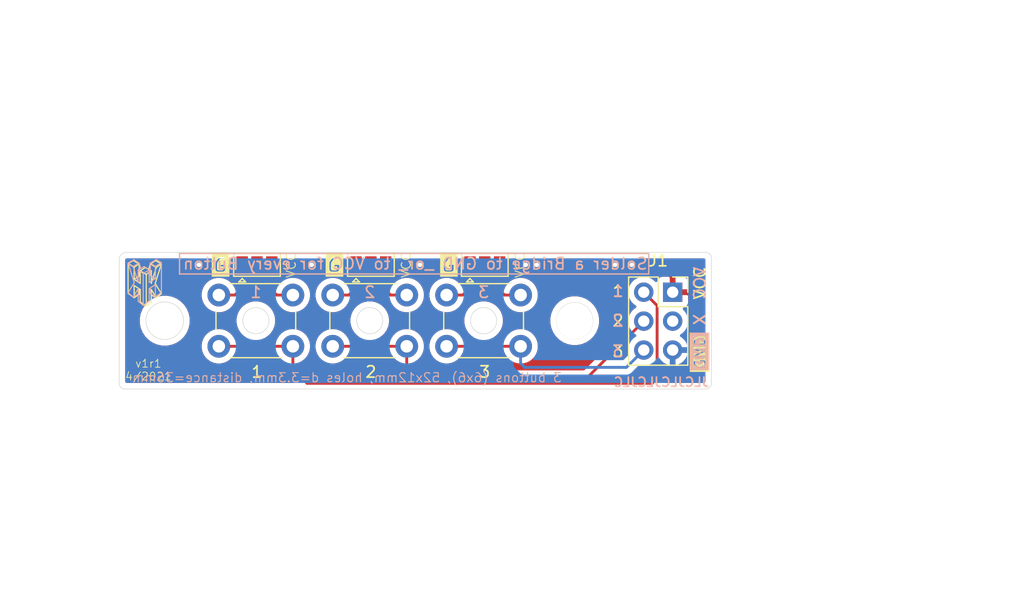
<source format=kicad_pcb>
(kicad_pcb (version 20171130) (host pcbnew 5.1.7-a382d34a8~88~ubuntu18.04.1)

  (general
    (thickness 1.6)
    (drawings 137)
    (tracks 48)
    (zones 0)
    (modules 17)
    (nets 10)
  )

  (page A4)
  (title_block
    (title "Button Board 6x6mm 3 Buttons")
    (date 2021-05-02)
    (rev v1r1)
    (company Zytzeiche)
  )

  (layers
    (0 F.Cu jumper)
    (31 B.Cu signal hide)
    (32 B.Adhes user hide)
    (33 F.Adhes user hide)
    (34 B.Paste user hide)
    (35 F.Paste user)
    (36 B.SilkS user hide)
    (37 F.SilkS user)
    (38 B.Mask user hide)
    (39 F.Mask user)
    (40 Dwgs.User user)
    (41 Cmts.User user hide)
    (42 Eco1.User user hide)
    (43 Eco2.User user hide)
    (44 Edge.Cuts user)
    (45 Margin user hide)
    (46 B.CrtYd user hide)
    (47 F.CrtYd user)
    (48 B.Fab user hide)
    (49 F.Fab user)
  )

  (setup
    (last_trace_width 0.25)
    (trace_clearance 0.2)
    (zone_clearance 0.508)
    (zone_45_only no)
    (trace_min 0.2)
    (via_size 0.8)
    (via_drill 0.4)
    (via_min_size 0.4)
    (via_min_drill 0.3)
    (uvia_size 0.3)
    (uvia_drill 0.1)
    (uvias_allowed no)
    (uvia_min_size 0.2)
    (uvia_min_drill 0.1)
    (edge_width 0.05)
    (segment_width 0.2)
    (pcb_text_width 0.3)
    (pcb_text_size 1.5 1.5)
    (mod_edge_width 0.12)
    (mod_text_size 1 1)
    (mod_text_width 0.15)
    (pad_size 2.2 2.2)
    (pad_drill 2.2)
    (pad_to_mask_clearance 0)
    (aux_axis_origin 0 0)
    (visible_elements FFFFEF7F)
    (pcbplotparams
      (layerselection 0x010fc_ffffffff)
      (usegerberextensions false)
      (usegerberattributes true)
      (usegerberadvancedattributes true)
      (creategerberjobfile true)
      (excludeedgelayer true)
      (linewidth 0.100000)
      (plotframeref false)
      (viasonmask false)
      (mode 1)
      (useauxorigin false)
      (hpglpennumber 1)
      (hpglpenspeed 20)
      (hpglpendiameter 15.000000)
      (psnegative false)
      (psa4output false)
      (plotreference true)
      (plotvalue true)
      (plotinvisibletext false)
      (padsonsilk false)
      (subtractmaskfromsilk false)
      (outputformat 1)
      (mirror false)
      (drillshape 0)
      (scaleselection 1)
      (outputdirectory "gerber/"))
  )

  (net 0 "")
  (net 1 GND)
  (net 2 "Net-(J1-Pad3)")
  (net 3 VCC)
  (net 4 "Net-(C1-Pad2)")
  (net 5 "Net-(C1-Pad1)")
  (net 6 "Net-(C2-Pad2)")
  (net 7 "Net-(C2-Pad1)")
  (net 8 "Net-(C3-Pad2)")
  (net 9 "Net-(C3-Pad1)")

  (net_class Default "This is the default net class."
    (clearance 0.2)
    (trace_width 0.25)
    (via_dia 0.8)
    (via_drill 0.4)
    (uvia_dia 0.3)
    (uvia_drill 0.1)
    (add_net GND)
    (add_net "Net-(C1-Pad1)")
    (add_net "Net-(C1-Pad2)")
    (add_net "Net-(C2-Pad1)")
    (add_net "Net-(C2-Pad2)")
    (add_net "Net-(C3-Pad1)")
    (add_net "Net-(C3-Pad2)")
    (add_net "Net-(J1-Pad3)")
    (add_net VCC)
  )

  (module Button_Switch_THT:SW_PUSH_6mm_H7.3mm (layer F.Cu) (tedit 5A02FE31) (tstamp 608E9E84)
    (at 65.25 39.75)
    (descr "tactile push button, 6x6mm e.g. PHAP33xx series, height=7.3mm")
    (tags "tact sw push 6mm")
    (path /60A62791)
    (fp_text reference SW3 (at 3.25 -2) (layer F.SilkS) hide
      (effects (font (size 1 1) (thickness 0.15)))
    )
    (fp_text value SW_Push (at 3.75 6.7) (layer F.Fab) hide
      (effects (font (size 1 1) (thickness 0.15)))
    )
    (fp_line (start 3.25 -0.75) (end 6.25 -0.75) (layer F.Fab) (width 0.1))
    (fp_line (start 6.25 -0.75) (end 6.25 5.25) (layer F.Fab) (width 0.1))
    (fp_line (start 6.25 5.25) (end 0.25 5.25) (layer F.Fab) (width 0.1))
    (fp_line (start 0.25 5.25) (end 0.25 -0.75) (layer F.Fab) (width 0.1))
    (fp_line (start 0.25 -0.75) (end 3.25 -0.75) (layer F.Fab) (width 0.1))
    (fp_line (start 7.75 6) (end 8 6) (layer F.CrtYd) (width 0.05))
    (fp_line (start 8 6) (end 8 5.75) (layer F.CrtYd) (width 0.05))
    (fp_line (start 7.75 -1.5) (end 8 -1.5) (layer F.CrtYd) (width 0.05))
    (fp_line (start 8 -1.5) (end 8 -1.25) (layer F.CrtYd) (width 0.05))
    (fp_line (start -1.5 -1.25) (end -1.5 -1.5) (layer F.CrtYd) (width 0.05))
    (fp_line (start -1.5 -1.5) (end -1.25 -1.5) (layer F.CrtYd) (width 0.05))
    (fp_line (start -1.5 5.75) (end -1.5 6) (layer F.CrtYd) (width 0.05))
    (fp_line (start -1.5 6) (end -1.25 6) (layer F.CrtYd) (width 0.05))
    (fp_line (start -1.25 -1.5) (end 7.75 -1.5) (layer F.CrtYd) (width 0.05))
    (fp_line (start -1.5 5.75) (end -1.5 -1.25) (layer F.CrtYd) (width 0.05))
    (fp_line (start 7.75 6) (end -1.25 6) (layer F.CrtYd) (width 0.05))
    (fp_line (start 8 -1.25) (end 8 5.75) (layer F.CrtYd) (width 0.05))
    (fp_line (start 1 5.5) (end 5.5 5.5) (layer F.SilkS) (width 0.12))
    (fp_line (start -0.25 1.5) (end -0.25 3) (layer F.SilkS) (width 0.12))
    (fp_line (start 5.5 -1) (end 1 -1) (layer F.SilkS) (width 0.12))
    (fp_line (start 6.75 3) (end 6.75 1.5) (layer F.SilkS) (width 0.12))
    (fp_circle (center 3.25 2.25) (end 1.25 2.5) (layer F.Fab) (width 0.1))
    (fp_text user %R (at 3.25 2.25) (layer F.Fab) hide
      (effects (font (size 1 1) (thickness 0.15)))
    )
    (pad 1 thru_hole circle (at 6.5 0 90) (size 2 2) (drill 1.1) (layers *.Cu *.Mask)
      (net 9 "Net-(C3-Pad1)"))
    (pad 2 thru_hole circle (at 6.5 4.5 90) (size 2 2) (drill 1.1) (layers *.Cu *.Mask)
      (net 8 "Net-(C3-Pad2)"))
    (pad 1 thru_hole circle (at 0 0 90) (size 2 2) (drill 1.1) (layers *.Cu *.Mask)
      (net 9 "Net-(C3-Pad1)"))
    (pad 2 thru_hole circle (at 0 4.5 90) (size 2 2) (drill 1.1) (layers *.Cu *.Mask)
      (net 8 "Net-(C3-Pad2)"))
    (model ${KISYS3DMOD}/Button_Switch_THT.3dshapes/SW_PUSH_6mm_H7.3mm.wrl
      (at (xyz 0 0 0))
      (scale (xyz 1 1 1))
      (rotate (xyz 0 0 0))
    )
  )

  (module Button_Switch_THT:SW_PUSH_6mm_H7.3mm (layer F.Cu) (tedit 5A02FE31) (tstamp 608E9E65)
    (at 55.25 39.75)
    (descr "tactile push button, 6x6mm e.g. PHAP33xx series, height=7.3mm")
    (tags "tact sw push 6mm")
    (path /60A621FC)
    (fp_text reference SW2 (at 2.54 -2.54) (layer F.SilkS) hide
      (effects (font (size 1 1) (thickness 0.15)))
    )
    (fp_text value SW_Push (at 5 6) (layer F.Fab) hide
      (effects (font (size 1 1) (thickness 0.15)))
    )
    (fp_line (start 3.25 -0.75) (end 6.25 -0.75) (layer F.Fab) (width 0.1))
    (fp_line (start 6.25 -0.75) (end 6.25 5.25) (layer F.Fab) (width 0.1))
    (fp_line (start 6.25 5.25) (end 0.25 5.25) (layer F.Fab) (width 0.1))
    (fp_line (start 0.25 5.25) (end 0.25 -0.75) (layer F.Fab) (width 0.1))
    (fp_line (start 0.25 -0.75) (end 3.25 -0.75) (layer F.Fab) (width 0.1))
    (fp_line (start 7.75 6) (end 8 6) (layer F.CrtYd) (width 0.05))
    (fp_line (start 8 6) (end 8 5.75) (layer F.CrtYd) (width 0.05))
    (fp_line (start 7.75 -1.5) (end 8 -1.5) (layer F.CrtYd) (width 0.05))
    (fp_line (start 8 -1.5) (end 8 -1.25) (layer F.CrtYd) (width 0.05))
    (fp_line (start -1.5 -1.25) (end -1.5 -1.5) (layer F.CrtYd) (width 0.05))
    (fp_line (start -1.5 -1.5) (end -1.25 -1.5) (layer F.CrtYd) (width 0.05))
    (fp_line (start -1.5 5.75) (end -1.5 6) (layer F.CrtYd) (width 0.05))
    (fp_line (start -1.5 6) (end -1.25 6) (layer F.CrtYd) (width 0.05))
    (fp_line (start -1.25 -1.5) (end 7.75 -1.5) (layer F.CrtYd) (width 0.05))
    (fp_line (start -1.5 5.75) (end -1.5 -1.25) (layer F.CrtYd) (width 0.05))
    (fp_line (start 7.75 6) (end -1.25 6) (layer F.CrtYd) (width 0.05))
    (fp_line (start 8 -1.25) (end 8 5.75) (layer F.CrtYd) (width 0.05))
    (fp_line (start 1 5.5) (end 5.5 5.5) (layer F.SilkS) (width 0.12))
    (fp_line (start -0.25 1.5) (end -0.25 3) (layer F.SilkS) (width 0.12))
    (fp_line (start 5.5 -1) (end 1 -1) (layer F.SilkS) (width 0.12))
    (fp_line (start 6.75 3) (end 6.75 1.5) (layer F.SilkS) (width 0.12))
    (fp_circle (center 3.25 2.25) (end 1.25 2.5) (layer F.Fab) (width 0.1))
    (fp_text user %R (at 3.25 2.25) (layer F.Fab) hide
      (effects (font (size 1 1) (thickness 0.15)))
    )
    (pad 1 thru_hole circle (at 6.5 0 90) (size 2 2) (drill 1.1) (layers *.Cu *.Mask)
      (net 7 "Net-(C2-Pad1)"))
    (pad 2 thru_hole circle (at 6.5 4.5 90) (size 2 2) (drill 1.1) (layers *.Cu *.Mask)
      (net 6 "Net-(C2-Pad2)"))
    (pad 1 thru_hole circle (at 0 0 90) (size 2 2) (drill 1.1) (layers *.Cu *.Mask)
      (net 7 "Net-(C2-Pad1)"))
    (pad 2 thru_hole circle (at 0 4.5 90) (size 2 2) (drill 1.1) (layers *.Cu *.Mask)
      (net 6 "Net-(C2-Pad2)"))
    (model ${KISYS3DMOD}/Button_Switch_THT.3dshapes/SW_PUSH_6mm_H7.3mm.wrl
      (at (xyz 0 0 0))
      (scale (xyz 1 1 1))
      (rotate (xyz 0 0 0))
    )
  )

  (module Connector_PinSocket_2.54mm:PinSocket_2x03_P2.54mm_Vertical (layer F.Cu) (tedit 5A19A425) (tstamp 60A8D06B)
    (at 85.1 39.5)
    (descr "Through hole straight socket strip, 2x03, 2.54mm pitch, double cols (from Kicad 4.0.7), script generated")
    (tags "Through hole socket strip THT 2x03 2.54mm double row")
    (path /60D84789)
    (fp_text reference J1 (at -1.27 -2.77) (layer F.SilkS)
      (effects (font (size 1 1) (thickness 0.15)))
    )
    (fp_text value Conn_02x03_Counter_Clockwise (at 18.9 -0.6) (layer F.Fab)
      (effects (font (size 1 1) (thickness 0.15)))
    )
    (fp_line (start -4.34 6.85) (end -4.34 -1.8) (layer F.CrtYd) (width 0.05))
    (fp_line (start 1.76 6.85) (end -4.34 6.85) (layer F.CrtYd) (width 0.05))
    (fp_line (start 1.76 -1.8) (end 1.76 6.85) (layer F.CrtYd) (width 0.05))
    (fp_line (start -4.34 -1.8) (end 1.76 -1.8) (layer F.CrtYd) (width 0.05))
    (fp_line (start 0 -1.33) (end 1.33 -1.33) (layer F.SilkS) (width 0.12))
    (fp_line (start 1.33 -1.33) (end 1.33 0) (layer F.SilkS) (width 0.12))
    (fp_line (start -1.27 -1.33) (end -1.27 1.27) (layer F.SilkS) (width 0.12))
    (fp_line (start -1.27 1.27) (end 1.33 1.27) (layer F.SilkS) (width 0.12))
    (fp_line (start 1.33 1.27) (end 1.33 6.41) (layer F.SilkS) (width 0.12))
    (fp_line (start -3.87 6.41) (end 1.33 6.41) (layer F.SilkS) (width 0.12))
    (fp_line (start -3.87 -1.33) (end -3.87 6.41) (layer F.SilkS) (width 0.12))
    (fp_line (start -3.87 -1.33) (end -1.27 -1.33) (layer F.SilkS) (width 0.12))
    (fp_line (start -3.81 6.35) (end -3.81 -1.27) (layer F.Fab) (width 0.1))
    (fp_line (start 1.27 6.35) (end -3.81 6.35) (layer F.Fab) (width 0.1))
    (fp_line (start 1.27 -0.27) (end 1.27 6.35) (layer F.Fab) (width 0.1))
    (fp_line (start 0.27 -1.27) (end 1.27 -0.27) (layer F.Fab) (width 0.1))
    (fp_line (start -3.81 -1.27) (end 0.27 -1.27) (layer F.Fab) (width 0.1))
    (fp_text user %R (at -1.27 2.54 90) (layer F.Fab)
      (effects (font (size 1 1) (thickness 0.15)))
    )
    (pad 6 thru_hole oval (at -2.54 5.08) (size 1.7 1.7) (drill 1) (layers *.Cu *.Mask)
      (net 8 "Net-(C3-Pad2)"))
    (pad 5 thru_hole oval (at 0 5.08) (size 1.7 1.7) (drill 1) (layers *.Cu *.Mask)
      (net 1 GND))
    (pad 4 thru_hole oval (at -2.54 2.54) (size 1.7 1.7) (drill 1) (layers *.Cu *.Mask)
      (net 6 "Net-(C2-Pad2)"))
    (pad 3 thru_hole oval (at 0 2.54) (size 1.7 1.7) (drill 1) (layers *.Cu *.Mask)
      (net 2 "Net-(J1-Pad3)"))
    (pad 2 thru_hole oval (at -2.54 0) (size 1.7 1.7) (drill 1) (layers *.Cu *.Mask)
      (net 4 "Net-(C1-Pad2)"))
    (pad 1 thru_hole rect (at 0 0) (size 1.7 1.7) (drill 1) (layers *.Cu *.Mask)
      (net 3 VCC))
    (model ${KISYS3DMOD}/Connector_PinSocket_2.54mm.3dshapes/PinSocket_2x03_P2.54mm_Vertical.wrl
      (at (xyz 0 0 0))
      (scale (xyz 1 1 1))
      (rotate (xyz 0 0 0))
    )
  )

  (module zytzeiche:SYM_GND_0.8mm_SilkScreen_Front locked (layer F.Cu) (tedit 609CE964) (tstamp 60A9C8E0)
    (at 87.5 44.9 90)
    (fp_text reference REF** (at 0.0762 -2.4384 90) (layer F.SilkS) hide
      (effects (font (size 1 1) (thickness 0.15)))
    )
    (fp_text value SYM_GND_0.8mm_SilkScreen_Front (at -0.0254 2.921 90) (layer F.Fab) hide
      (effects (font (size 1 1) (thickness 0.15)))
    )
    (fp_line (start -0.6604 -0.5969) (end -0.5715 -0.5969) (layer F.SilkS) (width 0.12))
    (fp_line (start -0.889 -0.6096) (end -1.1176 -0.5969) (layer F.SilkS) (width 0.12))
    (fp_line (start 0.1016 -0.635) (end 0.7239 -0.635) (layer F.SilkS) (width 0.12))
    (fp_line (start 1.0922 0.1016) (end 1.0668 0.1778) (layer F.SilkS) (width 0.12))
    (fp_line (start -1.5113 0.7493) (end 1.6256 0.7493) (layer F.SilkS) (width 0.12))
    (fp_line (start -1.524 -0.8001) (end -1.5113 0.7493) (layer F.SilkS) (width 0.12))
    (fp_line (start -1.0795 0.3175) (end -0.8128 0.3175) (layer F.SilkS) (width 0.12))
    (fp_line (start -1.525893 0.725193) (end 1.653156 0.725193) (layer F.SilkS) (width 0.064))
    (fp_line (start -1.525893 0.663948) (end 1.653156 0.663948) (layer F.SilkS) (width 0.064))
    (fp_line (start -1.525893 0.602699) (end 1.653156 0.602699) (layer F.SilkS) (width 0.064))
    (fp_line (start -1.525893 0.541437) (end 1.653156 0.541437) (layer F.SilkS) (width 0.064))
    (fp_line (start 1.192515 0.480188) (end 1.653156 0.480188) (layer F.SilkS) (width 0.064))
    (fp_line (start 0.425538 0.480188) (end 0.58976 0.480188) (layer F.SilkS) (width 0.064))
    (fp_line (start -0.193025 0.480188) (end 0.149582 0.480188) (layer F.SilkS) (width 0.064))
    (fp_line (start -0.621536 0.480188) (end -0.388298 0.480188) (layer F.SilkS) (width 0.064))
    (fp_line (start -1.525893 0.480188) (end -1.249094 0.480188) (layer F.SilkS) (width 0.064))
    (fp_line (start 1.260314 0.418938) (end 1.653156 0.418938) (layer F.SilkS) (width 0.064))
    (fp_line (start 0.432552 0.418938) (end 0.564956 0.418938) (layer F.SilkS) (width 0.064))
    (fp_line (start -0.169639 0.418938) (end 0.108656 0.418938) (layer F.SilkS) (width 0.064))
    (fp_line (start -0.568618 0.418938) (end -0.40116 0.418938) (layer F.SilkS) (width 0.064))
    (fp_line (start -1.525893 0.418938) (end -1.292089 0.418938) (layer F.SilkS) (width 0.064))
    (fp_line (start 1.294214 0.357689) (end 1.653156 0.357689) (layer F.SilkS) (width 0.064))
    (fp_line (start 0.43723 0.357689) (end 0.591414 0.357689) (layer F.SilkS) (width 0.064))
    (fp_line (start -0.168468 0.357689) (end 0.084101 0.357689) (layer F.SilkS) (width 0.064))
    (fp_line (start -0.546294 0.357689) (end -0.396483 0.357689) (layer F.SilkS) (width 0.064))
    (fp_line (start -1.525893 0.357689) (end -1.319373 0.357689) (layer F.SilkS) (width 0.064))
    (fp_line (start 1.322327 0.296435) (end 1.653156 0.296435) (layer F.SilkS) (width 0.064))
    (fp_line (start 0.929586 0.296435) (end 1.00896 0.296435) (layer F.SilkS) (width 0.064))
    (fp_line (start 0.430214 0.296435) (end 0.705515 0.296435) (layer F.SilkS) (width 0.064))
    (fp_line (start -0.164961 0.296435) (end 0.057208 0.296435) (layer F.SilkS) (width 0.064))
    (fp_line (start -0.538853 0.296435) (end -0.398822 0.296435) (layer F.SilkS) (width 0.064))
    (fp_line (start -1.114322 0.296435) (end -0.767055 0.296435) (layer F.SilkS) (width 0.064))
    (fp_line (start -1.525893 0.296435) (end -1.319373 0.296435) (layer F.SilkS) (width 0.064))
    (fp_line (start 1.359532 0.235184) (end 1.653156 0.235184) (layer F.SilkS) (width 0.064))
    (fp_line (start 0.934546 0.235184) (end 1.036245 0.235184) (layer F.SilkS) (width 0.064))
    (fp_line (start 0.436062 0.235184) (end 0.703863 0.235184) (layer F.SilkS) (width 0.064))
    (fp_line (start -0.173146 0.235184) (end 0.01862 0.235184) (layer F.SilkS) (width 0.064))
    (fp_line (start -0.537199 0.235184) (end -0.397653 0.235184) (layer F.SilkS) (width 0.064))
    (fp_line (start -1.119282 0.235184) (end -0.762922 0.235184) (layer F.SilkS) (width 0.064))
    (fp_line (start -1.525893 0.235184) (end -1.324335 0.235184) (layer F.SilkS) (width 0.064))
    (fp_line (start 1.381032 0.173935) (end 1.653156 0.173935) (layer F.SilkS) (width 0.064))
    (fp_line (start 0.934546 0.173935) (end 1.070972 0.173935) (layer F.SilkS) (width 0.064))
    (fp_line (start 0.436062 0.173935) (end 0.701382 0.173935) (layer F.SilkS) (width 0.064))
    (fp_line (start -0.174316 0.173935) (end -0.002428 0.173935) (layer F.SilkS) (width 0.064))
    (fp_line (start -0.529758 0.173935) (end -0.397653 0.173935) (layer F.SilkS) (width 0.064))
    (fp_line (start -1.114322 0.173935) (end -0.762095 0.173935) (layer F.SilkS) (width 0.064))
    (fp_line (start -1.525893 0.173935) (end -1.331776 0.173935) (layer F.SilkS) (width 0.064))
    (fp_line (start 1.415756 0.112687) (end 1.653156 0.112687) (layer F.SilkS) (width 0.064))
    (fp_line (start 0.941987 0.112687) (end 1.113139 0.112687) (layer F.SilkS) (width 0.064))
    (fp_line (start 0.432552 0.112687) (end 0.696422 0.112687) (layer F.SilkS) (width 0.064))
    (fp_line (start -0.169639 0.112687) (end -0.028152 0.112687) (layer F.SilkS) (width 0.064))
    (fp_line (start -0.532239 0.112687) (end -0.407007 0.112687) (layer F.SilkS) (width 0.064))
    (fp_line (start -1.112668 0.112687) (end -0.947304 0.112687) (layer F.SilkS) (width 0.064))
    (fp_line (start -1.525893 0.112687) (end -1.326814 0.112687) (layer F.SilkS) (width 0.064))
    (fp_line (start 1.434773 0.051431) (end 1.653156 0.051431) (layer F.SilkS) (width 0.064))
    (fp_line (start 0.930413 0.051431) (end 1.146213 0.051431) (layer F.SilkS) (width 0.064))
    (fp_line (start 0.431384 0.051431) (end 0.699728 0.051431) (layer F.SilkS) (width 0.064))
    (fp_line (start 0.171798 0.051431) (end 0.2174 0.051431) (layer F.SilkS) (width 0.064))
    (fp_line (start -0.169639 0.051431) (end -0.060892 0.051431) (layer F.SilkS) (width 0.064))
    (fp_line (start -0.523968 0.051431) (end -0.408177 0.051431) (layer F.SilkS) (width 0.064))
    (fp_line (start -1.115976 0.051431) (end -0.974589 0.051431) (layer F.SilkS) (width 0.064))
    (fp_line (start -1.525893 0.051431) (end -1.328468 0.051431) (layer F.SilkS) (width 0.064))
    (fp_line (start 1.452137 -0.009821) (end 1.653156 -0.009821) (layer F.SilkS) (width 0.064))
    (fp_line (start 0.94116 -0.009821) (end 1.170191 -0.009821) (layer F.SilkS) (width 0.064))
    (fp_line (start 0.429356 -0.009821) (end 0.703863 -0.009821) (layer F.SilkS) (width 0.064))
    (fp_line (start 0.143277 -0.009821) (end 0.212728 -0.009821) (layer F.SilkS) (width 0.064))
    (fp_line (start -0.173396 -0.009821) (end -0.079967 -0.009821) (layer F.SilkS) (width 0.064))
    (fp_line (start -0.538853 -0.009821) (end -0.40408 -0.009821) (layer F.SilkS) (width 0.064))
    (fp_line (start -1.115148 -0.009821) (end -0.926632 -0.009821) (layer F.SilkS) (width 0.064))
    (fp_line (start -1.525893 -0.009821) (end -1.323508 -0.009821) (layer F.SilkS) (width 0.064))
    (fp_line (start 1.438082 -0.071069) (end 1.653156 -0.071069) (layer F.SilkS) (width 0.064))
    (fp_line (start 0.933719 -0.071069) (end 1.16275 -0.071069) (layer F.SilkS) (width 0.064))
    (fp_line (start 0.431837 -0.071069) (end 0.698901 -0.071069) (layer F.SilkS) (width 0.064))
    (fp_line (start 0.11847 -0.071069) (end 0.206115 -0.071069) (layer F.SilkS) (width 0.064))
    (fp_line (start -0.165128 -0.071069) (end -0.111385 -0.071069) (layer F.SilkS) (width 0.064))
    (fp_line (start -1.117628 -0.071069) (end -0.399946 -0.071069) (layer F.SilkS) (width 0.064))
    (fp_line (start -1.525893 -0.071069) (end -1.3202 -0.071069) (layer F.SilkS) (width 0.064))
    (fp_line (start 1.426505 -0.13232) (end 1.653156 -0.13232) (layer F.SilkS) (width 0.064))
    (fp_line (start 0.934546 -0.13232) (end 1.137118 -0.13232) (layer F.SilkS) (width 0.064))
    (fp_line (start 0.43101 -0.13232) (end 0.699728 -0.13232) (layer F.SilkS) (width 0.064))
    (fp_line (start 0.092014 -0.13232) (end 0.195365 -0.13232) (layer F.SilkS) (width 0.064))
    (fp_line (start -0.17505 -0.13232) (end -0.128749 -0.13232) (layer F.SilkS) (width 0.064))
    (fp_line (start -1.097785 -0.13232) (end -0.39664 -0.13232) (layer F.SilkS) (width 0.064))
    (fp_line (start -1.525893 -0.13232) (end -1.318546 -0.13232) (layer F.SilkS) (width 0.064))
    (fp_line (start 1.397568 -0.193576) (end 1.653156 -0.193576) (layer F.SilkS) (width 0.064))
    (fp_line (start 0.931238 -0.193576) (end 1.108178 -0.193576) (layer F.SilkS) (width 0.064))
    (fp_line (start 0.435972 -0.193576) (end 0.700555 -0.193576) (layer F.SilkS) (width 0.064))
    (fp_line (start 0.053979 -0.193576) (end 0.205288 -0.193576) (layer F.SilkS) (width 0.064))
    (fp_line (start -1.06554 -0.193576) (end -0.390851 -0.193576) (layer F.SilkS) (width 0.064))
    (fp_line (start -1.525893 -0.193576) (end -1.306144 -0.193576) (layer F.SilkS) (width 0.064))
    (fp_line (start 1.366147 -0.254825) (end 1.653156 -0.254825) (layer F.SilkS) (width 0.064))
    (fp_line (start 0.929586 -0.254825) (end 1.074279 -0.254825) (layer F.SilkS) (width 0.064))
    (fp_line (start 0.432664 -0.254825) (end 0.698901 -0.254825) (layer F.SilkS) (width 0.064))
    (fp_line (start 0.025868 -0.254825) (end 0.207768 -0.254825) (layer F.SilkS) (width 0.064))
    (fp_line (start -1.003527 -0.254825) (end -0.394159 -0.254825) (layer F.SilkS) (width 0.064))
    (fp_line (start -1.525893 -0.254825) (end -1.278859 -0.254825) (layer F.SilkS) (width 0.064))
    (fp_line (start 1.337209 -0.316073) (end 1.653156 -0.316073) (layer F.SilkS) (width 0.064))
    (fp_line (start 0.939506 -0.316073) (end 1.037072 -0.316073) (layer F.SilkS) (width 0.064))
    (fp_line (start 0.440105 -0.316073) (end 0.702209 -0.316073) (layer F.SilkS) (width 0.064))
    (fp_line (start -0.005551 -0.316073) (end 0.206115 -0.316073) (layer F.SilkS) (width 0.064))
    (fp_line (start -0.956396 -0.316073) (end -0.398292 -0.316073) (layer F.SilkS) (width 0.064))
    (fp_line (start -1.525893 -0.316073) (end -1.230904 -0.316073) (layer F.SilkS) (width 0.064))
    (fp_line (start 1.295868 -0.377324) (end 1.653156 -0.377324) (layer F.SilkS) (width 0.064))
    (fp_line (start 0.9362 -0.377324) (end 1.005654 -0.377324) (layer F.SilkS) (width 0.064))
    (fp_line (start 0.434318 -0.377324) (end 0.689806 -0.377324) (layer F.SilkS) (width 0.064))
    (fp_line (start -0.025396 -0.377324) (end 0.205288 -0.377324) (layer F.SilkS) (width 0.064))
    (fp_line (start -0.925805 -0.377324) (end -0.393332 -0.377324) (layer F.SilkS) (width 0.064))
    (fp_line (start -1.525893 -0.377324) (end -1.189563 -0.377324) (layer F.SilkS) (width 0.064))
    (fp_line (start 1.267756 -0.438581) (end 1.653156 -0.438581) (layer F.SilkS) (width 0.064))
    (fp_line (start 0.445415 -0.438581) (end 0.581492 -0.438581) (layer F.SilkS) (width 0.064))
    (fp_line (start -0.0492 -0.438581) (end 0.195184 -0.438581) (layer F.SilkS) (width 0.064))
    (fp_line (start -0.616313 -0.438581) (end -0.395315 -0.438581) (layer F.SilkS) (width 0.064))
    (fp_line (start -1.525893 -0.438581) (end -1.133971 -0.438581) (layer F.SilkS) (width 0.064))
    (fp_line (start 1.232201 -0.499829) (end 1.653156 -0.499829) (layer F.SilkS) (width 0.064))
    (fp_line (start 0.436062 -0.499829) (end 0.573224 -0.499829) (layer F.SilkS) (width 0.064))
    (fp_line (start -0.08311 -0.499829) (end 0.205708 -0.499829) (layer F.SilkS) (width 0.064))
    (fp_line (start -0.594095 -0.499829) (end -0.388298 -0.499829) (layer F.SilkS) (width 0.064))
    (fp_line (start -1.525893 -0.499829) (end -1.082864 -0.499829) (layer F.SilkS) (width 0.064))
    (fp_line (start 1.156136 -0.561077) (end 1.653156 -0.561077) (layer F.SilkS) (width 0.064))
    (fp_line (start 0.400981 -0.561077) (end 0.606296 -0.561077) (layer F.SilkS) (width 0.064))
    (fp_line (start -0.127544 -0.561077) (end 0.225588 -0.561077) (layer F.SilkS) (width 0.064))
    (fp_line (start -0.629176 -0.561077) (end -0.38713 -0.561077) (layer F.SilkS) (width 0.064))
    (fp_line (start -1.525893 -0.561077) (end -1.026739 -0.561077) (layer F.SilkS) (width 0.064))
    (fp_line (start -1.525893 -0.622326) (end 1.653156 -0.622326) (layer F.SilkS) (width 0.064))
    (fp_line (start -1.525893 -0.683585) (end 1.653156 -0.683585) (layer F.SilkS) (width 0.064))
    (fp_line (start -1.525893 -0.744829) (end 1.653156 -0.744829) (layer F.SilkS) (width 0.064))
    (fp_line (start -1.525893 -0.806084) (end 1.653156 -0.806084) (layer F.SilkS) (width 0.064))
    (fp_line (start -1.567421 0.800382) (end -1.567421 -0.856984) (layer F.SilkS) (width 0.064))
    (fp_line (start 1.675011 0.800382) (end -1.567421 0.800382) (layer F.SilkS) (width 0.064))
    (fp_line (start 1.675011 -0.856984) (end 1.675011 0.800382) (layer F.SilkS) (width 0.064))
    (fp_line (start -1.567421 -0.856984) (end 1.675011 -0.856984) (layer F.SilkS) (width 0.064))
    (fp_line (start 0.925996 0.32198) (end 0.925996 -0.391122) (layer F.SilkS) (width 0.064))
    (fp_line (start 0.951632 0.32198) (end 0.925996 0.32198) (layer F.SilkS) (width 0.064))
    (fp_line (start 1.164808 0.064084) (end 1.046076 0.265314) (layer F.SilkS) (width 0.064))
    (fp_curve (pts (xy 1.046076 0.265314) (xy 1.021792 0.315234) (xy 1.008299 0.32198) (xy 0.951632 0.32198)) (layer F.SilkS) (width 0.064))
    (fp_line (start 1.044727 -0.334456) (end 1.156712 -0.134249) (layer F.SilkS) (width 0.064))
    (fp_curve (pts (xy 1.190441 -0.023613) (xy 1.190441 0.010117) (xy 1.179648 0.033054) (xy 1.164808 0.064084)) (layer F.SilkS) (width 0.064))
    (fp_curve (pts (xy 1.156712 -0.134249) (xy 1.1756 -0.095121) (xy 1.190441 -0.069487) (xy 1.190441 -0.023613)) (layer F.SilkS) (width 0.064))
    (fp_line (start 0.925996 -0.391122) (end 0.942188 -0.391122) (layer F.SilkS) (width 0.064))
    (fp_curve (pts (xy 0.942188 -0.391122) (xy 1.004251 -0.391122) (xy 1.016394 -0.392471) (xy 1.044727 -0.334456)) (layer F.SilkS) (width 0.064))
    (fp_line (start 0.716356 -0.391122) (end 0.716356 0.32198) (layer F.SilkS) (width 0.064))
    (fp_line (start 0.666435 -0.391122) (end 0.716356 -0.391122) (layer F.SilkS) (width 0.064))
    (fp_line (start 1.070878 -0.577446) (end 0.662388 -0.577446) (layer F.SilkS) (width 0.064))
    (fp_curve (pts (xy 0.584133 -0.482219) (xy 0.584133 -0.430949) (xy 0.621912 -0.391122) (xy 0.666435 -0.391122)) (layer F.SilkS) (width 0.064))
    (fp_curve (pts (xy 0.662388 -0.577446) (xy 0.620563 -0.577446) (xy 0.584133 -0.530792) (xy 0.584133 -0.482219)) (layer F.SilkS) (width 0.064))
    (fp_line (start 1.393339 -0.18147) (end 1.274608 -0.41893) (layer F.SilkS) (width 0.064))
    (fp_curve (pts (xy 1.274608 -0.41893) (xy 1.228734 -0.510677) (xy 1.176116 -0.577446) (xy 1.070878 -0.577446)) (layer F.SilkS) (width 0.064))
    (fp_line (start 1.27191 0.369007) (end 1.394688 0.123449) (layer F.SilkS) (width 0.064))
    (fp_curve (pts (xy 1.433814 -0.024961) (xy 1.433814 -0.087027) (xy 1.420321 -0.126153) (xy 1.393339 -0.18147)) (layer F.SilkS) (width 0.064))
    (fp_curve (pts (xy 1.394688 0.123449) (xy 1.418972 0.074879) (xy 1.433814 0.029006) (xy 1.433814 -0.024961)) (layer F.SilkS) (width 0.064))
    (fp_line (start 0.651593 0.515299) (end 1.058735 0.515299) (layer F.SilkS) (width 0.064))
    (fp_curve (pts (xy 1.058735 0.515299) (xy 1.163972 0.515299) (xy 1.224687 0.464799) (xy 1.27191 0.369007)) (layer F.SilkS) (width 0.064))
    (fp_line (start 0.716356 0.32198) (end 0.651593 0.32198) (layer F.SilkS) (width 0.064))
    (fp_curve (pts (xy 0.584133 0.411687) (xy 0.584133 0.460258) (xy 0.616515 0.515299) (xy 0.651593 0.515299)) (layer F.SilkS) (width 0.064))
    (fp_curve (pts (xy 0.651593 0.32198) (xy 0.616515 0.32198) (xy 0.584133 0.363114) (xy 0.584133 0.411687)) (layer F.SilkS) (width 0.064))
    (fp_line (start 0.219413 -0.512571) (end 0.218064 0.155003) (layer F.SilkS) (width 0.064))
    (fp_line (start 0.427031 0.523203) (end 0.427031 -0.512571) (layer F.SilkS) (width 0.064))
    (fp_line (start 0.17624 0.523203) (end 0.427031 0.523203) (layer F.SilkS) (width 0.064))
    (fp_line (start -0.175904 -0.253353) (end 0.17624 0.523203) (layer F.SilkS) (width 0.064))
    (fp_curve (pts (xy 0.313727 -0.576097) (xy 0.265156 -0.576097) (xy 0.219413 -0.555747) (xy 0.219413 -0.512571)) (layer F.SilkS) (width 0.064))
    (fp_curve (pts (xy 0.427031 -0.512571) (xy 0.427031 -0.555747) (xy 0.362297 -0.576097) (xy 0.313727 -0.576097)) (layer F.SilkS) (width 0.064))
    (fp_line (start -0.388047 -0.579964) (end -0.388047 0.455901) (layer F.SilkS) (width 0.064))
    (fp_line (start -0.135428 -0.579964) (end -0.388047 -0.579964) (layer F.SilkS) (width 0.064))
    (fp_line (start 0.216715 0.155003) (end -0.135428 -0.579964) (layer F.SilkS) (width 0.064))
    (fp_curve (pts (xy -0.178603 0.455901) (xy -0.180293 0.219483) (xy -0.178153 -0.016949) (xy -0.175904 -0.253353)) (layer F.SilkS) (width 0.064))
    (fp_curve (pts (xy -0.295361 0.523361) (xy -0.24679 0.523361) (xy -0.178603 0.499075) (xy -0.178603 0.455901)) (layer F.SilkS) (width 0.064))
    (fp_curve (pts (xy -0.388047 0.455901) (xy -0.388047 0.499075) (xy -0.343932 0.523361) (xy -0.295361 0.523361)) (layer F.SilkS) (width 0.064))
    (fp_line (start -0.885186 0.153133) (end -0.754313 0.153133) (layer F.SilkS) (width 0.064))
    (fp_curve (pts (xy 0.218064 0.155003) (xy 0.217844 0.155395) (xy 0.217164 0.155003) (xy 0.216715 0.155003)) (layer F.SilkS) (width 0.064))
    (fp_line (start -0.54431 -0.027673) (end -0.885186 -0.027673) (layer F.SilkS) (width 0.064))
    (fp_line (start -0.54431 0.284006) (end -0.54431 -0.027673) (layer F.SilkS) (width 0.064))
    (fp_curve (pts (xy -0.952646 0.060644) (xy -0.952646 0.109215) (xy -0.920266 0.153133) (xy -0.885186 0.153133)) (layer F.SilkS) (width 0.064))
    (fp_curve (pts (xy -0.885186 -0.027673) (xy -0.920266 -0.027673) (xy -0.952646 0.012074) (xy -0.952646 0.060644)) (layer F.SilkS) (width 0.064))
    (fp_line (start -1.067328 0.52225) (end -0.835266 0.52225) (layer F.SilkS) (width 0.064))
    (fp_curve (pts (xy -0.835266 0.52225) (xy -0.641742 0.52225) (xy -0.54431 0.442687) (xy -0.54431 0.284006)) (layer F.SilkS) (width 0.064))
    (fp_line (start -1.309536 -0.061392) (end -1.309536 0.275911) (layer F.SilkS) (width 0.064))
    (fp_curve (pts (xy -1.251688 0.458548) (xy -1.204466 0.501723) (xy -1.129392 0.52225) (xy -1.067328 0.52225)) (layer F.SilkS) (width 0.064))
    (fp_curve (pts (xy -1.309536 0.275911) (xy -1.309536 0.343371) (xy -1.305656 0.409975) (xy -1.251688 0.458548)) (layer F.SilkS) (width 0.064))
    (fp_line (start -1.081564 -0.488524) (end -1.240769 -0.284793) (layer F.SilkS) (width 0.064))
    (fp_curve (pts (xy -1.240769 -0.284793) (xy -1.292039 -0.218682) (xy -1.309536 -0.147741) (xy -1.309536 -0.061392)) (layer F.SilkS) (width 0.064))
    (fp_line (start -0.686852 -0.578879) (end -0.867645 -0.578879) (layer F.SilkS) (width 0.064))
    (fp_curve (pts (xy -0.867645 -0.578879) (xy -0.955344 -0.578879) (xy -1.027595 -0.557333) (xy -1.081564 -0.488524)) (layer F.SilkS) (width 0.064))
    (fp_line (start -0.848758 -0.388341) (end -0.686852 -0.388341) (layer F.SilkS) (width 0.064))
    (fp_curve (pts (xy -0.601317 -0.482219) (xy -0.601317 -0.530792) (xy -0.651774 -0.578879) (xy -0.686852 -0.578879)) (layer F.SilkS) (width 0.064))
    (fp_curve (pts (xy -0.686852 -0.388341) (xy -0.651774 -0.388341) (xy -0.601317 -0.433648) (xy -0.601317 -0.482219)) (layer F.SilkS) (width 0.064))
    (fp_line (start -1.081347 -0.176073) (end -0.962091 -0.333023) (layer F.SilkS) (width 0.064))
    (fp_curve (pts (xy -0.962091 -0.333023) (xy -0.917568 -0.389689) (xy -0.922964 -0.388341) (xy -0.848758 -0.388341)) (layer F.SilkS) (width 0.064))
    (fp_line (start -1.123172 0.263767) (end -1.123172 -0.000677) (layer F.SilkS) (width 0.064))
    (fp_curve (pts (xy -1.123172 -0.000677) (xy -1.123172 -0.066789) (xy -1.11761 -0.120673) (xy -1.081347 -0.176073)) (layer F.SilkS) (width 0.064))
    (fp_line (start -0.843361 0.360911) (end -1.030077 0.360911) (layer F.SilkS) (width 0.064))
    (fp_curve (pts (xy -1.030077 0.360911) (xy -1.10698 0.360911) (xy -1.123172 0.337974) (xy -1.123172 0.263767)) (layer F.SilkS) (width 0.064))
    (fp_line (start -0.754313 0.153133) (end -0.754313 0.290752) (layer F.SilkS) (width 0.064))
    (fp_curve (pts (xy -0.754313 0.290752) (xy -0.754313 0.350117) (xy -0.79479 0.360911) (xy -0.843361 0.360911)) (layer F.SilkS) (width 0.064))
  )

  (module zytzeiche:SYM_GND_0.8mm_SilkScreen_Back locked (layer F.Cu) (tedit 609CE9EA) (tstamp 60A9C2BE)
    (at 87.4 44.75 90)
    (fp_text reference REF** (at 0.0762 -2.4384 90) (layer B.SilkS) hide
      (effects (font (size 1 1) (thickness 0.15)))
    )
    (fp_text value SYM_GND_0.8mm_SilkScreen_Back (at -0.0254 2.921 90) (layer B.Fab) hide
      (effects (font (size 1 1) (thickness 0.15)))
    )
    (fp_line (start 1.524 0.8255) (end 1.4986 -0.6604) (layer B.SilkS) (width 0.12))
    (fp_line (start 1.5875 0.8255) (end 1.524 0.8255) (layer B.SilkS) (width 0.12))
    (fp_line (start 1.6002 -0.6731) (end 1.5875 0.8255) (layer B.SilkS) (width 0.12))
    (fp_line (start 1.1938 -0.4953) (end 1.0922 -0.5207) (layer B.SilkS) (width 0.12))
    (fp_line (start 0.9144 0.3937) (end 1.1557 0.3937) (layer B.SilkS) (width 0.12))
    (fp_line (start -1.5367 0.8255) (end 1.6256 0.8001) (layer B.SilkS) (width 0.12))
    (fp_curve (pts (xy 0.858895 0.368136) (xy 0.858895 0.4275) (xy 0.899372 0.438294) (xy 0.947943 0.438294)) (layer B.SilkS) (width 0.064))
    (fp_line (start 0.269543 0.373818) (end 0.047374 0.373818) (layer B.SilkS) (width 0.064))
    (fp_line (start 0.643435 0.373818) (end 0.503404 0.373818) (layer B.SilkS) (width 0.064))
    (fp_line (start -0.829964 0.251319) (end -0.966391 0.251319) (layer B.SilkS) (width 0.064))
    (fp_line (start -0.33148 0.251319) (end -0.5968 0.251319) (layer B.SilkS) (width 0.064))
    (fp_line (start -0.340833 -0.361197) (end -0.47691 -0.361197) (layer B.SilkS) (width 0.064))
    (fp_line (start 0.153782 -0.361197) (end -0.090603 -0.361197) (layer B.SilkS) (width 0.064))
    (fp_line (start 1.630475 0.19007) (end 1.431396 0.19007) (layer B.SilkS) (width 0.064))
    (fp_line (start -1.330192 0.128813) (end -1.548575 0.128813) (layer B.SilkS) (width 0.064))
    (fp_line (start 1.630475 -0.054936) (end 1.423128 -0.054936) (layer B.SilkS) (width 0.064))
    (fp_line (start -1.292986 -0.116193) (end -1.548575 -0.116193) (layer B.SilkS) (width 0.064))
    (fp_line (start 0.279632 -0.054936) (end 0.233331 -0.054936) (layer B.SilkS) (width 0.064))
    (fp_line (start 1.202367 -0.054936) (end 0.501221 -0.054936) (layer B.SilkS) (width 0.064))
    (fp_line (start -0.326428 -0.054936) (end -0.595146 -0.054936) (layer B.SilkS) (width 0.064))
    (fp_line (start 0.012568 -0.054936) (end -0.090784 -0.054936) (layer B.SilkS) (width 0.064))
    (fp_line (start -1.321924 -0.054936) (end -1.548575 -0.054936) (layer B.SilkS) (width 0.064))
    (fp_line (start -0.829964 -0.054936) (end -1.032536 -0.054936) (layer B.SilkS) (width 0.064))
    (fp_line (start 1.222209 0.006315) (end 0.504528 0.006315) (layer B.SilkS) (width 0.064))
    (fp_line (start 1.630475 0.006315) (end 1.424781 0.006315) (layer B.SilkS) (width 0.064))
    (fp_curve (pts (xy 1.066672 -0.25564) (xy 1.022149 -0.312306) (xy 1.027547 -0.310957) (xy 0.95334 -0.310957)) (layer B.SilkS) (width 0.064))
    (fp_line (start 1.227753 0.341151) (end 1.227753 0.076706) (layer B.SilkS) (width 0.064))
    (fp_curve (pts (xy 0.791434 -0.310957) (xy 0.756356 -0.310957) (xy 0.705899 -0.356264) (xy 0.705899 -0.404836)) (layer B.SilkS) (width 0.064))
    (fp_line (start 1.185928 -0.09869) (end 1.066672 -0.25564) (layer B.SilkS) (width 0.064))
    (fp_line (start -0.013888 0.006315) (end -0.101533 0.006315) (layer B.SilkS) (width 0.064))
    (fp_line (start 0.269709 0.006315) (end 0.215967 0.006315) (layer B.SilkS) (width 0.064))
    (fp_line (start 0.63682 0.19007) (end 0.511588 0.19007) (layer B.SilkS) (width 0.064))
    (fp_line (start 1.217249 0.19007) (end 1.051885 0.19007) (layer B.SilkS) (width 0.064))
    (fp_line (start -0.829137 0.006315) (end -1.058168 0.006315) (layer B.SilkS) (width 0.064))
    (fp_line (start -0.327256 0.006315) (end -0.59432 0.006315) (layer B.SilkS) (width 0.064))
    (fp_curve (pts (xy -0.113483 0.232385) (xy -0.113263 0.232778) (xy -0.112582 0.232385) (xy -0.112133 0.232385)) (layer B.SilkS) (width 0.064))
    (fp_curve (pts (xy 0.492628 0.533284) (xy 0.492628 0.576458) (xy 0.448514 0.600744) (xy 0.399943 0.600744)) (layer B.SilkS) (width 0.064))
    (fp_line (start 0.989768 0.230516) (end 0.858895 0.230516) (layer B.SilkS) (width 0.064))
    (fp_curve (pts (xy -0.941494 0.342696) (xy -0.91721 0.392617) (xy -0.903717 0.399363) (xy -0.847051 0.399363)) (layer B.SilkS) (width 0.064))
    (fp_line (start -0.940144 -0.257072) (end -1.05213 -0.056865) (layer B.SilkS) (width 0.064))
    (fp_curve (pts (xy 0.972228 -0.501496) (xy 1.059926 -0.501496) (xy 1.132176 -0.47995) (xy 1.186146 -0.41114)) (layer B.SilkS) (width 0.064))
    (fp_curve (pts (xy 0.705899 -0.404836) (xy 0.705899 -0.453408) (xy 0.756356 -0.501496) (xy 0.791434 -0.501496)) (layer B.SilkS) (width 0.064))
    (fp_line (start -1.060226 0.141468) (end -0.941494 0.342696) (layer B.SilkS) (width 0.064))
    (fp_line (start -0.821415 0.399363) (end -0.821415 -0.313739) (layer B.SilkS) (width 0.064))
    (fp_line (start -0.847051 0.399363) (end -0.821415 0.399363) (layer B.SilkS) (width 0.064))
    (fp_curve (pts (xy 0.399943 0.600744) (xy 0.351372 0.600744) (xy 0.283184 0.576458) (xy 0.283184 0.533284)) (layer B.SilkS) (width 0.064))
    (fp_curve (pts (xy 0.283184 0.533284) (xy 0.284875 0.296867) (xy 0.282735 0.060434) (xy 0.280486 -0.175969)) (layer B.SilkS) (width 0.064))
    (fp_line (start 0.95334 -0.310957) (end 0.791434 -0.310957) (layer B.SilkS) (width 0.064))
    (fp_curve (pts (xy -1.290106 0.200832) (xy -1.314391 0.152262) (xy -1.329232 0.106389) (xy -1.329232 0.052421)) (layer B.SilkS) (width 0.064))
    (fp_line (start 1.630475 0.067563) (end 1.42809 0.067563) (layer B.SilkS) (width 0.064))
    (fp_line (start -1.3335 0.006315) (end -1.548575 0.006315) (layer B.SilkS) (width 0.064))
    (fp_line (start -0.038696 0.067563) (end -0.108147 0.067563) (layer B.SilkS) (width 0.064))
    (fp_line (start 0.277978 0.067563) (end 0.184548 0.067563) (layer B.SilkS) (width 0.064))
    (fp_line (start -0.836578 0.067563) (end -1.065609 0.067563) (layer B.SilkS) (width 0.064))
    (fp_line (start -0.324775 0.067563) (end -0.599281 0.067563) (layer B.SilkS) (width 0.064))
    (fp_line (start -1.570429 -0.7796) (end -1.570429 0.877765) (layer B.SilkS) (width 0.064))
    (fp_line (start 1.672003 -0.7796) (end -1.570429 -0.7796) (layer B.SilkS) (width 0.064))
    (fp_line (start -0.327971 0.19007) (end -0.59184 0.19007) (layer B.SilkS) (width 0.064))
    (fp_line (start 0.27422 0.19007) (end 0.132734 0.19007) (layer B.SilkS) (width 0.064))
    (fp_curve (pts (xy -1.329232 0.052421) (xy -1.329232 -0.009644) (xy -1.31574 -0.04877) (xy -1.288756 -0.104087)) (layer B.SilkS) (width 0.064))
    (fp_curve (pts (xy -1.170027 -0.341547) (xy -1.124152 -0.433293) (xy -1.071534 -0.500063) (xy -0.966296 -0.500063)) (layer B.SilkS) (width 0.064))
    (fp_line (start -1.167328 0.44639) (end -1.290106 0.200832) (layer B.SilkS) (width 0.064))
    (fp_line (start -1.288756 -0.104087) (end -1.170027 -0.341547) (layer B.SilkS) (width 0.064))
    (fp_line (start 1.630475 0.128813) (end 1.43305 0.128813) (layer B.SilkS) (width 0.064))
    (fp_line (start -1.347556 0.067563) (end -1.548575 0.067563) (layer B.SilkS) (width 0.064))
    (fp_curve (pts (xy -0.557806 -0.500063) (xy -0.515981 -0.500063) (xy -0.479552 -0.453408) (xy -0.479552 -0.404836)) (layer B.SilkS) (width 0.064))
    (fp_curve (pts (xy -0.479552 -0.404836) (xy -0.479552 -0.353566) (xy -0.51733 -0.313739) (xy -0.561853 -0.313739)) (layer B.SilkS) (width 0.064))
    (fp_line (start -0.112133 0.232385) (end 0.24001 -0.50258) (layer B.SilkS) (width 0.064))
    (fp_line (start -0.561853 -0.313739) (end -0.611773 -0.313739) (layer B.SilkS) (width 0.064))
    (fp_line (start -0.966296 -0.500063) (end -0.557806 -0.500063) (layer B.SilkS) (width 0.064))
    (fp_line (start -1.311174 0.19007) (end -1.548575 0.19007) (layer B.SilkS) (width 0.064))
    (fp_line (start -0.837405 0.19007) (end -1.008556 0.19007) (layer B.SilkS) (width 0.064))
    (fp_line (start 1.218904 0.251319) (end 0.866676 0.251319) (layer B.SilkS) (width 0.064))
    (fp_line (start 1.630475 0.251319) (end 1.436358 0.251319) (layer B.SilkS) (width 0.064))
    (fp_line (start -0.834924 -0.23869) (end -0.932491 -0.23869) (layer B.SilkS) (width 0.064))
    (fp_line (start -0.335524 -0.23869) (end -0.597628 -0.23869) (layer B.SilkS) (width 0.064))
    (fp_line (start 0.278898 0.251319) (end 0.107009 0.251319) (layer B.SilkS) (width 0.064))
    (fp_line (start 0.63434 0.251319) (end 0.502236 0.251319) (layer B.SilkS) (width 0.064))
    (fp_line (start 1.672003 0.877765) (end 1.672003 -0.7796) (layer B.SilkS) (width 0.064))
    (fp_line (start -1.570429 0.877765) (end 1.672003 0.877765) (layer B.SilkS) (width 0.064))
    (fp_line (start 1.630475 -0.667446) (end -1.548575 -0.667446) (layer B.SilkS) (width 0.064))
    (fp_line (start 1.630475 -0.7287) (end -1.548575 -0.7287) (layer B.SilkS) (width 0.064))
    (fp_line (start 0.492628 -0.50258) (end 0.492628 0.533284) (layer B.SilkS) (width 0.064))
    (fp_line (start 0.24001 -0.50258) (end 0.492628 -0.50258) (layer B.SilkS) (width 0.064))
    (fp_line (start 1.630475 -0.544943) (end -1.548575 -0.544943) (layer B.SilkS) (width 0.064))
    (fp_line (start 1.630475 -0.606201) (end -1.548575 -0.606201) (layer B.SilkS) (width 0.064))
    (fp_line (start 0.733757 -0.483694) (end 0.491712 -0.483694) (layer B.SilkS) (width 0.064))
    (fp_line (start 1.630475 -0.483694) (end 1.13132 -0.483694) (layer B.SilkS) (width 0.064))
    (fp_line (start -0.2964 -0.483694) (end -0.501715 -0.483694) (layer B.SilkS) (width 0.064))
    (fp_line (start 0.232125 -0.483694) (end -0.121005 -0.483694) (layer B.SilkS) (width 0.064))
    (fp_line (start 1.630475 -0.422446) (end 1.187446 -0.422446) (layer B.SilkS) (width 0.064))
    (fp_line (start -1.051554 -0.483694) (end -1.548575 -0.483694) (layer B.SilkS) (width 0.064))
    (fp_curve (pts (xy -0.322449 -0.435188) (xy -0.322449 -0.478364) (xy -0.257716 -0.498714) (xy -0.209145 -0.498714)) (layer B.SilkS) (width 0.064))
    (fp_line (start 0.643435 0.067563) (end 0.508663 0.067563) (layer B.SilkS) (width 0.064))
    (fp_line (start 1.219731 0.067563) (end 1.031214 0.067563) (layer B.SilkS) (width 0.064))
    (fp_curve (pts (xy -0.209145 -0.498714) (xy -0.160574 -0.498714) (xy -0.114832 -0.478364) (xy -0.114832 -0.435188)) (layer B.SilkS) (width 0.064))
    (fp_line (start 0.628551 0.128813) (end 0.512759 0.128813) (layer B.SilkS) (width 0.064))
    (fp_line (start 1.220557 0.128813) (end 1.079171 0.128813) (layer B.SilkS) (width 0.064))
    (fp_line (start -0.067216 0.128813) (end -0.112819 0.128813) (layer B.SilkS) (width 0.064))
    (fp_line (start 0.27422 0.128813) (end 0.165474 0.128813) (layer B.SilkS) (width 0.064))
    (fp_line (start -0.071658 0.600586) (end -0.322449 0.600586) (layer B.SilkS) (width 0.064))
    (fp_line (start 0.280486 -0.175969) (end -0.071658 0.600586) (layer B.SilkS) (width 0.064))
    (fp_line (start -0.114832 -0.435188) (end -0.113483 0.232385) (layer B.SilkS) (width 0.064))
    (fp_line (start -0.322449 0.600586) (end -0.322449 -0.435188) (layer B.SilkS) (width 0.064))
    (fp_curve (pts (xy -0.547012 0.399363) (xy -0.511933 0.399363) (xy -0.479552 0.440497) (xy -0.479552 0.48907)) (layer B.SilkS) (width 0.064))
    (fp_line (start 1.630475 -0.177441) (end 1.38344 -0.177441) (layer B.SilkS) (width 0.064))
    (fp_line (start -1.232628 -0.23869) (end -1.548575 -0.23869) (layer B.SilkS) (width 0.064))
    (fp_line (start 1.630475 0.312568) (end 1.428916 0.312568) (layer B.SilkS) (width 0.064))
    (fp_line (start -1.276449 0.251319) (end -1.548575 0.251319) (layer B.SilkS) (width 0.064))
    (fp_curve (pts (xy 0.939848 0.599633) (xy 0.746324 0.599633) (xy 0.648892 0.52007) (xy 0.648892 0.361389)) (layer B.SilkS) (width 0.064))
    (fp_line (start 1.414118 0.015992) (end 1.414118 0.353294) (layer B.SilkS) (width 0.064))
    (fp_line (start 1.17191 0.599633) (end 0.939848 0.599633) (layer B.SilkS) (width 0.064))
    (fp_curve (pts (xy 0.989768 0.049711) (xy 1.024848 0.049711) (xy 1.057228 0.089456) (xy 1.057228 0.138028)) (layer B.SilkS) (width 0.064))
    (fp_curve (pts (xy 1.057228 0.138028) (xy 1.057228 0.186599) (xy 1.024848 0.230516) (xy 0.989768 0.230516)) (layer B.SilkS) (width 0.064))
    (fp_curve (pts (xy 1.345352 -0.20741) (xy 1.39662 -0.1413) (xy 1.414118 -0.070358) (xy 1.414118 0.015992)) (layer B.SilkS) (width 0.064))
    (fp_line (start 0.791434 -0.501496) (end 0.972228 -0.501496) (layer B.SilkS) (width 0.064))
    (fp_line (start -1.087932 0.557572) (end -1.548575 0.557572) (layer B.SilkS) (width 0.064))
    (fp_line (start -0.320956 0.557572) (end -0.485179 0.557572) (layer B.SilkS) (width 0.064))
    (fp_line (start 1.630475 0.680083) (end -1.548575 0.680083) (layer B.SilkS) (width 0.064))
    (fp_line (start 1.630475 0.61882) (end -1.548575 0.61882) (layer B.SilkS) (width 0.064))
    (fp_line (start 1.186146 -0.41114) (end 1.345352 -0.20741) (layer B.SilkS) (width 0.064))
    (fp_line (start -0.821415 -0.313739) (end -0.837606 -0.313739) (layer B.SilkS) (width 0.064))
    (fp_curve (pts (xy -1.05213 -0.056865) (xy -1.071018 -0.017737) (xy -1.08586 0.007896) (xy -1.08586 0.053771)) (layer B.SilkS) (width 0.064))
    (fp_line (start 0.648892 0.049711) (end 0.989768 0.049711) (layer B.SilkS) (width 0.064))
    (fp_line (start 0.648892 0.361389) (end 0.648892 0.049711) (layer B.SilkS) (width 0.064))
    (fp_line (start 0.110132 -0.23869) (end -0.101533 -0.23869) (layer B.SilkS) (width 0.064))
    (fp_line (start 1.060978 -0.23869) (end 0.502873 -0.23869) (layer B.SilkS) (width 0.064))
    (fp_line (start 0.641781 0.312568) (end 0.502236 0.312568) (layer B.SilkS) (width 0.064))
    (fp_line (start 1.223864 0.312568) (end 0.867504 0.312568) (layer B.SilkS) (width 0.064))
    (fp_line (start -0.33148 0.312568) (end -0.599281 0.312568) (layer B.SilkS) (width 0.064))
    (fp_line (start 0.277728 0.312568) (end 0.085962 0.312568) (layer B.SilkS) (width 0.064))
    (fp_line (start -1.254951 0.312568) (end -1.548575 0.312568) (layer B.SilkS) (width 0.064))
    (fp_line (start -0.829964 0.312568) (end -0.931664 0.312568) (layer B.SilkS) (width 0.064))
    (fp_line (start 1.218904 0.373818) (end 0.871636 0.373818) (layer B.SilkS) (width 0.064))
    (fp_line (start 1.630475 0.373818) (end 1.423955 0.373818) (layer B.SilkS) (width 0.064))
    (fp_line (start -0.327971 0.496321) (end -0.460374 0.496321) (layer B.SilkS) (width 0.064))
    (fp_line (start 0.27422 0.496321) (end -0.004074 0.496321) (layer B.SilkS) (width 0.064))
    (fp_line (start -0.825004 0.373818) (end -0.904378 0.373818) (layer B.SilkS) (width 0.064))
    (fp_line (start -0.325632 0.373818) (end -0.600933 0.373818) (layer B.SilkS) (width 0.064))
    (fp_line (start 1.630475 0.557572) (end 1.353676 0.557572) (layer B.SilkS) (width 0.064))
    (fp_line (start -1.155732 0.496321) (end -1.548575 0.496321) (layer B.SilkS) (width 0.064))
    (fp_line (start 0.297607 0.557572) (end -0.045 0.557572) (layer B.SilkS) (width 0.064))
    (fp_line (start 0.726117 0.557572) (end 0.49288 0.557572) (layer B.SilkS) (width 0.064))
    (fp_line (start 1.630475 0.435072) (end 1.423955 0.435072) (layer B.SilkS) (width 0.064))
    (fp_line (start -1.217745 0.373818) (end -1.548575 0.373818) (layer B.SilkS) (width 0.064))
    (fp_line (start 0.27305 0.435072) (end 0.02048 0.435072) (layer B.SilkS) (width 0.064))
    (fp_line (start 0.650876 0.435072) (end 0.501065 0.435072) (layer B.SilkS) (width 0.064))
    (fp_line (start -0.826656 -0.116193) (end -1.003596 -0.116193) (layer B.SilkS) (width 0.064))
    (fp_line (start -0.331391 -0.116193) (end -0.595973 -0.116193) (layer B.SilkS) (width 0.064))
    (fp_line (start 0.050603 -0.116193) (end -0.100706 -0.116193) (layer B.SilkS) (width 0.064))
    (fp_line (start 1.170121 -0.116193) (end 0.495432 -0.116193) (layer B.SilkS) (width 0.064))
    (fp_line (start 0.187692 -0.422446) (end -0.101127 -0.422446) (layer B.SilkS) (width 0.064))
    (fp_line (start 0.698677 -0.422446) (end 0.49288 -0.422446) (layer B.SilkS) (width 0.064))
    (fp_curve (pts (xy -0.479552 0.48907) (xy -0.479552 0.53764) (xy -0.511933 0.592681) (xy -0.547012 0.592681)) (layer B.SilkS) (width 0.064))
    (fp_line (start -1.189632 0.435072) (end -1.548575 0.435072) (layer B.SilkS) (width 0.064))
    (fp_line (start -0.332648 0.435072) (end -0.486832 0.435072) (layer B.SilkS) (width 0.064))
    (fp_line (start 0.6732 0.496321) (end 0.505743 0.496321) (layer B.SilkS) (width 0.064))
    (fp_line (start 1.630475 0.496321) (end 1.396671 0.496321) (layer B.SilkS) (width 0.064))
    (fp_line (start -1.12762 -0.422446) (end -1.548575 -0.422446) (layer B.SilkS) (width 0.064))
    (fp_line (start -0.33148 -0.422446) (end -0.468642 -0.422446) (layer B.SilkS) (width 0.064))
    (fp_curve (pts (xy -0.837606 -0.313739) (xy -0.899669 -0.313739) (xy -0.911812 -0.315088) (xy -0.940144 -0.257072)) (layer B.SilkS) (width 0.064))
    (fp_line (start -0.611773 -0.313739) (end -0.611773 0.399363) (layer B.SilkS) (width 0.064))
    (fp_curve (pts (xy -1.08586 0.053771) (xy -1.08586 0.0875) (xy -1.075065 0.110437) (xy -1.060226 0.141468)) (layer B.SilkS) (width 0.064))
    (fp_line (start -0.825004 -0.177441) (end -0.969696 -0.177441) (layer B.SilkS) (width 0.064))
    (fp_line (start -0.328083 -0.177441) (end -0.59432 -0.177441) (layer B.SilkS) (width 0.064))
    (fp_line (start 0.078714 -0.177441) (end -0.103187 -0.177441) (layer B.SilkS) (width 0.064))
    (fp_line (start 1.108108 -0.177441) (end 0.49874 -0.177441) (layer B.SilkS) (width 0.064))
    (fp_line (start 1.630475 0.802576) (end -1.548575 0.802576) (layer B.SilkS) (width 0.064))
    (fp_line (start 1.630475 0.741332) (end -1.548575 0.741332) (layer B.SilkS) (width 0.064))
    (fp_curve (pts (xy 1.414118 0.353294) (xy 1.414118 0.420754) (xy 1.410237 0.487359) (xy 1.356269 0.535932)) (layer B.SilkS) (width 0.064))
    (fp_line (start -0.547012 0.592681) (end -0.954153 0.592681) (layer B.SilkS) (width 0.064))
    (fp_line (start -0.825831 0.128813) (end -1.041632 0.128813) (layer B.SilkS) (width 0.064))
    (fp_line (start -0.326803 0.128813) (end -0.595146 0.128813) (layer B.SilkS) (width 0.064))
    (fp_curve (pts (xy 1.13466 0.438294) (xy 1.211562 0.438294) (xy 1.227753 0.415357) (xy 1.227753 0.341151)) (layer B.SilkS) (width 0.064))
    (fp_line (start 0.858895 0.230516) (end 0.858895 0.368136) (layer B.SilkS) (width 0.064))
    (fp_line (start 1.630475 -0.116193) (end 1.410726 -0.116193) (layer B.SilkS) (width 0.064))
    (fp_line (start -1.261565 -0.177441) (end -1.548575 -0.177441) (layer B.SilkS) (width 0.064))
    (fp_line (start 1.630475 -0.23869) (end 1.335485 -0.23869) (layer B.SilkS) (width 0.064))
    (fp_line (start -1.191286 -0.29994) (end -1.548575 -0.29994) (layer B.SilkS) (width 0.064))
    (fp_line (start -0.831618 -0.29994) (end -0.901072 -0.29994) (layer B.SilkS) (width 0.064))
    (fp_line (start -0.329736 -0.29994) (end -0.585224 -0.29994) (layer B.SilkS) (width 0.064))
    (fp_line (start 0.129977 -0.29994) (end -0.100706 -0.29994) (layer B.SilkS) (width 0.064))
    (fp_line (start 1.030387 -0.29994) (end 0.497913 -0.29994) (layer B.SilkS) (width 0.064))
    (fp_line (start 1.630475 -0.29994) (end 1.294144 -0.29994) (layer B.SilkS) (width 0.064))
    (fp_line (start -1.163174 -0.361197) (end -1.548575 -0.361197) (layer B.SilkS) (width 0.064))
    (fp_curve (pts (xy 1.227753 0.076706) (xy 1.227753 0.010595) (xy 1.222192 -0.04329) (xy 1.185928 -0.09869)) (layer B.SilkS) (width 0.064))
    (fp_line (start 0.947943 0.438294) (end 1.13466 0.438294) (layer B.SilkS) (width 0.064))
    (fp_line (start 0.720895 -0.361197) (end 0.499896 -0.361197) (layer B.SilkS) (width 0.064))
    (fp_line (start 1.630475 -0.361197) (end 1.238553 -0.361197) (layer B.SilkS) (width 0.064))
    (fp_curve (pts (xy 1.356269 0.535932) (xy 1.309048 0.579106) (xy 1.233973 0.599633) (xy 1.17191 0.599633)) (layer B.SilkS) (width 0.064))
    (fp_curve (pts (xy -0.954153 0.592681) (xy -1.059391 0.592681) (xy -1.120105 0.542182) (xy -1.167328 0.44639)) (layer B.SilkS) (width 0.064))
    (fp_line (start -0.611773 0.399363) (end -0.547012 0.399363) (layer B.SilkS) (width 0.064))
  )

  (module zytzeiche:SYM_G_SilkScreen_Front locked (layer F.Cu) (tedit 609C3466) (tstamp 60A94E3C)
    (at 45.4 37.1)
    (fp_text reference REF** (at 0.0762 -2.4384) (layer F.SilkS) hide
      (effects (font (size 1 1) (thickness 0.15)))
    )
    (fp_text value SYM_G_SilkScreen_Front (at -0.0254 2.921) (layer F.Fab) hide
      (effects (font (size 1 1) (thickness 0.15)))
    )
    (fp_line (start -0.683296 0.58929) (end -0.415844 0.58929) (layer F.SilkS) (width 0.1))
    (fp_line (start 0.434751 0.512727) (end 0.644072 0.512727) (layer F.SilkS) (width 0.1))
    (fp_line (start -0.226708 -0.176345) (end 0.665228 -0.176345) (layer F.SilkS) (width 0.1))
    (fp_curve (pts (xy -0.25844 -0.011791) (xy -0.25844 -0.09443) (xy -0.251488 -0.161785) (xy -0.20616 -0.231036)) (layer F.SilkS) (width 0.1))
    (fp_line (start 0.091323 0.440195) (end -0.142073 0.440195) (layer F.SilkS) (width 0.1))
    (fp_line (start -0.108885 -0.329476) (end 0.668329 -0.329476) (layer F.SilkS) (width 0.1))
    (fp_line (start -0.72021 0.989533) (end -0.72021 -1.082175) (layer F.SilkS) (width 0.1))
    (fp_line (start 0.725284 -1.082175) (end 0.725284 0.989533) (layer F.SilkS) (width 0.1))
    (fp_line (start -0.683296 -0.788853) (end 0.690158 -0.788853) (layer F.SilkS) (width 0.1))
    (fp_line (start 0.725284 0.989533) (end -0.72021 0.989533) (layer F.SilkS) (width 0.1))
    (fp_line (start -0.683296 -0.406037) (end -0.393106 -0.406037) (layer F.SilkS) (width 0.1))
    (fp_line (start -0.247379 0.359598) (end 0.186705 0.359598) (layer F.SilkS) (width 0.1))
    (fp_line (start -0.683296 0.359598) (end -0.503693 0.359598) (layer F.SilkS) (width 0.1))
    (fp_line (start -0.249446 0.053343) (end -0.072713 0.053343) (layer F.SilkS) (width 0.1))
    (fp_line (start -0.683296 0.053343) (end -0.515062 0.053343) (layer F.SilkS) (width 0.1))
    (fp_curve (pts (xy -0.057089 -0.427223) (xy -0.001436 -0.498056) (xy -0.008182 -0.496369) (xy 0.084577 -0.496369)) (layer F.SilkS) (width 0.1))
    (fp_line (start -0.25844 0.318765) (end -0.25844 -0.011791) (layer F.SilkS) (width 0.1))
    (fp_line (start -0.683296 -0.4826) (end -0.34143 -0.4826) (layer F.SilkS) (width 0.1))
    (fp_line (start 0.039042 0.180472) (end 0.202633 0.180472) (layer F.SilkS) (width 0.1))
    (fp_line (start -0.248412 -0.023221) (end -0.012766 -0.023221) (layer F.SilkS) (width 0.1))
    (fp_line (start -0.683296 0.895546) (end 0.681891 0.895546) (layer F.SilkS) (width 0.1))
    (fp_line (start -0.683296 -0.023221) (end -0.508861 -0.023221) (layer F.SilkS) (width 0.1))
    (fp_curve (pts (xy 0.202633 0.352496) (xy 0.202633 0.426702) (xy 0.152036 0.440195) (xy 0.091323 0.440195)) (layer F.SilkS) (width 0.1))
    (fp_line (start -0.186401 -0.252915) (end 0.672465 -0.252915) (layer F.SilkS) (width 0.1))
    (fp_line (start 0.402905 -0.635731) (end 0.660151 -0.635731) (layer F.SilkS) (width 0.1))
    (fp_line (start 0.471957 -0.023221) (end 0.655927 -0.023221) (layer F.SilkS) (width 0.1))
    (fp_line (start -0.683296 0.436166) (end -0.503693 0.436166) (layer F.SilkS) (width 0.1))
    (fp_line (start 0.471957 0.359598) (end 0.663531 0.363733) (layer F.SilkS) (width 0.1))
    (fp_curve (pts (xy -0.142073 0.440195) (xy -0.238202 0.440195) (xy -0.25844 0.411523) (xy -0.25844 0.318765)) (layer F.SilkS) (width 0.1))
    (fp_line (start 0.202633 0.180472) (end 0.202633 0.352496) (layer F.SilkS) (width 0.1))
    (fp_line (start -0.683296 -0.099781) (end -0.504726 -0.099781) (layer F.SilkS) (width 0.1))
    (fp_line (start 0.465137 -0.045535) (end 0.039042 -0.045535) (layer F.SilkS) (width 0.1))
    (fp_line (start -0.683296 0.81899) (end 0.673623 0.81899) (layer F.SilkS) (width 0.1))
    (fp_line (start -0.683296 0.742429) (end 0.681891 0.742429) (layer F.SilkS) (width 0.1))
    (fp_line (start 0.480225 0.129913) (end 0.661571 0.127846) (layer F.SilkS) (width 0.1))
    (fp_line (start -0.245311 0.129913) (end -0.038606 0.129913) (layer F.SilkS) (width 0.1))
    (fp_line (start -0.683296 -0.559171) (end -0.27194 -0.559171) (layer F.SilkS) (width 0.1))
    (fp_line (start -0.491396 -0.087683) (end -0.491396 0.333944) (layer F.SilkS) (width 0.1))
    (fp_curve (pts (xy -0.419085 0.562242) (xy -0.360058 0.616209) (xy -0.266215 0.641868) (xy -0.188636 0.641868)) (layer F.SilkS) (width 0.1))
    (fp_curve (pts (xy -0.405438 -0.366936) (xy -0.469524 -0.284297) (xy -0.491396 -0.195621) (xy -0.491396 -0.087683)) (layer F.SilkS) (width 0.1))
    (fp_line (start 0.286959 -0.734543) (end 0.060967 -0.734543) (layer F.SilkS) (width 0.1))
    (fp_curve (pts (xy 0.286959 -0.496369) (xy 0.330807 -0.496369) (xy 0.393877 -0.553004) (xy 0.393877 -0.613717)) (layer F.SilkS) (width 0.1))
    (fp_line (start -0.20616 -0.231036) (end -0.057089 -0.427223) (layer F.SilkS) (width 0.1))
    (fp_line (start -0.683296 0.512727) (end -0.469588 0.512727) (layer F.SilkS) (width 0.1))
    (fp_line (start 0.462656 0.436166) (end 0.64992 0.436166) (layer F.SilkS) (width 0.1))
    (fp_line (start -0.251511 -0.099781) (end 0.661096 -0.099781) (layer F.SilkS) (width 0.1))
    (fp_line (start -0.011733 -0.4826) (end 0.653859 -0.4826) (layer F.SilkS) (width 0.1))
    (fp_line (start 0.359054 -0.712292) (end 0.661611 -0.712292) (layer F.SilkS) (width 0.1))
    (fp_line (start -0.72021 -1.082175) (end 0.725284 -1.082175) (layer F.SilkS) (width 0.1))
    (fp_line (start -0.683296 -0.329476) (end -0.45305 -0.329476) (layer F.SilkS) (width 0.1))
    (fp_line (start 0.375132 -0.559171) (end 0.65138 -0.559171) (layer F.SilkS) (width 0.1))
    (fp_line (start -0.683296 0.665851) (end 0.681891 0.665851) (layer F.SilkS) (width 0.1))
    (fp_line (start 0.368604 0.58929) (end 0.660151 0.58929) (layer F.SilkS) (width 0.1))
    (fp_line (start -0.049972 -0.406037) (end 0.647659 -0.406037) (layer F.SilkS) (width 0.1))
    (fp_line (start -0.683296 -0.865426) (end 0.690158 -0.865426) (layer F.SilkS) (width 0.1))
    (fp_curve (pts (xy 0.060967 -0.734543) (xy -0.048657 -0.734543) (xy -0.138969 -0.707611) (xy -0.206431 -0.621599)) (layer F.SilkS) (width 0.1))
    (fp_curve (pts (xy 0.101442 0.641868) (xy 0.343347 0.641868) (xy 0.465137 0.542415) (xy 0.465137 0.344063)) (layer F.SilkS) (width 0.1))
    (fp_line (start -0.683296 -0.176345) (end -0.502659 -0.176345) (layer F.SilkS) (width 0.1))
    (fp_line (start -0.683296 -0.635731) (end -0.208057 -0.635731) (layer F.SilkS) (width 0.1))
    (fp_curve (pts (xy -0.491396 0.333944) (xy -0.491396 0.418269) (xy -0.486545 0.501526) (xy -0.419085 0.562242)) (layer F.SilkS) (width 0.1))
    (fp_line (start -0.206431 -0.621599) (end -0.405438 -0.366936) (layer F.SilkS) (width 0.1))
    (fp_line (start -0.247379 0.206474) (end 0.192905 0.206474) (layer F.SilkS) (width 0.1))
    (fp_line (start -0.683296 0.206474) (end -0.519197 0.206474) (layer F.SilkS) (width 0.1))
    (fp_line (start -0.683296 0.129913) (end -0.512994 0.129913) (layer F.SilkS) (width 0.1))
    (fp_line (start 0.490562 0.053343) (end 0.660107 0.052309) (layer F.SilkS) (width 0.1))
    (fp_line (start -0.683296 -0.941982) (end 0.690158 -0.941982) (layer F.SilkS) (width 0.1))
    (fp_curve (pts (xy 0.039042 -0.045535) (xy -0.004809 -0.045535) (xy -0.045284 0.004148) (xy -0.045284 0.064861)) (layer F.SilkS) (width 0.1))
    (fp_line (start -0.188636 0.641868) (end 0.101442 0.641868) (layer F.SilkS) (width 0.1))
    (fp_line (start 0.465137 0.344063) (end 0.465137 -0.045535) (layer F.SilkS) (width 0.1))
    (fp_curve (pts (xy -0.045284 0.064861) (xy -0.045284 0.125575) (xy -0.004809 0.180472) (xy 0.039042 0.180472)) (layer F.SilkS) (width 0.1))
    (fp_line (start -0.683296 -1.01855) (end 0.690158 -1.01855) (layer F.SilkS) (width 0.1))
    (fp_line (start 0.084577 -0.496369) (end 0.286959 -0.496369) (layer F.SilkS) (width 0.1))
    (fp_curve (pts (xy 0.393877 -0.613717) (xy 0.393877 -0.674433) (xy 0.330807 -0.734543) (xy 0.286959 -0.734543)) (layer F.SilkS) (width 0.1))
    (fp_line (start -0.683296 -0.712292) (end -0.1379 -0.712292) (layer F.SilkS) (width 0.1))
    (fp_line (start 0.474025 0.283035) (end 0.663961 0.283035) (layer F.SilkS) (width 0.1))
    (fp_line (start -0.253579 0.283035) (end 0.191871 0.283035) (layer F.SilkS) (width 0.1))
    (fp_line (start -0.683296 0.283035) (end -0.509895 0.283035) (layer F.SilkS) (width 0.1))
    (fp_line (start 0.483326 0.206474) (end 0.663961 0.206474) (layer F.SilkS) (width 0.1))
    (fp_line (start -0.683296 -0.252915) (end -0.487157 -0.252915) (layer F.SilkS) (width 0.1))
  )

  (module zytzeiche:SYM_G_SilkScreen_Front locked (layer F.Cu) (tedit 609C3466) (tstamp 60A94E3C)
    (at 55.4 37.1)
    (fp_text reference REF** (at 0.0762 -2.4384) (layer F.SilkS) hide
      (effects (font (size 1 1) (thickness 0.15)))
    )
    (fp_text value SYM_G_SilkScreen_Front (at -0.0254 2.921) (layer F.Fab) hide
      (effects (font (size 1 1) (thickness 0.15)))
    )
    (fp_line (start -0.683296 0.58929) (end -0.415844 0.58929) (layer F.SilkS) (width 0.1))
    (fp_line (start 0.434751 0.512727) (end 0.644072 0.512727) (layer F.SilkS) (width 0.1))
    (fp_line (start -0.226708 -0.176345) (end 0.665228 -0.176345) (layer F.SilkS) (width 0.1))
    (fp_curve (pts (xy -0.25844 -0.011791) (xy -0.25844 -0.09443) (xy -0.251488 -0.161785) (xy -0.20616 -0.231036)) (layer F.SilkS) (width 0.1))
    (fp_line (start 0.091323 0.440195) (end -0.142073 0.440195) (layer F.SilkS) (width 0.1))
    (fp_line (start -0.108885 -0.329476) (end 0.668329 -0.329476) (layer F.SilkS) (width 0.1))
    (fp_line (start -0.72021 0.989533) (end -0.72021 -1.082175) (layer F.SilkS) (width 0.1))
    (fp_line (start 0.725284 -1.082175) (end 0.725284 0.989533) (layer F.SilkS) (width 0.1))
    (fp_line (start -0.683296 -0.788853) (end 0.690158 -0.788853) (layer F.SilkS) (width 0.1))
    (fp_line (start 0.725284 0.989533) (end -0.72021 0.989533) (layer F.SilkS) (width 0.1))
    (fp_line (start -0.683296 -0.406037) (end -0.393106 -0.406037) (layer F.SilkS) (width 0.1))
    (fp_line (start -0.247379 0.359598) (end 0.186705 0.359598) (layer F.SilkS) (width 0.1))
    (fp_line (start -0.683296 0.359598) (end -0.503693 0.359598) (layer F.SilkS) (width 0.1))
    (fp_line (start -0.249446 0.053343) (end -0.072713 0.053343) (layer F.SilkS) (width 0.1))
    (fp_line (start -0.683296 0.053343) (end -0.515062 0.053343) (layer F.SilkS) (width 0.1))
    (fp_curve (pts (xy -0.057089 -0.427223) (xy -0.001436 -0.498056) (xy -0.008182 -0.496369) (xy 0.084577 -0.496369)) (layer F.SilkS) (width 0.1))
    (fp_line (start -0.25844 0.318765) (end -0.25844 -0.011791) (layer F.SilkS) (width 0.1))
    (fp_line (start -0.683296 -0.4826) (end -0.34143 -0.4826) (layer F.SilkS) (width 0.1))
    (fp_line (start 0.039042 0.180472) (end 0.202633 0.180472) (layer F.SilkS) (width 0.1))
    (fp_line (start -0.248412 -0.023221) (end -0.012766 -0.023221) (layer F.SilkS) (width 0.1))
    (fp_line (start -0.683296 0.895546) (end 0.681891 0.895546) (layer F.SilkS) (width 0.1))
    (fp_line (start -0.683296 -0.023221) (end -0.508861 -0.023221) (layer F.SilkS) (width 0.1))
    (fp_curve (pts (xy 0.202633 0.352496) (xy 0.202633 0.426702) (xy 0.152036 0.440195) (xy 0.091323 0.440195)) (layer F.SilkS) (width 0.1))
    (fp_line (start -0.186401 -0.252915) (end 0.672465 -0.252915) (layer F.SilkS) (width 0.1))
    (fp_line (start 0.402905 -0.635731) (end 0.660151 -0.635731) (layer F.SilkS) (width 0.1))
    (fp_line (start 0.471957 -0.023221) (end 0.655927 -0.023221) (layer F.SilkS) (width 0.1))
    (fp_line (start -0.683296 0.436166) (end -0.503693 0.436166) (layer F.SilkS) (width 0.1))
    (fp_line (start 0.471957 0.359598) (end 0.663531 0.363733) (layer F.SilkS) (width 0.1))
    (fp_curve (pts (xy -0.142073 0.440195) (xy -0.238202 0.440195) (xy -0.25844 0.411523) (xy -0.25844 0.318765)) (layer F.SilkS) (width 0.1))
    (fp_line (start 0.202633 0.180472) (end 0.202633 0.352496) (layer F.SilkS) (width 0.1))
    (fp_line (start -0.683296 -0.099781) (end -0.504726 -0.099781) (layer F.SilkS) (width 0.1))
    (fp_line (start 0.465137 -0.045535) (end 0.039042 -0.045535) (layer F.SilkS) (width 0.1))
    (fp_line (start -0.683296 0.81899) (end 0.673623 0.81899) (layer F.SilkS) (width 0.1))
    (fp_line (start -0.683296 0.742429) (end 0.681891 0.742429) (layer F.SilkS) (width 0.1))
    (fp_line (start 0.480225 0.129913) (end 0.661571 0.127846) (layer F.SilkS) (width 0.1))
    (fp_line (start -0.245311 0.129913) (end -0.038606 0.129913) (layer F.SilkS) (width 0.1))
    (fp_line (start -0.683296 -0.559171) (end -0.27194 -0.559171) (layer F.SilkS) (width 0.1))
    (fp_line (start -0.491396 -0.087683) (end -0.491396 0.333944) (layer F.SilkS) (width 0.1))
    (fp_curve (pts (xy -0.419085 0.562242) (xy -0.360058 0.616209) (xy -0.266215 0.641868) (xy -0.188636 0.641868)) (layer F.SilkS) (width 0.1))
    (fp_curve (pts (xy -0.405438 -0.366936) (xy -0.469524 -0.284297) (xy -0.491396 -0.195621) (xy -0.491396 -0.087683)) (layer F.SilkS) (width 0.1))
    (fp_line (start 0.286959 -0.734543) (end 0.060967 -0.734543) (layer F.SilkS) (width 0.1))
    (fp_curve (pts (xy 0.286959 -0.496369) (xy 0.330807 -0.496369) (xy 0.393877 -0.553004) (xy 0.393877 -0.613717)) (layer F.SilkS) (width 0.1))
    (fp_line (start -0.20616 -0.231036) (end -0.057089 -0.427223) (layer F.SilkS) (width 0.1))
    (fp_line (start -0.683296 0.512727) (end -0.469588 0.512727) (layer F.SilkS) (width 0.1))
    (fp_line (start 0.462656 0.436166) (end 0.64992 0.436166) (layer F.SilkS) (width 0.1))
    (fp_line (start -0.251511 -0.099781) (end 0.661096 -0.099781) (layer F.SilkS) (width 0.1))
    (fp_line (start -0.011733 -0.4826) (end 0.653859 -0.4826) (layer F.SilkS) (width 0.1))
    (fp_line (start 0.359054 -0.712292) (end 0.661611 -0.712292) (layer F.SilkS) (width 0.1))
    (fp_line (start -0.72021 -1.082175) (end 0.725284 -1.082175) (layer F.SilkS) (width 0.1))
    (fp_line (start -0.683296 -0.329476) (end -0.45305 -0.329476) (layer F.SilkS) (width 0.1))
    (fp_line (start 0.375132 -0.559171) (end 0.65138 -0.559171) (layer F.SilkS) (width 0.1))
    (fp_line (start -0.683296 0.665851) (end 0.681891 0.665851) (layer F.SilkS) (width 0.1))
    (fp_line (start 0.368604 0.58929) (end 0.660151 0.58929) (layer F.SilkS) (width 0.1))
    (fp_line (start -0.049972 -0.406037) (end 0.647659 -0.406037) (layer F.SilkS) (width 0.1))
    (fp_line (start -0.683296 -0.865426) (end 0.690158 -0.865426) (layer F.SilkS) (width 0.1))
    (fp_curve (pts (xy 0.060967 -0.734543) (xy -0.048657 -0.734543) (xy -0.138969 -0.707611) (xy -0.206431 -0.621599)) (layer F.SilkS) (width 0.1))
    (fp_curve (pts (xy 0.101442 0.641868) (xy 0.343347 0.641868) (xy 0.465137 0.542415) (xy 0.465137 0.344063)) (layer F.SilkS) (width 0.1))
    (fp_line (start -0.683296 -0.176345) (end -0.502659 -0.176345) (layer F.SilkS) (width 0.1))
    (fp_line (start -0.683296 -0.635731) (end -0.208057 -0.635731) (layer F.SilkS) (width 0.1))
    (fp_curve (pts (xy -0.491396 0.333944) (xy -0.491396 0.418269) (xy -0.486545 0.501526) (xy -0.419085 0.562242)) (layer F.SilkS) (width 0.1))
    (fp_line (start -0.206431 -0.621599) (end -0.405438 -0.366936) (layer F.SilkS) (width 0.1))
    (fp_line (start -0.247379 0.206474) (end 0.192905 0.206474) (layer F.SilkS) (width 0.1))
    (fp_line (start -0.683296 0.206474) (end -0.519197 0.206474) (layer F.SilkS) (width 0.1))
    (fp_line (start -0.683296 0.129913) (end -0.512994 0.129913) (layer F.SilkS) (width 0.1))
    (fp_line (start 0.490562 0.053343) (end 0.660107 0.052309) (layer F.SilkS) (width 0.1))
    (fp_line (start -0.683296 -0.941982) (end 0.690158 -0.941982) (layer F.SilkS) (width 0.1))
    (fp_curve (pts (xy 0.039042 -0.045535) (xy -0.004809 -0.045535) (xy -0.045284 0.004148) (xy -0.045284 0.064861)) (layer F.SilkS) (width 0.1))
    (fp_line (start -0.188636 0.641868) (end 0.101442 0.641868) (layer F.SilkS) (width 0.1))
    (fp_line (start 0.465137 0.344063) (end 0.465137 -0.045535) (layer F.SilkS) (width 0.1))
    (fp_curve (pts (xy -0.045284 0.064861) (xy -0.045284 0.125575) (xy -0.004809 0.180472) (xy 0.039042 0.180472)) (layer F.SilkS) (width 0.1))
    (fp_line (start -0.683296 -1.01855) (end 0.690158 -1.01855) (layer F.SilkS) (width 0.1))
    (fp_line (start 0.084577 -0.496369) (end 0.286959 -0.496369) (layer F.SilkS) (width 0.1))
    (fp_curve (pts (xy 0.393877 -0.613717) (xy 0.393877 -0.674433) (xy 0.330807 -0.734543) (xy 0.286959 -0.734543)) (layer F.SilkS) (width 0.1))
    (fp_line (start -0.683296 -0.712292) (end -0.1379 -0.712292) (layer F.SilkS) (width 0.1))
    (fp_line (start 0.474025 0.283035) (end 0.663961 0.283035) (layer F.SilkS) (width 0.1))
    (fp_line (start -0.253579 0.283035) (end 0.191871 0.283035) (layer F.SilkS) (width 0.1))
    (fp_line (start -0.683296 0.283035) (end -0.509895 0.283035) (layer F.SilkS) (width 0.1))
    (fp_line (start 0.483326 0.206474) (end 0.663961 0.206474) (layer F.SilkS) (width 0.1))
    (fp_line (start -0.683296 -0.252915) (end -0.487157 -0.252915) (layer F.SilkS) (width 0.1))
  )

  (module zytzeiche:SYM_G_SilkScreen_Front locked (layer F.Cu) (tedit 609C3466) (tstamp 60A949E4)
    (at 65.45 37.1)
    (fp_text reference REF** (at 0.0762 -2.4384) (layer F.SilkS) hide
      (effects (font (size 1 1) (thickness 0.15)))
    )
    (fp_text value SYM_G_SilkScreen_Front (at -0.0254 2.921) (layer F.Fab) hide
      (effects (font (size 1 1) (thickness 0.15)))
    )
    (fp_line (start -0.683296 0.58929) (end -0.415844 0.58929) (layer F.SilkS) (width 0.1))
    (fp_line (start 0.434751 0.512727) (end 0.644072 0.512727) (layer F.SilkS) (width 0.1))
    (fp_line (start -0.226708 -0.176345) (end 0.665228 -0.176345) (layer F.SilkS) (width 0.1))
    (fp_curve (pts (xy -0.25844 -0.011791) (xy -0.25844 -0.09443) (xy -0.251488 -0.161785) (xy -0.20616 -0.231036)) (layer F.SilkS) (width 0.1))
    (fp_line (start 0.091323 0.440195) (end -0.142073 0.440195) (layer F.SilkS) (width 0.1))
    (fp_line (start -0.108885 -0.329476) (end 0.668329 -0.329476) (layer F.SilkS) (width 0.1))
    (fp_line (start -0.72021 0.989533) (end -0.72021 -1.082175) (layer F.SilkS) (width 0.1))
    (fp_line (start 0.725284 -1.082175) (end 0.725284 0.989533) (layer F.SilkS) (width 0.1))
    (fp_line (start -0.683296 -0.788853) (end 0.690158 -0.788853) (layer F.SilkS) (width 0.1))
    (fp_line (start 0.725284 0.989533) (end -0.72021 0.989533) (layer F.SilkS) (width 0.1))
    (fp_line (start -0.683296 -0.406037) (end -0.393106 -0.406037) (layer F.SilkS) (width 0.1))
    (fp_line (start -0.247379 0.359598) (end 0.186705 0.359598) (layer F.SilkS) (width 0.1))
    (fp_line (start -0.683296 0.359598) (end -0.503693 0.359598) (layer F.SilkS) (width 0.1))
    (fp_line (start -0.249446 0.053343) (end -0.072713 0.053343) (layer F.SilkS) (width 0.1))
    (fp_line (start -0.683296 0.053343) (end -0.515062 0.053343) (layer F.SilkS) (width 0.1))
    (fp_curve (pts (xy -0.057089 -0.427223) (xy -0.001436 -0.498056) (xy -0.008182 -0.496369) (xy 0.084577 -0.496369)) (layer F.SilkS) (width 0.1))
    (fp_line (start -0.25844 0.318765) (end -0.25844 -0.011791) (layer F.SilkS) (width 0.1))
    (fp_line (start -0.683296 -0.4826) (end -0.34143 -0.4826) (layer F.SilkS) (width 0.1))
    (fp_line (start 0.039042 0.180472) (end 0.202633 0.180472) (layer F.SilkS) (width 0.1))
    (fp_line (start -0.248412 -0.023221) (end -0.012766 -0.023221) (layer F.SilkS) (width 0.1))
    (fp_line (start -0.683296 0.895546) (end 0.681891 0.895546) (layer F.SilkS) (width 0.1))
    (fp_line (start -0.683296 -0.023221) (end -0.508861 -0.023221) (layer F.SilkS) (width 0.1))
    (fp_curve (pts (xy 0.202633 0.352496) (xy 0.202633 0.426702) (xy 0.152036 0.440195) (xy 0.091323 0.440195)) (layer F.SilkS) (width 0.1))
    (fp_line (start -0.186401 -0.252915) (end 0.672465 -0.252915) (layer F.SilkS) (width 0.1))
    (fp_line (start 0.402905 -0.635731) (end 0.660151 -0.635731) (layer F.SilkS) (width 0.1))
    (fp_line (start 0.471957 -0.023221) (end 0.655927 -0.023221) (layer F.SilkS) (width 0.1))
    (fp_line (start -0.683296 0.436166) (end -0.503693 0.436166) (layer F.SilkS) (width 0.1))
    (fp_line (start 0.471957 0.359598) (end 0.663531 0.363733) (layer F.SilkS) (width 0.1))
    (fp_curve (pts (xy -0.142073 0.440195) (xy -0.238202 0.440195) (xy -0.25844 0.411523) (xy -0.25844 0.318765)) (layer F.SilkS) (width 0.1))
    (fp_line (start 0.202633 0.180472) (end 0.202633 0.352496) (layer F.SilkS) (width 0.1))
    (fp_line (start -0.683296 -0.099781) (end -0.504726 -0.099781) (layer F.SilkS) (width 0.1))
    (fp_line (start 0.465137 -0.045535) (end 0.039042 -0.045535) (layer F.SilkS) (width 0.1))
    (fp_line (start -0.683296 0.81899) (end 0.673623 0.81899) (layer F.SilkS) (width 0.1))
    (fp_line (start -0.683296 0.742429) (end 0.681891 0.742429) (layer F.SilkS) (width 0.1))
    (fp_line (start 0.480225 0.129913) (end 0.661571 0.127846) (layer F.SilkS) (width 0.1))
    (fp_line (start -0.245311 0.129913) (end -0.038606 0.129913) (layer F.SilkS) (width 0.1))
    (fp_line (start -0.683296 -0.559171) (end -0.27194 -0.559171) (layer F.SilkS) (width 0.1))
    (fp_line (start -0.491396 -0.087683) (end -0.491396 0.333944) (layer F.SilkS) (width 0.1))
    (fp_curve (pts (xy -0.419085 0.562242) (xy -0.360058 0.616209) (xy -0.266215 0.641868) (xy -0.188636 0.641868)) (layer F.SilkS) (width 0.1))
    (fp_curve (pts (xy -0.405438 -0.366936) (xy -0.469524 -0.284297) (xy -0.491396 -0.195621) (xy -0.491396 -0.087683)) (layer F.SilkS) (width 0.1))
    (fp_line (start 0.286959 -0.734543) (end 0.060967 -0.734543) (layer F.SilkS) (width 0.1))
    (fp_curve (pts (xy 0.286959 -0.496369) (xy 0.330807 -0.496369) (xy 0.393877 -0.553004) (xy 0.393877 -0.613717)) (layer F.SilkS) (width 0.1))
    (fp_line (start -0.20616 -0.231036) (end -0.057089 -0.427223) (layer F.SilkS) (width 0.1))
    (fp_line (start -0.683296 0.512727) (end -0.469588 0.512727) (layer F.SilkS) (width 0.1))
    (fp_line (start 0.462656 0.436166) (end 0.64992 0.436166) (layer F.SilkS) (width 0.1))
    (fp_line (start -0.251511 -0.099781) (end 0.661096 -0.099781) (layer F.SilkS) (width 0.1))
    (fp_line (start -0.011733 -0.4826) (end 0.653859 -0.4826) (layer F.SilkS) (width 0.1))
    (fp_line (start 0.359054 -0.712292) (end 0.661611 -0.712292) (layer F.SilkS) (width 0.1))
    (fp_line (start -0.72021 -1.082175) (end 0.725284 -1.082175) (layer F.SilkS) (width 0.1))
    (fp_line (start -0.683296 -0.329476) (end -0.45305 -0.329476) (layer F.SilkS) (width 0.1))
    (fp_line (start 0.375132 -0.559171) (end 0.65138 -0.559171) (layer F.SilkS) (width 0.1))
    (fp_line (start -0.683296 0.665851) (end 0.681891 0.665851) (layer F.SilkS) (width 0.1))
    (fp_line (start 0.368604 0.58929) (end 0.660151 0.58929) (layer F.SilkS) (width 0.1))
    (fp_line (start -0.049972 -0.406037) (end 0.647659 -0.406037) (layer F.SilkS) (width 0.1))
    (fp_line (start -0.683296 -0.865426) (end 0.690158 -0.865426) (layer F.SilkS) (width 0.1))
    (fp_curve (pts (xy 0.060967 -0.734543) (xy -0.048657 -0.734543) (xy -0.138969 -0.707611) (xy -0.206431 -0.621599)) (layer F.SilkS) (width 0.1))
    (fp_curve (pts (xy 0.101442 0.641868) (xy 0.343347 0.641868) (xy 0.465137 0.542415) (xy 0.465137 0.344063)) (layer F.SilkS) (width 0.1))
    (fp_line (start -0.683296 -0.176345) (end -0.502659 -0.176345) (layer F.SilkS) (width 0.1))
    (fp_line (start -0.683296 -0.635731) (end -0.208057 -0.635731) (layer F.SilkS) (width 0.1))
    (fp_curve (pts (xy -0.491396 0.333944) (xy -0.491396 0.418269) (xy -0.486545 0.501526) (xy -0.419085 0.562242)) (layer F.SilkS) (width 0.1))
    (fp_line (start -0.206431 -0.621599) (end -0.405438 -0.366936) (layer F.SilkS) (width 0.1))
    (fp_line (start -0.247379 0.206474) (end 0.192905 0.206474) (layer F.SilkS) (width 0.1))
    (fp_line (start -0.683296 0.206474) (end -0.519197 0.206474) (layer F.SilkS) (width 0.1))
    (fp_line (start -0.683296 0.129913) (end -0.512994 0.129913) (layer F.SilkS) (width 0.1))
    (fp_line (start 0.490562 0.053343) (end 0.660107 0.052309) (layer F.SilkS) (width 0.1))
    (fp_line (start -0.683296 -0.941982) (end 0.690158 -0.941982) (layer F.SilkS) (width 0.1))
    (fp_curve (pts (xy 0.039042 -0.045535) (xy -0.004809 -0.045535) (xy -0.045284 0.004148) (xy -0.045284 0.064861)) (layer F.SilkS) (width 0.1))
    (fp_line (start -0.188636 0.641868) (end 0.101442 0.641868) (layer F.SilkS) (width 0.1))
    (fp_line (start 0.465137 0.344063) (end 0.465137 -0.045535) (layer F.SilkS) (width 0.1))
    (fp_curve (pts (xy -0.045284 0.064861) (xy -0.045284 0.125575) (xy -0.004809 0.180472) (xy 0.039042 0.180472)) (layer F.SilkS) (width 0.1))
    (fp_line (start -0.683296 -1.01855) (end 0.690158 -1.01855) (layer F.SilkS) (width 0.1))
    (fp_line (start 0.084577 -0.496369) (end 0.286959 -0.496369) (layer F.SilkS) (width 0.1))
    (fp_curve (pts (xy 0.393877 -0.613717) (xy 0.393877 -0.674433) (xy 0.330807 -0.734543) (xy 0.286959 -0.734543)) (layer F.SilkS) (width 0.1))
    (fp_line (start -0.683296 -0.712292) (end -0.1379 -0.712292) (layer F.SilkS) (width 0.1))
    (fp_line (start 0.474025 0.283035) (end 0.663961 0.283035) (layer F.SilkS) (width 0.1))
    (fp_line (start -0.253579 0.283035) (end 0.191871 0.283035) (layer F.SilkS) (width 0.1))
    (fp_line (start -0.683296 0.283035) (end -0.509895 0.283035) (layer F.SilkS) (width 0.1))
    (fp_line (start 0.483326 0.206474) (end 0.663961 0.206474) (layer F.SilkS) (width 0.1))
    (fp_line (start -0.683296 -0.252915) (end -0.487157 -0.252915) (layer F.SilkS) (width 0.1))
  )

  (module Jumper:SolderJumper-3_P1.3mm_Open_Pad1.0x1.5mm (layer F.Cu) (tedit 5A3F8BB2) (tstamp 60A8D0A1)
    (at 68.6 37.1)
    (descr "SMD Solder 3-pad Jumper, 1x1.5mm Pads, 0.3mm gap, open")
    (tags "solder jumper open")
    (path /60D8C255)
    (attr virtual)
    (fp_text reference JP3 (at 0.4 -4.1) (layer F.SilkS) hide
      (effects (font (size 1 1) (thickness 0.15)))
    )
    (fp_text value Jumper_3_Open (at 0.4 -6.4) (layer F.Fab) hide
      (effects (font (size 1 1) (thickness 0.15)))
    )
    (fp_line (start 2.3 1.25) (end -2.3 1.25) (layer F.CrtYd) (width 0.05))
    (fp_line (start 2.3 1.25) (end 2.3 -1.25) (layer F.CrtYd) (width 0.05))
    (fp_line (start -2.3 -1.25) (end -2.3 1.25) (layer F.CrtYd) (width 0.05))
    (fp_line (start -2.3 -1.25) (end 2.3 -1.25) (layer F.CrtYd) (width 0.05))
    (fp_line (start -2.05 -1) (end 2.05 -1) (layer F.SilkS) (width 0.12))
    (fp_line (start 2.05 -1) (end 2.05 1) (layer F.SilkS) (width 0.12))
    (fp_line (start 2.05 1) (end -2.05 1) (layer F.SilkS) (width 0.12))
    (fp_line (start -2.05 1) (end -2.05 -1) (layer F.SilkS) (width 0.12))
    (fp_line (start -1.3 1.2) (end -1.6 1.5) (layer F.SilkS) (width 0.12))
    (fp_line (start -1.6 1.5) (end -1 1.5) (layer F.SilkS) (width 0.12))
    (fp_line (start -1.3 1.2) (end -1 1.5) (layer F.SilkS) (width 0.12))
    (pad 1 smd rect (at -1.3 0) (size 1 1.5) (layers F.Cu F.Mask)
      (net 1 GND))
    (pad 2 smd rect (at 0 0) (size 1 1.5) (layers F.Cu F.Mask)
      (net 9 "Net-(C3-Pad1)"))
    (pad 3 smd rect (at 1.3 0) (size 1 1.5) (layers F.Cu F.Mask)
      (net 3 VCC))
  )

  (module Jumper:SolderJumper-3_P1.3mm_Open_Pad1.0x1.5mm (layer F.Cu) (tedit 5A3F8BB2) (tstamp 60A8D08F)
    (at 58.6 37.1)
    (descr "SMD Solder 3-pad Jumper, 1x1.5mm Pads, 0.3mm gap, open")
    (tags "solder jumper open")
    (path /60DA3BBA)
    (attr virtual)
    (fp_text reference JP2 (at 0.1 -4.1) (layer F.SilkS) hide
      (effects (font (size 1 1) (thickness 0.15)))
    )
    (fp_text value Jumper_3_Open (at 0.5 -5.3) (layer F.Fab) hide
      (effects (font (size 1 1) (thickness 0.15)))
    )
    (fp_line (start 2.3 1.25) (end -2.3 1.25) (layer F.CrtYd) (width 0.05))
    (fp_line (start 2.3 1.25) (end 2.3 -1.25) (layer F.CrtYd) (width 0.05))
    (fp_line (start -2.3 -1.25) (end -2.3 1.25) (layer F.CrtYd) (width 0.05))
    (fp_line (start -2.3 -1.25) (end 2.3 -1.25) (layer F.CrtYd) (width 0.05))
    (fp_line (start -2.05 -1) (end 2.05 -1) (layer F.SilkS) (width 0.12))
    (fp_line (start 2.05 -1) (end 2.05 1) (layer F.SilkS) (width 0.12))
    (fp_line (start 2.05 1) (end -2.05 1) (layer F.SilkS) (width 0.12))
    (fp_line (start -2.05 1) (end -2.05 -1) (layer F.SilkS) (width 0.12))
    (fp_line (start -1.3 1.2) (end -1.6 1.5) (layer F.SilkS) (width 0.12))
    (fp_line (start -1.6 1.5) (end -1 1.5) (layer F.SilkS) (width 0.12))
    (fp_line (start -1.3 1.2) (end -1 1.5) (layer F.SilkS) (width 0.12))
    (pad 1 smd rect (at -1.3 0) (size 1 1.5) (layers F.Cu F.Mask)
      (net 1 GND))
    (pad 2 smd rect (at 0 0) (size 1 1.5) (layers F.Cu F.Mask)
      (net 7 "Net-(C2-Pad1)"))
    (pad 3 smd rect (at 1.3 0) (size 1 1.5) (layers F.Cu F.Mask)
      (net 3 VCC))
  )

  (module Jumper:SolderJumper-3_P1.3mm_Open_Pad1.0x1.5mm (layer F.Cu) (tedit 5A3F8BB2) (tstamp 60A8D07D)
    (at 48.6 37.1)
    (descr "SMD Solder 3-pad Jumper, 1x1.5mm Pads, 0.3mm gap, open")
    (tags "solder jumper open")
    (path /60DA43AF)
    (attr virtual)
    (fp_text reference JP1 (at -0.1 -4) (layer F.SilkS) hide
      (effects (font (size 1 1) (thickness 0.15)))
    )
    (fp_text value Jumper_3_Open (at 0 -6.6) (layer F.Fab) hide
      (effects (font (size 1 1) (thickness 0.15)))
    )
    (fp_line (start 2.3 1.25) (end -2.3 1.25) (layer F.CrtYd) (width 0.05))
    (fp_line (start 2.3 1.25) (end 2.3 -1.25) (layer F.CrtYd) (width 0.05))
    (fp_line (start -2.3 -1.25) (end -2.3 1.25) (layer F.CrtYd) (width 0.05))
    (fp_line (start -2.3 -1.25) (end 2.3 -1.25) (layer F.CrtYd) (width 0.05))
    (fp_line (start -2.05 -1) (end 2.05 -1) (layer F.SilkS) (width 0.12))
    (fp_line (start 2.05 -1) (end 2.05 1) (layer F.SilkS) (width 0.12))
    (fp_line (start 2.05 1) (end -2.05 1) (layer F.SilkS) (width 0.12))
    (fp_line (start -2.05 1) (end -2.05 -1) (layer F.SilkS) (width 0.12))
    (fp_line (start -1.3 1.2) (end -1.6 1.5) (layer F.SilkS) (width 0.12))
    (fp_line (start -1.6 1.5) (end -1 1.5) (layer F.SilkS) (width 0.12))
    (fp_line (start -1.3 1.2) (end -1 1.5) (layer F.SilkS) (width 0.12))
    (pad 1 smd rect (at -1.3 0) (size 1 1.5) (layers F.Cu F.Mask)
      (net 1 GND))
    (pad 2 smd rect (at 0 0) (size 1 1.5) (layers F.Cu F.Mask)
      (net 5 "Net-(C1-Pad1)"))
    (pad 3 smd rect (at 1.3 0) (size 1 1.5) (layers F.Cu F.Mask)
      (net 3 VCC))
  )

  (module MountingHole:MountingHole_2.2mm_M2 (layer F.Cu) (tedit 56D1B4CB) (tstamp 60920A3D)
    (at 68.5 42)
    (descr "Mounting Hole 2.2mm, no annular, M2")
    (tags "mounting hole 2.2mm no annular m2")
    (path /6091FDF0)
    (attr virtual)
    (fp_text reference H4 (at 0 -3.2) (layer F.SilkS) hide
      (effects (font (size 1 1) (thickness 0.15)))
    )
    (fp_text value MountingHole (at 0 3.2) (layer F.Fab) hide
      (effects (font (size 1 1) (thickness 0.15)))
    )
    (fp_circle (center 0 0) (end 2.2 0) (layer Cmts.User) (width 0.15))
    (fp_circle (center 0 0) (end 2.45 0) (layer F.CrtYd) (width 0.05))
    (fp_text user %R (at 0.3 0) (layer F.Fab)
      (effects (font (size 1 1) (thickness 0.15)))
    )
    (pad 1 np_thru_hole circle (at 0 0) (size 2.2 2.2) (drill 2.2) (layers *.Cu *.Mask))
  )

  (module MountingHole:MountingHole_2.2mm_M2 (layer F.Cu) (tedit 56D1B4CB) (tstamp 60920A35)
    (at 58.5 42)
    (descr "Mounting Hole 2.2mm, no annular, M2")
    (tags "mounting hole 2.2mm no annular m2")
    (path /6091F587)
    (attr virtual)
    (fp_text reference H3 (at 0 -3.2) (layer F.SilkS) hide
      (effects (font (size 1 1) (thickness 0.15)))
    )
    (fp_text value MountingHole (at 0 3.2) (layer F.Fab) hide
      (effects (font (size 1 1) (thickness 0.15)))
    )
    (fp_circle (center 0 0) (end 2.2 0) (layer Cmts.User) (width 0.15))
    (fp_circle (center 0 0) (end 2.45 0) (layer F.CrtYd) (width 0.05))
    (fp_text user %R (at 0.3 0) (layer F.Fab)
      (effects (font (size 1 1) (thickness 0.15)))
    )
    (pad 1 np_thru_hole circle (at 0 0) (size 2.2 2.2) (drill 2.2) (layers *.Cu *.Mask))
  )

  (module MountingHole:MountingHole_2.2mm_M2 (layer F.Cu) (tedit 56D1B4CB) (tstamp 6092076A)
    (at 48.5 42)
    (descr "Mounting Hole 2.2mm, no annular, M2")
    (tags "mounting hole 2.2mm no annular m2")
    (path /6091ED18)
    (attr virtual)
    (fp_text reference H2 (at 0 -3.2) (layer F.SilkS) hide
      (effects (font (size 1 1) (thickness 0.15)))
    )
    (fp_text value MountingHole (at 0 3.2) (layer F.Fab) hide
      (effects (font (size 1 1) (thickness 0.15)))
    )
    (fp_circle (center 0 0) (end 2.2 0) (layer Cmts.User) (width 0.15))
    (fp_circle (center 0 0) (end 2.45 0) (layer F.CrtYd) (width 0.05))
    (fp_text user %R (at 0.3 0) (layer F.Fab)
      (effects (font (size 1 1) (thickness 0.15)))
    )
    (pad 1 np_thru_hole circle (at 0 0) (size 2.2 2.2) (drill 2.2) (layers *.Cu *.Mask))
  )

  (module MountingHole:MountingHole_3.2mm_M3 (layer F.Cu) (tedit 6091924E) (tstamp 6091F4BF)
    (at 76.49718 42.01668)
    (descr "Mounting Hole 3.2mm, no annular, M3")
    (tags "mounting hole 3.2mm no annular m3")
    (path /6092071A)
    (attr virtual)
    (fp_text reference H5 (at 0 -4.2) (layer F.SilkS) hide
      (effects (font (size 1 1) (thickness 0.15)))
    )
    (fp_text value MountingHole (at 20.80282 -1.11668) (layer F.Fab) hide
      (effects (font (size 1 1) (thickness 0.15)))
    )
    (fp_circle (center 0 0) (end 3.2 0) (layer Cmts.User) (width 0.15))
    (fp_circle (center 0 0) (end 3.45 0) (layer F.CrtYd) (width 0.05))
    (fp_text user %R (at 0.3 0) (layer F.Fab)
      (effects (font (size 1 1) (thickness 0.15)))
    )
    (pad "" np_thru_hole circle (at 0 0) (size 3.2 3.2) (drill 3.2) (layers *.Cu *.Mask))
  )

  (module MountingHole:MountingHole_3.2mm_M3 (layer F.Cu) (tedit 56D1B4CB) (tstamp 6091EF24)
    (at 40.50538 42.01668)
    (descr "Mounting Hole 3.2mm, no annular, M3")
    (tags "mounting hole 3.2mm no annular m3")
    (path /6091D5EC)
    (attr virtual)
    (fp_text reference H1 (at 0 -4.2) (layer F.SilkS) hide
      (effects (font (size 1 1) (thickness 0.15)))
    )
    (fp_text value MountingHole (at -9.70538 -9.06668) (layer F.Fab) hide
      (effects (font (size 1 1) (thickness 0.15)))
    )
    (fp_circle (center 0 0) (end 3.2 0) (layer Cmts.User) (width 0.15))
    (fp_circle (center 0 0) (end 3.45 0) (layer F.CrtYd) (width 0.05))
    (fp_text user %R (at 0.3 0) (layer F.Fab)
      (effects (font (size 1 1) (thickness 0.15)))
    )
    (pad 1 np_thru_hole circle (at 0 0) (size 3.2 3.2) (drill 3.2) (layers *.Cu *.Mask))
  )

  (module Button_Switch_THT:SW_PUSH_6mm_H7.3mm (layer F.Cu) (tedit 5A02FE31) (tstamp 608E9E46)
    (at 45.25 39.75)
    (descr "tactile push button, 6x6mm e.g. PHAP33xx series, height=7.3mm")
    (tags "tact sw push 6mm")
    (path /60A61E04)
    (fp_text reference SW1 (at 3.2 -2.25) (layer F.SilkS) hide
      (effects (font (size 1 1) (thickness 0.15)))
    )
    (fp_text value SW_Push (at 3.75 6.7) (layer F.Fab) hide
      (effects (font (size 1 1) (thickness 0.15)))
    )
    (fp_line (start 3.25 -0.75) (end 6.25 -0.75) (layer F.Fab) (width 0.1))
    (fp_line (start 6.25 -0.75) (end 6.25 5.25) (layer F.Fab) (width 0.1))
    (fp_line (start 6.25 5.25) (end 0.25 5.25) (layer F.Fab) (width 0.1))
    (fp_line (start 0.25 5.25) (end 0.25 -0.75) (layer F.Fab) (width 0.1))
    (fp_line (start 0.25 -0.75) (end 3.25 -0.75) (layer F.Fab) (width 0.1))
    (fp_line (start 7.75 6) (end 8 6) (layer F.CrtYd) (width 0.05))
    (fp_line (start 8 6) (end 8 5.75) (layer F.CrtYd) (width 0.05))
    (fp_line (start 7.75 -1.5) (end 8 -1.5) (layer F.CrtYd) (width 0.05))
    (fp_line (start 8 -1.5) (end 8 -1.25) (layer F.CrtYd) (width 0.05))
    (fp_line (start -1.5 -1.25) (end -1.5 -1.5) (layer F.CrtYd) (width 0.05))
    (fp_line (start -1.5 -1.5) (end -1.25 -1.5) (layer F.CrtYd) (width 0.05))
    (fp_line (start -1.5 5.75) (end -1.5 6) (layer F.CrtYd) (width 0.05))
    (fp_line (start -1.5 6) (end -1.25 6) (layer F.CrtYd) (width 0.05))
    (fp_line (start -1.25 -1.5) (end 7.75 -1.5) (layer F.CrtYd) (width 0.05))
    (fp_line (start -1.5 5.75) (end -1.5 -1.25) (layer F.CrtYd) (width 0.05))
    (fp_line (start 7.75 6) (end -1.25 6) (layer F.CrtYd) (width 0.05))
    (fp_line (start 8 -1.25) (end 8 5.75) (layer F.CrtYd) (width 0.05))
    (fp_line (start 1 5.5) (end 5.5 5.5) (layer F.SilkS) (width 0.12))
    (fp_line (start -0.25 1.5) (end -0.25 3) (layer F.SilkS) (width 0.12))
    (fp_line (start 5.5 -1) (end 1 -1) (layer F.SilkS) (width 0.12))
    (fp_line (start 6.75 3) (end 6.75 1.5) (layer F.SilkS) (width 0.12))
    (fp_circle (center 3.25 2.25) (end 1.25 2.5) (layer F.Fab) (width 0.1))
    (fp_text user %R (at 3.2 -2.25) (layer F.Fab) hide
      (effects (font (size 1 1) (thickness 0.15)))
    )
    (pad 1 thru_hole circle (at 6.5 0 90) (size 2 2) (drill 1.1) (layers *.Cu *.Mask)
      (net 5 "Net-(C1-Pad1)"))
    (pad 2 thru_hole circle (at 6.5 4.5 90) (size 2 2) (drill 1.1) (layers *.Cu *.Mask)
      (net 4 "Net-(C1-Pad2)"))
    (pad 1 thru_hole circle (at 0 0 90) (size 2 2) (drill 1.1) (layers *.Cu *.Mask)
      (net 5 "Net-(C1-Pad1)"))
    (pad 2 thru_hole circle (at 0 4.5 90) (size 2 2) (drill 1.1) (layers *.Cu *.Mask)
      (net 4 "Net-(C1-Pad2)"))
    (model ${KISYS3DMOD}/Button_Switch_THT.3dshapes/SW_PUSH_6mm_H7.3mm.wrl
      (at (xyz 0 0 0))
      (scale (xyz 1 1 1))
      (rotate (xyz 0 0 0))
    )
  )

  (gr_line (start 31 67) (end 31 63) (layer Dwgs.User) (width 0.15) (tstamp 60A95F02))
  (gr_line (start 93.3 66.95) (end 31 67) (layer Dwgs.User) (width 0.15))
  (gr_line (start 93.3 63) (end 93.3 66.95) (layer Dwgs.User) (width 0.15))
  (gr_line (start 31 63) (end 93.3 63) (layer Dwgs.User) (width 0.15))
  (dimension 9.45 (width 0.15) (layer Dwgs.User)
    (gr_text "9.450 mm" (at 48.475 28.25) (layer Dwgs.User)
      (effects (font (size 1 1) (thickness 0.15)))
    )
    (feature1 (pts (xy 53.2 38.3) (xy 53.2 28.963579)))
    (feature2 (pts (xy 43.75 38.3) (xy 43.75 28.963579)))
    (crossbar (pts (xy 43.75 29.55) (xy 53.2 29.55)))
    (arrow1a (pts (xy 53.2 29.55) (xy 52.073496 30.136421)))
    (arrow1b (pts (xy 53.2 29.55) (xy 52.073496 28.963579)))
    (arrow2a (pts (xy 43.75 29.55) (xy 44.876504 30.136421)))
    (arrow2b (pts (xy 43.75 29.55) (xy 44.876504 28.963579)))
  )
  (dimension 4.55 (width 0.15) (layer Dwgs.User)
    (gr_text "4.550 mm" (at 33.9 42.025 270) (layer Dwgs.User)
      (effects (font (size 1 1) (thickness 0.15)))
    )
    (feature1 (pts (xy 45.25 44.3) (xy 34.613579 44.3)))
    (feature2 (pts (xy 45.25 39.75) (xy 34.613579 39.75)))
    (crossbar (pts (xy 35.2 39.75) (xy 35.2 44.3)))
    (arrow1a (pts (xy 35.2 44.3) (xy 34.613579 43.173496)))
    (arrow1b (pts (xy 35.2 44.3) (xy 35.786421 43.173496)))
    (arrow2a (pts (xy 35.2 39.75) (xy 34.613579 40.876504)))
    (arrow2b (pts (xy 35.2 39.75) (xy 35.786421 40.876504)))
  )
  (dimension 6.5 (width 0.15) (layer Dwgs.User)
    (gr_text "6.500 mm" (at 48.5 31) (layer Dwgs.User)
      (effects (font (size 1 1) (thickness 0.15)))
    )
    (feature1 (pts (xy 51.75 39.75) (xy 51.75 31.713579)))
    (feature2 (pts (xy 45.25 39.75) (xy 45.25 31.713579)))
    (crossbar (pts (xy 45.25 32.3) (xy 51.75 32.3)))
    (arrow1a (pts (xy 51.75 32.3) (xy 50.623496 32.886421)))
    (arrow1b (pts (xy 51.75 32.3) (xy 50.623496 31.713579)))
    (arrow2a (pts (xy 45.25 32.3) (xy 46.376504 32.886421)))
    (arrow2b (pts (xy 45.25 32.3) (xy 46.376504 31.713579)))
  )
  (gr_text "Solder a Bridge to GND _or_ to VCC for every Button" (at 62.05 64.9) (layer Dwgs.User)
    (effects (font (size 1.5 1.5) (thickness 0.15)))
  )
  (gr_line (start 83 36.1) (end 83 37.9) (layer B.SilkS) (width 0.12))
  (gr_line (start 41.8 36.1) (end 83 36.1) (layer B.SilkS) (width 0.12))
  (gr_line (start 41.8 37.9) (end 41.8 36.1) (layer B.SilkS) (width 0.12))
  (gr_line (start 83 37.9) (end 41.8 37.9) (layer B.SilkS) (width 0.12))
  (gr_text "Solder a Bridge to GND _or_ to VCC for every Button" (at 62.5 37) (layer B.SilkS)
    (effects (font (size 1 1) (thickness 0.15)) (justify mirror))
  )
  (gr_text JLCJLCJLCJLC (at 84.1 47.4) (layer B.SilkS)
    (effects (font (size 0.81 0.81) (thickness 0.15)) (justify mirror))
  )
  (gr_text VCC (at 87.481582 38.7 90) (layer B.SilkS)
    (effects (font (size 1 1) (thickness 0.15)) (justify mirror))
  )
  (gr_text X (at 87.481582 41.9 90) (layer B.SilkS)
    (effects (font (size 1 1) (thickness 0.15)) (justify mirror))
  )
  (dimension 12 (width 0.15) (layer Dwgs.User)
    (gr_text "12 mm" (at 82.5 52.3) (layer Dwgs.User)
      (effects (font (size 1 1) (thickness 0.15)))
    )
    (feature1 (pts (xy 88.5 48.1) (xy 88.5 51.586421)))
    (feature2 (pts (xy 76.5 48.1) (xy 76.5 51.586421)))
    (crossbar (pts (xy 76.5 51) (xy 88.5 51)))
    (arrow1a (pts (xy 88.5 51) (xy 87.373496 51.586421)))
    (arrow1b (pts (xy 88.5 51) (xy 87.373496 50.413579)))
    (arrow2a (pts (xy 76.5 51) (xy 77.626504 51.586421)))
    (arrow2b (pts (xy 76.5 51) (xy 77.626504 50.413579)))
  )
  (gr_text VCC (at 71.7 37.1 90) (layer F.SilkS) (tstamp 60A8EE3E)
    (effects (font (size 0.8 0.8) (thickness 0.08)))
  )
  (gr_text VCC (at 61.7 37.1 90) (layer F.SilkS) (tstamp 60A8EE3E)
    (effects (font (size 0.8 0.8) (thickness 0.08)))
  )
  (gr_text VCC (at 51.6 37.1 90) (layer F.SilkS)
    (effects (font (size 0.8 0.8) (thickness 0.08)))
  )
  (gr_text X (at 87.504199 41.9 90) (layer F.SilkS)
    (effects (font (size 1 1) (thickness 0.15)))
  )
  (gr_text VCC (at 87.504199 38.7 90) (layer F.SilkS)
    (effects (font (size 1 1) (thickness 0.15)))
  )
  (dimension 35.98926 (width 0.15) (layer Dwgs.User)
    (gr_text "36 mm" (at 58.33999 32.94174) (layer Dwgs.User)
      (effects (font (size 1 1) (thickness 0.15)))
    )
    (feature1 (pts (xy 76.33462 35.87242) (xy 76.33462 33.655319)))
    (feature2 (pts (xy 40.34536 35.87242) (xy 40.34536 33.655319)))
    (crossbar (pts (xy 40.34536 34.24174) (xy 76.33462 34.24174)))
    (arrow1a (pts (xy 76.33462 34.24174) (xy 75.208116 34.828161)))
    (arrow1b (pts (xy 76.33462 34.24174) (xy 75.208116 33.655319)))
    (arrow2a (pts (xy 40.34536 34.24174) (xy 41.471864 34.828161)))
    (arrow2b (pts (xy 40.34536 34.24174) (xy 41.471864 33.655319)))
  )
  (dimension 52 (width 0.15) (layer Dwgs.User)
    (gr_text "52.000 mm" (at 62.5 57.29432) (layer Dwgs.User)
      (effects (font (size 1 1) (thickness 0.15)))
    )
    (feature1 (pts (xy 88.5 48.1) (xy 88.5 56.580741)))
    (feature2 (pts (xy 36.5 48.1) (xy 36.5 56.580741)))
    (crossbar (pts (xy 36.5 55.99432) (xy 88.5 55.99432)))
    (arrow1a (pts (xy 88.5 55.99432) (xy 87.373496 56.580741)))
    (arrow1b (pts (xy 88.5 55.99432) (xy 87.373496 55.407899)))
    (arrow2a (pts (xy 36.5 55.99432) (xy 37.626504 56.580741)))
    (arrow2b (pts (xy 36.5 55.99432) (xy 37.626504 55.407899)))
  )
  (gr_text "- 3 buttons (6x6)\n- 52x12mm\n- holes d=3.2mm, distance=36mm" (at 37.51966 21.18612) (layer Dwgs.User)
    (effects (font (size 1.5 1.5) (thickness 0.15)) (justify left))
  )
  (gr_text "Button Board with 3 6x6mm Butons" (at 60.46602 15.27554) (layer Dwgs.User)
    (effects (font (size 2 2) (thickness 0.15)))
  )
  (gr_text "v1r1\n4/2021" (at 39.0652 46.3296) (layer F.SilkS)
    (effects (font (size 0.7 0.7) (thickness 0.07)))
  )
  (gr_line (start 39.138283 40.283722) (end 38.609116 40.655269) (layer B.SilkS) (width 0.1))
  (gr_line (start 39.23264 37.997866) (end 39.139317 38.051745) (layer B.SilkS) (width 0.1))
  (gr_line (start 38.609116 40.655269) (end 38.609116 37.862443) (layer B.SilkS) (width 0.1))
  (gr_line (start 38.16744 38.646947) (end 37.725764 37.243483) (layer B.SilkS) (width 0.1))
  (gr_line (start 40.207719 36.916183) (end 40.207719 39.532832) (layer B.SilkS) (width 0.1))
  (gr_line (start 39.138283 39.189651) (end 39.138283 40.283722) (layer B.SilkS) (width 0.1))
  (gr_line (start 38.692498 37.250959) (end 38.16744 37.549216) (layer B.SilkS) (width 0.1))
  (gr_line (start 39.138283 38.642953) (end 39.6748 38.301723) (layer B.SilkS) (width 0.1))
  (gr_line (start 37.725764 37.243483) (end 38.251686 36.95603) (layer B.SilkS) (width 0.1))
  (gr_line (start 38.16744 37.552963) (end 38.16744 38.646947) (layer B.SilkS) (width 0.1))
  (gr_line (start 39.231606 36.948294) (end 39.23264 37.997866) (layer B.SilkS) (width 0.1))
  (gr_line (start 37.28064 36.931587) (end 37.824072 38.659923) (layer B.SilkS) (width 0.1))
  (gr_line (start 39.138283 37.549214) (end 39.138283 38.642953) (layer B.SilkS) (width 0.1))
  (gr_line (start 37.725764 37.243483) (end 37.28064 36.931587) (layer B.SilkS) (width 0.1))
  (gr_line (start 37.28064 39.551104) (end 37.725764 39.921069) (layer B.SilkS) (width 0.1))
  (gr_line (start 39.6748 38.301723) (end 39.6748 37.231634) (layer B.SilkS) (width 0.1))
  (gr_line (start 39.761272 36.643847) (end 39.228646 36.946402) (layer B.SilkS) (width 0.1))
  (gr_line (start 39.6748 38.301723) (end 39.23264 37.997866) (layer B.SilkS) (width 0.1))
  (gr_line (start 39.6748 37.231634) (end 40.207719 36.916183) (layer B.SilkS) (width 0.1))
  (gr_line (start 39.666215 39.908313) (end 39.234197 39.611425) (layer B.SilkS) (width 0.1))
  (gr_line (start 38.609116 37.862443) (end 39.138283 37.549214) (layer B.SilkS) (width 0.1))
  (gr_line (start 38.150901 39.688703) (end 38.160544 39.683432) (layer B.SilkS) (width 0.1))
  (gr_line (start 39.6748 39.907014) (end 39.6748 38.8366) (layer B.SilkS) (width 0.1))
  (gr_line (start 39.232783 39.147094) (end 39.233233 39.604455) (layer B.SilkS) (width 0.1))
  (gr_line (start 37.725764 39.921069) (end 38.16744 39.193799) (layer B.SilkS) (width 0.1))
  (gr_line (start 40.207719 39.532832) (end 39.6748 39.907014) (layer B.SilkS) (width 0.1))
  (gr_line (start 37.725764 39.921069) (end 38.150901 39.688703) (layer B.SilkS) (width 0.1))
  (gr_line (start 37.80315 36.655932) (end 37.28064 36.931578) (layer B.SilkS) (width 0.1))
  (gr_line (start 40.207719 36.916184) (end 39.761272 36.643847) (layer B.SilkS) (width 0.1))
  (gr_line (start 38.16744 40.288169) (end 38.609116 40.655269) (layer B.SilkS) (width 0.1))
  (gr_line (start 38.16744 39.193799) (end 38.16744 40.288169) (layer B.SilkS) (width 0.1))
  (gr_line (start 38.609116 37.862443) (end 38.16744 37.552963) (layer B.SilkS) (width 0.1))
  (gr_line (start 39.228646 36.946402) (end 39.6748 37.231634) (layer B.SilkS) (width 0.1))
  (gr_line (start 37.824072 38.659923) (end 37.28064 39.551104) (layer B.SilkS) (width 0.1))
  (gr_line (start 39.138283 37.549214) (end 38.692498 37.250959) (layer B.SilkS) (width 0.1))
  (gr_line (start 38.251686 36.95603) (end 37.80315 36.655932) (layer B.SilkS) (width 0.1))
  (gr_line (start 38.255849 36.962844) (end 38.397821 37.413976) (layer B.SilkS) (width 0.1))
  (gr_line (start 39.6748 38.8366) (end 39.138283 39.189651) (layer B.SilkS) (width 0.1))
  (gr_line (start 39.234954 37.030631) (end 39.683491 36.730533) (layer F.SilkS) (width 0.1))
  (gr_line (start 37.811841 38.376324) (end 38.254001 38.072467) (layer F.SilkS) (width 0.1))
  (gr_line (start 38.794142 37.32556) (end 39.3192 37.623817) (layer F.SilkS) (width 0.1))
  (gr_line (start 38.254001 38.072467) (end 38.347324 38.126346) (layer F.SilkS) (width 0.1))
  (gr_line (start 39.662569 38.734524) (end 40.206 39.625705) (layer F.SilkS) (width 0.1))
  (gr_line (start 37.811841 39.981615) (end 37.811841 38.911201) (layer F.SilkS) (width 0.1))
  (gr_line (start 39.33574 39.763304) (end 39.326097 39.758033) (layer F.SilkS) (width 0.1))
  (gr_line (start 37.811841 37.306235) (end 37.278921 36.990784) (layer F.SilkS) (width 0.1))
  (gr_line (start 40.206 39.625705) (end 39.760876 39.99567) (layer F.SilkS) (width 0.1))
  (gr_line (start 37.725368 36.718448) (end 38.257994 37.021003) (layer F.SilkS) (width 0.1))
  (gr_line (start 38.257994 37.021003) (end 37.811841 37.306235) (layer F.SilkS) (width 0.1))
  (gr_line (start 38.348357 39.264252) (end 38.348357 40.358323) (layer F.SilkS) (width 0.1))
  (gr_line (start 38.255035 37.022895) (end 38.254001 38.072467) (layer F.SilkS) (width 0.1))
  (gr_line (start 38.348357 38.717554) (end 37.811841 38.376324) (layer F.SilkS) (width 0.1))
  (gr_line (start 39.3192 38.721548) (end 39.760876 37.318084) (layer F.SilkS) (width 0.1))
  (gr_line (start 39.760876 37.318084) (end 40.206 37.006188) (layer F.SilkS) (width 0.1))
  (gr_line (start 37.278921 36.990785) (end 37.725368 36.718448) (layer F.SilkS) (width 0.1))
  (gr_line (start 38.348357 37.623815) (end 38.348357 38.717554) (layer F.SilkS) (width 0.1))
  (gr_line (start 39.760876 37.318084) (end 39.234954 37.030631) (layer F.SilkS) (width 0.1))
  (gr_line (start 39.3192 37.627564) (end 39.3192 38.721548) (layer F.SilkS) (width 0.1))
  (gr_line (start 38.877524 37.937044) (end 38.348357 37.623815) (layer F.SilkS) (width 0.1))
  (gr_line (start 37.278921 36.990784) (end 37.278921 39.607433) (layer F.SilkS) (width 0.1))
  (gr_line (start 37.811841 38.911201) (end 38.348357 39.264252) (layer F.SilkS) (width 0.1))
  (gr_line (start 39.760876 39.99567) (end 39.3192 39.2684) (layer F.SilkS) (width 0.1))
  (gr_line (start 37.811841 38.376324) (end 37.811841 37.306235) (layer F.SilkS) (width 0.1))
  (gr_line (start 39.683491 36.730533) (end 40.206 37.006179) (layer F.SilkS) (width 0.1))
  (gr_line (start 37.278921 39.607433) (end 37.811841 39.981615) (layer F.SilkS) (width 0.1))
  (gr_line (start 38.877524 40.72987) (end 38.877524 37.937044) (layer F.SilkS) (width 0.1))
  (gr_line (start 38.348357 40.358323) (end 38.877524 40.72987) (layer F.SilkS) (width 0.1))
  (gr_line (start 38.877524 37.937044) (end 39.3192 37.627564) (layer F.SilkS) (width 0.1))
  (gr_line (start 39.3192 40.36277) (end 38.877524 40.72987) (layer F.SilkS) (width 0.1))
  (gr_line (start 38.253857 39.221695) (end 38.253408 39.679056) (layer F.SilkS) (width 0.1))
  (gr_line (start 40.206 37.006188) (end 39.662569 38.734524) (layer F.SilkS) (width 0.1))
  (gr_line (start 39.760876 39.99567) (end 39.33574 39.763304) (layer F.SilkS) (width 0.1))
  (gr_line (start 39.230791 37.037445) (end 39.088819 37.488577) (layer F.SilkS) (width 0.1))
  (gr_line (start 37.820426 39.982914) (end 38.252443 39.686026) (layer F.SilkS) (width 0.1))
  (gr_line (start 38.348357 37.623815) (end 38.794142 37.32556) (layer F.SilkS) (width 0.1))
  (gr_line (start 39.3192 39.2684) (end 39.3192 40.36277) (layer F.SilkS) (width 0.1))
  (gr_text 1 (at 48.5 39.5) (layer B.SilkS)
    (effects (font (size 1 1) (thickness 0.15)) (justify mirror))
  )
  (gr_text 2 (at 58.5 39.5) (layer B.SilkS)
    (effects (font (size 1 1) (thickness 0.15)) (justify mirror))
  )
  (gr_text 3 (at 68.5 39.5) (layer B.SilkS)
    (effects (font (size 1 1) (thickness 0.15)) (justify mirror))
  )
  (gr_text 1 (at 80.3 39.4) (layer B.SilkS)
    (effects (font (size 1 1) (thickness 0.15)) (justify mirror))
  )
  (gr_text 2 (at 80.3 42) (layer B.SilkS)
    (effects (font (size 1 1) (thickness 0.15)) (justify mirror))
  )
  (gr_text 3 (at 80.3 44.7) (layer B.SilkS)
    (effects (font (size 1 1) (thickness 0.15)) (justify mirror))
  )
  (gr_text 1 (at 48.6 46.5) (layer F.SilkS)
    (effects (font (size 1 1) (thickness 0.15)))
  )
  (gr_text 2 (at 58.6 46.5) (layer F.SilkS)
    (effects (font (size 1 1) (thickness 0.15)))
  )
  (gr_text 3 (at 68.6 46.5) (layer F.SilkS)
    (effects (font (size 1 1) (thickness 0.15)))
  )
  (gr_text 3 (at 80.3 44.7) (layer F.SilkS)
    (effects (font (size 1 1) (thickness 0.15)))
  )
  (gr_text 2 (at 80.3 42) (layer F.SilkS)
    (effects (font (size 1 1) (thickness 0.15)))
  )
  (gr_text 1 (at 80.3 39.4) (layer F.SilkS)
    (effects (font (size 1 1) (thickness 0.15)))
  )
  (gr_text "3 buttons (6x6), 52x12mm, holes d=3.3mm, distance=36mm" (at 56.5 47) (layer B.SilkS)
    (effects (font (size 0.8 0.8) (thickness 0.09)) (justify mirror))
  )
  (dimension 12 (width 0.15) (layer Dwgs.User)
    (gr_text "12 mm" (at 29.7 42 270) (layer Dwgs.User)
      (effects (font (size 1 1) (thickness 0.15)))
    )
    (feature1 (pts (xy 36 48) (xy 30.413579 48)))
    (feature2 (pts (xy 36 36) (xy 30.413579 36)))
    (crossbar (pts (xy 31 36) (xy 31 48)))
    (arrow1a (pts (xy 31 48) (xy 30.413579 46.873496)))
    (arrow1b (pts (xy 31 48) (xy 31.586421 46.873496)))
    (arrow2a (pts (xy 31 36) (xy 30.413579 37.126504)))
    (arrow2b (pts (xy 31 36) (xy 31.586421 37.126504)))
  )
  (gr_circle (center 68.5 42) (end 69.65 42) (layer Edge.Cuts) (width 0.05) (tstamp 608EAE6B))
  (gr_circle (center 58.5 42) (end 59.65 42) (layer Edge.Cuts) (width 0.05) (tstamp 608EAE6B))
  (gr_circle (center 48.5 42) (end 49.65 42) (layer Edge.Cuts) (width 0.05) (tstamp 608EAE6B))
  (gr_arc (start 37 47.5) (end 36.5 47.5) (angle -90) (layer Edge.Cuts) (width 0.05))
  (gr_arc (start 88 47.5) (end 88 48) (angle -90) (layer Edge.Cuts) (width 0.05))
  (gr_arc (start 88 36.5) (end 88.5 36.5) (angle -90) (layer Edge.Cuts) (width 0.05))
  (dimension 8 (width 0.15) (layer Dwgs.User)
    (gr_text "8 mm" (at 72.5 52.3) (layer Dwgs.User)
      (effects (font (size 1 1) (thickness 0.15)))
    )
    (feature1 (pts (xy 76.5 48) (xy 76.5 51.586421)))
    (feature2 (pts (xy 68.5 48) (xy 68.5 51.586421)))
    (crossbar (pts (xy 68.5 51) (xy 76.5 51)))
    (arrow1a (pts (xy 76.5 51) (xy 75.373496 51.586421)))
    (arrow1b (pts (xy 76.5 51) (xy 75.373496 50.413579)))
    (arrow2a (pts (xy 68.5 51) (xy 69.626504 51.586421)))
    (arrow2b (pts (xy 68.5 51) (xy 69.626504 50.413579)))
  )
  (dimension 10 (width 0.15) (layer Dwgs.User)
    (gr_text "10 mm" (at 63.5 52.3) (layer Dwgs.User)
      (effects (font (size 1 1) (thickness 0.15)))
    )
    (feature1 (pts (xy 68.5 48) (xy 68.5 51.586421)))
    (feature2 (pts (xy 58.5 48) (xy 58.5 51.586421)))
    (crossbar (pts (xy 58.5 51) (xy 68.5 51)))
    (arrow1a (pts (xy 68.5 51) (xy 67.373496 51.586421)))
    (arrow1b (pts (xy 68.5 51) (xy 67.373496 50.413579)))
    (arrow2a (pts (xy 58.5 51) (xy 59.626504 51.586421)))
    (arrow2b (pts (xy 58.5 51) (xy 59.626504 50.413579)))
  )
  (dimension 10 (width 0.15) (layer Dwgs.User)
    (gr_text "10 mm" (at 53.5 52.3) (layer Dwgs.User)
      (effects (font (size 1 1) (thickness 0.15)))
    )
    (feature1 (pts (xy 58.5 48) (xy 58.5 51.586421)))
    (feature2 (pts (xy 48.5 48) (xy 48.5 51.586421)))
    (crossbar (pts (xy 48.5 51) (xy 58.5 51)))
    (arrow1a (pts (xy 58.5 51) (xy 57.373496 51.586421)))
    (arrow1b (pts (xy 58.5 51) (xy 57.373496 50.413579)))
    (arrow2a (pts (xy 48.5 51) (xy 49.626504 51.586421)))
    (arrow2b (pts (xy 48.5 51) (xy 49.626504 50.413579)))
  )
  (dimension 8 (width 0.15) (layer Dwgs.User)
    (gr_text "8 mm" (at 44.5 52.3) (layer Dwgs.User)
      (effects (font (size 1 1) (thickness 0.15)))
    )
    (feature1 (pts (xy 48.5 48) (xy 48.5 51.586421)))
    (feature2 (pts (xy 40.5 48) (xy 40.5 51.586421)))
    (crossbar (pts (xy 40.5 51) (xy 48.5 51)))
    (arrow1a (pts (xy 48.5 51) (xy 47.373496 51.586421)))
    (arrow1b (pts (xy 48.5 51) (xy 47.373496 50.413579)))
    (arrow2a (pts (xy 40.5 51) (xy 41.626504 51.586421)))
    (arrow2b (pts (xy 40.5 51) (xy 41.626504 50.413579)))
  )
  (dimension 4 (width 0.15) (layer Dwgs.User)
    (gr_text 4 (at 38.5 52.3) (layer Dwgs.User)
      (effects (font (size 1 1) (thickness 0.15)))
    )
    (feature1 (pts (xy 40.5 48) (xy 40.5 51.586421)))
    (feature2 (pts (xy 36.5 48) (xy 36.5 51.586421)))
    (crossbar (pts (xy 36.5 51) (xy 40.5 51)))
    (arrow1a (pts (xy 40.5 51) (xy 39.373496 51.586421)))
    (arrow1b (pts (xy 40.5 51) (xy 39.373496 50.413579)))
    (arrow2a (pts (xy 36.5 51) (xy 37.626504 51.586421)))
    (arrow2b (pts (xy 36.5 51) (xy 37.626504 50.413579)))
  )
  (gr_circle (center 76.5 42) (end 78.1 42) (layer Edge.Cuts) (width 0.05))
  (gr_line (start 68.5 51) (end 76.5 51) (layer Dwgs.User) (width 0.15))
  (gr_line (start 48.5 51) (end 58.5 51) (layer Dwgs.User) (width 0.15))
  (gr_circle (center 40.5 42) (end 42.15 42) (layer Edge.Cuts) (width 0.05))
  (gr_arc (start 37.135 36.635) (end 37.135 36) (angle -90) (layer Edge.Cuts) (width 0.05))
  (gr_line (start 37.135 36) (end 88 36) (layer Edge.Cuts) (width 0.05) (tstamp 608EA219))
  (gr_line (start 88.5 36.5) (end 88.5 47.5) (layer Edge.Cuts) (width 0.05))
  (gr_line (start 37 48) (end 88 48) (layer Edge.Cuts) (width 0.05))
  (gr_line (start 36.5 36.635) (end 36.5 47.5) (layer Edge.Cuts) (width 0.05))

  (segment (start 43.5 37.1) (end 43.5 37.1) (width 0.25) (layer F.Cu) (net 1) (tstamp 60A8EE42))
  (segment (start 53.5 37.1) (end 53.5 37.1) (width 0.25) (layer F.Cu) (net 1) (tstamp 60A8EE44))
  (via (at 62.9 37.1) (size 0.8) (drill 0.4) (layers F.Cu B.Cu) (net 1))
  (segment (start 63.8 37.1) (end 62.9 37.1) (width 0.25) (layer F.Cu) (net 1))
  (segment (start 67.3 37.1) (end 63.8 37.1) (width 0.25) (layer F.Cu) (net 1))
  (segment (start 57.3 37.1) (end 53.4 37.1) (width 0.25) (layer F.Cu) (net 1))
  (via (at 53.4 37.1) (size 0.8) (drill 0.4) (layers F.Cu B.Cu) (net 1))
  (segment (start 47.3 37.1) (end 43.5 37.1) (width 0.25) (layer F.Cu) (net 1))
  (via (at 43.5 37.1) (size 0.8) (drill 0.4) (layers F.Cu B.Cu) (net 1))
  (via (at 81.5 37.1) (size 0.8) (drill 0.4) (layers F.Cu B.Cu) (net 1))
  (via (at 80.05 37.1) (size 0.8) (drill 0.4) (layers F.Cu B.Cu) (net 1))
  (via (at 73.15 37.1) (size 0.8) (drill 0.4) (layers F.Cu B.Cu) (net 1))
  (via (at 72.2 37.1) (size 0.8) (drill 0.4) (layers F.Cu B.Cu) (net 1))
  (segment (start 45.25 44.25) (end 51.75 44.25) (width 0.25) (layer F.Cu) (net 4))
  (segment (start 83.735001 47.064999) (end 83.735001 40.675001) (width 0.25) (layer F.Cu) (net 4))
  (segment (start 83.3 47.5) (end 83.735001 47.064999) (width 0.25) (layer F.Cu) (net 4))
  (segment (start 83.735001 40.675001) (end 82.56 39.5) (width 0.25) (layer F.Cu) (net 4))
  (segment (start 53 47.5) (end 83.3 47.5) (width 0.25) (layer F.Cu) (net 4))
  (segment (start 51.75 46.25) (end 53 47.5) (width 0.25) (layer F.Cu) (net 4))
  (segment (start 51.75 44.25) (end 51.75 46.25) (width 0.25) (layer F.Cu) (net 4))
  (segment (start 48.6 37.814213) (end 48.6 37.1) (width 0.25) (layer F.Cu) (net 5))
  (segment (start 46.664213 39.75) (end 48.6 37.814213) (width 0.25) (layer F.Cu) (net 5))
  (segment (start 45.25 39.75) (end 46.664213 39.75) (width 0.25) (layer F.Cu) (net 5))
  (segment (start 48.6 38.014213) (end 48.6 37.1) (width 0.25) (layer F.Cu) (net 5))
  (segment (start 50.335787 39.75) (end 48.6 38.014213) (width 0.25) (layer F.Cu) (net 5))
  (segment (start 51.75 39.75) (end 50.335787 39.75) (width 0.25) (layer F.Cu) (net 5))
  (segment (start 55.25 44.25) (end 61.75 44.25) (width 0.25) (layer F.Cu) (net 6))
  (segment (start 61.75 44.25) (end 61.75 46.35) (width 0.25) (layer F.Cu) (net 6))
  (segment (start 61.75 46.35) (end 62.4 47) (width 0.25) (layer F.Cu) (net 6))
  (segment (start 77.6 47) (end 82.56 42.04) (width 0.25) (layer F.Cu) (net 6))
  (segment (start 62.4 47) (end 77.6 47) (width 0.25) (layer F.Cu) (net 6))
  (segment (start 58.6 37.814213) (end 58.6 37.1) (width 0.25) (layer F.Cu) (net 7))
  (segment (start 56.664213 39.75) (end 58.6 37.814213) (width 0.25) (layer F.Cu) (net 7))
  (segment (start 55.25 39.75) (end 56.664213 39.75) (width 0.25) (layer F.Cu) (net 7))
  (segment (start 58.6 38.014213) (end 58.6 37.1) (width 0.25) (layer F.Cu) (net 7))
  (segment (start 60.335787 39.75) (end 58.6 38.014213) (width 0.25) (layer F.Cu) (net 7))
  (segment (start 61.75 39.75) (end 60.335787 39.75) (width 0.25) (layer F.Cu) (net 7))
  (segment (start 65.25 44.25) (end 71.75 44.25) (width 0.25) (layer F.Cu) (net 8))
  (segment (start 71.75 44.25) (end 71.75 45.75) (width 0.25) (layer B.Cu) (net 8))
  (segment (start 71.75 45.75) (end 72.1 46.1) (width 0.25) (layer B.Cu) (net 8))
  (segment (start 81.04 46.1) (end 82.56 44.58) (width 0.25) (layer B.Cu) (net 8))
  (segment (start 72.1 46.1) (end 81.04 46.1) (width 0.25) (layer B.Cu) (net 8))
  (segment (start 68.6 37.814213) (end 68.6 37.1) (width 0.25) (layer F.Cu) (net 9))
  (segment (start 66.664213 39.75) (end 68.6 37.814213) (width 0.25) (layer F.Cu) (net 9))
  (segment (start 65.25 39.75) (end 66.664213 39.75) (width 0.25) (layer F.Cu) (net 9))
  (segment (start 68.6 38.014213) (end 68.6 37.1) (width 0.25) (layer F.Cu) (net 9))
  (segment (start 70.335787 39.75) (end 68.6 38.014213) (width 0.25) (layer F.Cu) (net 9))
  (segment (start 71.75 39.75) (end 70.335787 39.75) (width 0.25) (layer F.Cu) (net 9))

  (zone (net 1) (net_name GND) (layer B.Cu) (tstamp 6091F04E) (hatch edge 0.508)
    (connect_pads (clearance 0.508))
    (min_thickness 0.254)
    (fill yes (arc_segments 32) (thermal_gap 0.508) (thermal_bridge_width 0.508))
    (polygon
      (pts
        (xy 94.2 48.5) (xy 36 48.5) (xy 36 35.5) (xy 94.2 35.5)
      )
    )
    (filled_polygon
      (pts
        (xy 87.840001 47.34) (xy 37.16 47.34) (xy 37.16 41.77162) (xy 38.18122 41.77162) (xy 38.18122 42.22838)
        (xy 38.270329 42.676363) (xy 38.445123 43.098354) (xy 38.698886 43.478136) (xy 39.021864 43.801114) (xy 39.401646 44.054877)
        (xy 39.823637 44.229671) (xy 40.27162 44.31878) (xy 40.72838 44.31878) (xy 41.176363 44.229671) (xy 41.516053 44.088967)
        (xy 43.615 44.088967) (xy 43.615 44.411033) (xy 43.677832 44.726912) (xy 43.801082 45.024463) (xy 43.980013 45.292252)
        (xy 44.207748 45.519987) (xy 44.475537 45.698918) (xy 44.773088 45.822168) (xy 45.088967 45.885) (xy 45.411033 45.885)
        (xy 45.726912 45.822168) (xy 46.024463 45.698918) (xy 46.292252 45.519987) (xy 46.519987 45.292252) (xy 46.698918 45.024463)
        (xy 46.822168 44.726912) (xy 46.885 44.411033) (xy 46.885 44.088967) (xy 50.115 44.088967) (xy 50.115 44.411033)
        (xy 50.177832 44.726912) (xy 50.301082 45.024463) (xy 50.480013 45.292252) (xy 50.707748 45.519987) (xy 50.975537 45.698918)
        (xy 51.273088 45.822168) (xy 51.588967 45.885) (xy 51.911033 45.885) (xy 52.226912 45.822168) (xy 52.524463 45.698918)
        (xy 52.792252 45.519987) (xy 53.019987 45.292252) (xy 53.198918 45.024463) (xy 53.322168 44.726912) (xy 53.385 44.411033)
        (xy 53.385 44.088967) (xy 53.615 44.088967) (xy 53.615 44.411033) (xy 53.677832 44.726912) (xy 53.801082 45.024463)
        (xy 53.980013 45.292252) (xy 54.207748 45.519987) (xy 54.475537 45.698918) (xy 54.773088 45.822168) (xy 55.088967 45.885)
        (xy 55.411033 45.885) (xy 55.726912 45.822168) (xy 56.024463 45.698918) (xy 56.292252 45.519987) (xy 56.519987 45.292252)
        (xy 56.698918 45.024463) (xy 56.822168 44.726912) (xy 56.885 44.411033) (xy 56.885 44.088967) (xy 60.115 44.088967)
        (xy 60.115 44.411033) (xy 60.177832 44.726912) (xy 60.301082 45.024463) (xy 60.480013 45.292252) (xy 60.707748 45.519987)
        (xy 60.975537 45.698918) (xy 61.273088 45.822168) (xy 61.588967 45.885) (xy 61.911033 45.885) (xy 62.226912 45.822168)
        (xy 62.524463 45.698918) (xy 62.792252 45.519987) (xy 63.019987 45.292252) (xy 63.198918 45.024463) (xy 63.322168 44.726912)
        (xy 63.385 44.411033) (xy 63.385 44.088967) (xy 63.615 44.088967) (xy 63.615 44.411033) (xy 63.677832 44.726912)
        (xy 63.801082 45.024463) (xy 63.980013 45.292252) (xy 64.207748 45.519987) (xy 64.475537 45.698918) (xy 64.773088 45.822168)
        (xy 65.088967 45.885) (xy 65.411033 45.885) (xy 65.726912 45.822168) (xy 66.024463 45.698918) (xy 66.292252 45.519987)
        (xy 66.519987 45.292252) (xy 66.698918 45.024463) (xy 66.822168 44.726912) (xy 66.885 44.411033) (xy 66.885 44.088967)
        (xy 70.115 44.088967) (xy 70.115 44.411033) (xy 70.177832 44.726912) (xy 70.301082 45.024463) (xy 70.480013 45.292252)
        (xy 70.707748 45.519987) (xy 70.975537 45.698918) (xy 70.990001 45.704909) (xy 70.990001 45.712668) (xy 70.986324 45.75)
        (xy 70.990001 45.787333) (xy 71.000998 45.898986) (xy 71.01418 45.942442) (xy 71.044454 46.042246) (xy 71.115026 46.174276)
        (xy 71.176339 46.248985) (xy 71.21 46.290001) (xy 71.238998 46.313799) (xy 71.536196 46.610997) (xy 71.559999 46.640001)
        (xy 71.675724 46.734974) (xy 71.807753 46.805546) (xy 71.951014 46.849003) (xy 72.062667 46.86) (xy 72.062675 46.86)
        (xy 72.1 46.863676) (xy 72.137325 46.86) (xy 81.002678 46.86) (xy 81.04 46.863676) (xy 81.077322 46.86)
        (xy 81.077333 46.86) (xy 81.188986 46.849003) (xy 81.332247 46.805546) (xy 81.464276 46.734974) (xy 81.580001 46.640001)
        (xy 81.603804 46.610997) (xy 82.193592 46.021209) (xy 82.41374 46.065) (xy 82.70626 46.065) (xy 82.993158 46.007932)
        (xy 83.263411 45.89599) (xy 83.506632 45.733475) (xy 83.713475 45.526632) (xy 83.8311 45.350594) (xy 84.002412 45.580269)
        (xy 84.218645 45.775178) (xy 84.468748 45.924157) (xy 84.743109 46.021481) (xy 84.973 45.900814) (xy 84.973 44.707)
        (xy 85.227 44.707) (xy 85.227 45.900814) (xy 85.456891 46.021481) (xy 85.731252 45.924157) (xy 85.981355 45.775178)
        (xy 86.197588 45.580269) (xy 86.371641 45.34692) (xy 86.496825 45.084099) (xy 86.541476 44.93689) (xy 86.420155 44.707)
        (xy 85.227 44.707) (xy 84.973 44.707) (xy 84.953 44.707) (xy 84.953 44.453) (xy 84.973 44.453)
        (xy 84.973 44.433) (xy 85.227 44.433) (xy 85.227 44.453) (xy 86.420155 44.453) (xy 86.541476 44.22311)
        (xy 86.496825 44.075901) (xy 86.371641 43.81308) (xy 86.197588 43.579731) (xy 85.981355 43.384822) (xy 85.864466 43.315195)
        (xy 86.046632 43.193475) (xy 86.253475 42.986632) (xy 86.41599 42.743411) (xy 86.527932 42.473158) (xy 86.585 42.18626)
        (xy 86.585 41.89374) (xy 86.527932 41.606842) (xy 86.41599 41.336589) (xy 86.253475 41.093368) (xy 86.12162 40.961513)
        (xy 86.19418 40.939502) (xy 86.304494 40.880537) (xy 86.401185 40.801185) (xy 86.480537 40.704494) (xy 86.539502 40.59418)
        (xy 86.575812 40.474482) (xy 86.588072 40.35) (xy 86.588072 38.65) (xy 86.575812 38.525518) (xy 86.539502 38.40582)
        (xy 86.480537 38.295506) (xy 86.401185 38.198815) (xy 86.304494 38.119463) (xy 86.19418 38.060498) (xy 86.074482 38.024188)
        (xy 85.95 38.011928) (xy 84.25 38.011928) (xy 84.125518 38.024188) (xy 84.00582 38.060498) (xy 83.895506 38.119463)
        (xy 83.798815 38.198815) (xy 83.719463 38.295506) (xy 83.660498 38.40582) (xy 83.638487 38.47838) (xy 83.506632 38.346525)
        (xy 83.263411 38.18401) (xy 82.993158 38.072068) (xy 82.70626 38.015) (xy 82.41374 38.015) (xy 82.126842 38.072068)
        (xy 81.856589 38.18401) (xy 81.613368 38.346525) (xy 81.406525 38.553368) (xy 81.24401 38.796589) (xy 81.132068 39.066842)
        (xy 81.075 39.35374) (xy 81.075 39.64626) (xy 81.132068 39.933158) (xy 81.24401 40.203411) (xy 81.406525 40.446632)
        (xy 81.613368 40.653475) (xy 81.78776 40.77) (xy 81.613368 40.886525) (xy 81.406525 41.093368) (xy 81.24401 41.336589)
        (xy 81.132068 41.606842) (xy 81.075 41.89374) (xy 81.075 42.18626) (xy 81.132068 42.473158) (xy 81.24401 42.743411)
        (xy 81.406525 42.986632) (xy 81.613368 43.193475) (xy 81.78776 43.31) (xy 81.613368 43.426525) (xy 81.406525 43.633368)
        (xy 81.24401 43.876589) (xy 81.132068 44.146842) (xy 81.075 44.43374) (xy 81.075 44.72626) (xy 81.118791 44.946408)
        (xy 80.725199 45.34) (xy 72.972239 45.34) (xy 73.019987 45.292252) (xy 73.198918 45.024463) (xy 73.322168 44.726912)
        (xy 73.385 44.411033) (xy 73.385 44.088967) (xy 73.322168 43.773088) (xy 73.198918 43.475537) (xy 73.019987 43.207748)
        (xy 72.792252 42.980013) (xy 72.524463 42.801082) (xy 72.226912 42.677832) (xy 71.911033 42.615) (xy 71.588967 42.615)
        (xy 71.273088 42.677832) (xy 70.975537 42.801082) (xy 70.707748 42.980013) (xy 70.480013 43.207748) (xy 70.301082 43.475537)
        (xy 70.177832 43.773088) (xy 70.115 44.088967) (xy 66.885 44.088967) (xy 66.822168 43.773088) (xy 66.698918 43.475537)
        (xy 66.519987 43.207748) (xy 66.292252 42.980013) (xy 66.024463 42.801082) (xy 65.726912 42.677832) (xy 65.411033 42.615)
        (xy 65.088967 42.615) (xy 64.773088 42.677832) (xy 64.475537 42.801082) (xy 64.207748 42.980013) (xy 63.980013 43.207748)
        (xy 63.801082 43.475537) (xy 63.677832 43.773088) (xy 63.615 44.088967) (xy 63.385 44.088967) (xy 63.322168 43.773088)
        (xy 63.198918 43.475537) (xy 63.019987 43.207748) (xy 62.792252 42.980013) (xy 62.524463 42.801082) (xy 62.226912 42.677832)
        (xy 61.911033 42.615) (xy 61.588967 42.615) (xy 61.273088 42.677832) (xy 60.975537 42.801082) (xy 60.707748 42.980013)
        (xy 60.480013 43.207748) (xy 60.301082 43.475537) (xy 60.177832 43.773088) (xy 60.115 44.088967) (xy 56.885 44.088967)
        (xy 56.822168 43.773088) (xy 56.698918 43.475537) (xy 56.519987 43.207748) (xy 56.292252 42.980013) (xy 56.024463 42.801082)
        (xy 55.726912 42.677832) (xy 55.411033 42.615) (xy 55.088967 42.615) (xy 54.773088 42.677832) (xy 54.475537 42.801082)
        (xy 54.207748 42.980013) (xy 53.980013 43.207748) (xy 53.801082 43.475537) (xy 53.677832 43.773088) (xy 53.615 44.088967)
        (xy 53.385 44.088967) (xy 53.322168 43.773088) (xy 53.198918 43.475537) (xy 53.019987 43.207748) (xy 52.792252 42.980013)
        (xy 52.524463 42.801082) (xy 52.226912 42.677832) (xy 51.911033 42.615) (xy 51.588967 42.615) (xy 51.273088 42.677832)
        (xy 50.975537 42.801082) (xy 50.707748 42.980013) (xy 50.480013 43.207748) (xy 50.301082 43.475537) (xy 50.177832 43.773088)
        (xy 50.115 44.088967) (xy 46.885 44.088967) (xy 46.822168 43.773088) (xy 46.698918 43.475537) (xy 46.519987 43.207748)
        (xy 46.292252 42.980013) (xy 46.024463 42.801082) (xy 45.726912 42.677832) (xy 45.411033 42.615) (xy 45.088967 42.615)
        (xy 44.773088 42.677832) (xy 44.475537 42.801082) (xy 44.207748 42.980013) (xy 43.980013 43.207748) (xy 43.801082 43.475537)
        (xy 43.677832 43.773088) (xy 43.615 44.088967) (xy 41.516053 44.088967) (xy 41.598354 44.054877) (xy 41.978136 43.801114)
        (xy 42.301114 43.478136) (xy 42.554877 43.098354) (xy 42.729671 42.676363) (xy 42.81878 42.22838) (xy 42.81878 41.820629)
        (xy 46.678812 41.820629) (xy 46.678812 42.179371) (xy 46.748799 42.531221) (xy 46.886084 42.862656) (xy 47.085391 43.16094)
        (xy 47.33906 43.414609) (xy 47.637344 43.613916) (xy 47.968779 43.751201) (xy 48.320629 43.821188) (xy 48.679371 43.821188)
        (xy 49.031221 43.751201) (xy 49.362656 43.613916) (xy 49.66094 43.414609) (xy 49.914609 43.16094) (xy 50.113916 42.862656)
        (xy 50.251201 42.531221) (xy 50.321188 42.179371) (xy 50.321188 41.820629) (xy 56.678812 41.820629) (xy 56.678812 42.179371)
        (xy 56.748799 42.531221) (xy 56.886084 42.862656) (xy 57.085391 43.16094) (xy 57.33906 43.414609) (xy 57.637344 43.613916)
        (xy 57.968779 43.751201) (xy 58.320629 43.821188) (xy 58.679371 43.821188) (xy 59.031221 43.751201) (xy 59.362656 43.613916)
        (xy 59.66094 43.414609) (xy 59.914609 43.16094) (xy 60.113916 42.862656) (xy 60.251201 42.531221) (xy 60.321188 42.179371)
        (xy 60.321188 41.820629) (xy 66.678812 41.820629) (xy 66.678812 42.179371) (xy 66.748799 42.531221) (xy 66.886084 42.862656)
        (xy 67.085391 43.16094) (xy 67.33906 43.414609) (xy 67.637344 43.613916) (xy 67.968779 43.751201) (xy 68.320629 43.821188)
        (xy 68.679371 43.821188) (xy 69.031221 43.751201) (xy 69.362656 43.613916) (xy 69.66094 43.414609) (xy 69.914609 43.16094)
        (xy 70.113916 42.862656) (xy 70.251201 42.531221) (xy 70.321188 42.179371) (xy 70.321188 41.820629) (xy 70.312415 41.776521)
        (xy 74.230979 41.776521) (xy 74.230979 42.223479) (xy 74.318176 42.661849) (xy 74.48922 43.074785) (xy 74.737536 43.446417)
        (xy 75.053583 43.762464) (xy 75.425215 44.01078) (xy 75.838151 44.181824) (xy 76.276521 44.269021) (xy 76.723479 44.269021)
        (xy 77.161849 44.181824) (xy 77.574785 44.01078) (xy 77.946417 43.762464) (xy 78.262464 43.446417) (xy 78.51078 43.074785)
        (xy 78.681824 42.661849) (xy 78.769021 42.223479) (xy 78.769021 41.776521) (xy 78.681824 41.338151) (xy 78.51078 40.925215)
        (xy 78.262464 40.553583) (xy 77.946417 40.237536) (xy 77.574785 39.98922) (xy 77.161849 39.818176) (xy 76.723479 39.730979)
        (xy 76.276521 39.730979) (xy 75.838151 39.818176) (xy 75.425215 39.98922) (xy 75.053583 40.237536) (xy 74.737536 40.553583)
        (xy 74.48922 40.925215) (xy 74.318176 41.338151) (xy 74.230979 41.776521) (xy 70.312415 41.776521) (xy 70.251201 41.468779)
        (xy 70.113916 41.137344) (xy 69.914609 40.83906) (xy 69.66094 40.585391) (xy 69.362656 40.386084) (xy 69.031221 40.248799)
        (xy 68.679371 40.178812) (xy 68.320629 40.178812) (xy 67.968779 40.248799) (xy 67.637344 40.386084) (xy 67.33906 40.585391)
        (xy 67.085391 40.83906) (xy 66.886084 41.137344) (xy 66.748799 41.468779) (xy 66.678812 41.820629) (xy 60.321188 41.820629)
        (xy 60.251201 41.468779) (xy 60.113916 41.137344) (xy 59.914609 40.83906) (xy 59.66094 40.585391) (xy 59.362656 40.386084)
        (xy 59.031221 40.248799) (xy 58.679371 40.178812) (xy 58.320629 40.178812) (xy 57.968779 40.248799) (xy 57.637344 40.386084)
        (xy 57.33906 40.585391) (xy 57.085391 40.83906) (xy 56.886084 41.137344) (xy 56.748799 41.468779) (xy 56.678812 41.820629)
        (xy 50.321188 41.820629) (xy 50.251201 41.468779) (xy 50.113916 41.137344) (xy 49.914609 40.83906) (xy 49.66094 40.585391)
        (xy 49.362656 40.386084) (xy 49.031221 40.248799) (xy 48.679371 40.178812) (xy 48.320629 40.178812) (xy 47.968779 40.248799)
        (xy 47.637344 40.386084) (xy 47.33906 40.585391) (xy 47.085391 40.83906) (xy 46.886084 41.137344) (xy 46.748799 41.468779)
        (xy 46.678812 41.820629) (xy 42.81878 41.820629) (xy 42.81878 41.77162) (xy 42.729671 41.323637) (xy 42.554877 40.901646)
        (xy 42.301114 40.521864) (xy 41.978136 40.198886) (xy 41.598354 39.945123) (xy 41.176363 39.770329) (xy 40.72838 39.68122)
        (xy 40.27162 39.68122) (xy 39.823637 39.770329) (xy 39.401646 39.945123) (xy 39.021864 40.198886) (xy 38.698886 40.521864)
        (xy 38.445123 40.901646) (xy 38.270329 41.323637) (xy 38.18122 41.77162) (xy 37.16 41.77162) (xy 37.16 39.588967)
        (xy 43.615 39.588967) (xy 43.615 39.911033) (xy 43.677832 40.226912) (xy 43.801082 40.524463) (xy 43.980013 40.792252)
        (xy 44.207748 41.019987) (xy 44.475537 41.198918) (xy 44.773088 41.322168) (xy 45.088967 41.385) (xy 45.411033 41.385)
        (xy 45.726912 41.322168) (xy 46.024463 41.198918) (xy 46.292252 41.019987) (xy 46.519987 40.792252) (xy 46.698918 40.524463)
        (xy 46.822168 40.226912) (xy 46.885 39.911033) (xy 46.885 39.588967) (xy 50.115 39.588967) (xy 50.115 39.911033)
        (xy 50.177832 40.226912) (xy 50.301082 40.524463) (xy 50.480013 40.792252) (xy 50.707748 41.019987) (xy 50.975537 41.198918)
        (xy 51.273088 41.322168) (xy 51.588967 41.385) (xy 51.911033 41.385) (xy 52.226912 41.322168) (xy 52.524463 41.198918)
        (xy 52.792252 41.019987) (xy 53.019987 40.792252) (xy 53.198918 40.524463) (xy 53.322168 40.226912) (xy 53.385 39.911033)
        (xy 53.385 39.588967) (xy 53.615 39.588967) (xy 53.615 39.911033) (xy 53.677832 40.226912) (xy 53.801082 40.524463)
        (xy 53.980013 40.792252) (xy 54.207748 41.019987) (xy 54.475537 41.198918) (xy 54.773088 41.322168) (xy 55.088967 41.385)
        (xy 55.411033 41.385) (xy 55.726912 41.322168) (xy 56.024463 41.198918) (xy 56.292252 41.019987) (xy 56.519987 40.792252)
        (xy 56.698918 40.524463) (xy 56.822168 40.226912) (xy 56.885 39.911033) (xy 56.885 39.588967) (xy 60.115 39.588967)
        (xy 60.115 39.911033) (xy 60.177832 40.226912) (xy 60.301082 40.524463) (xy 60.480013 40.792252) (xy 60.707748 41.019987)
        (xy 60.975537 41.198918) (xy 61.273088 41.322168) (xy 61.588967 41.385) (xy 61.911033 41.385) (xy 62.226912 41.322168)
        (xy 62.524463 41.198918) (xy 62.792252 41.019987) (xy 63.019987 40.792252) (xy 63.198918 40.524463) (xy 63.322168 40.226912)
        (xy 63.385 39.911033) (xy 63.385 39.588967) (xy 63.615 39.588967) (xy 63.615 39.911033) (xy 63.677832 40.226912)
        (xy 63.801082 40.524463) (xy 63.980013 40.792252) (xy 64.207748 41.019987) (xy 64.475537 41.198918) (xy 64.773088 41.322168)
        (xy 65.088967 41.385) (xy 65.411033 41.385) (xy 65.726912 41.322168) (xy 66.024463 41.198918) (xy 66.292252 41.019987)
        (xy 66.519987 40.792252) (xy 66.698918 40.524463) (xy 66.822168 40.226912) (xy 66.885 39.911033) (xy 66.885 39.588967)
        (xy 70.115 39.588967) (xy 70.115 39.911033) (xy 70.177832 40.226912) (xy 70.301082 40.524463) (xy 70.480013 40.792252)
        (xy 70.707748 41.019987) (xy 70.975537 41.198918) (xy 71.273088 41.322168) (xy 71.588967 41.385) (xy 71.911033 41.385)
        (xy 72.226912 41.322168) (xy 72.524463 41.198918) (xy 72.792252 41.019987) (xy 73.019987 40.792252) (xy 73.198918 40.524463)
        (xy 73.322168 40.226912) (xy 73.385 39.911033) (xy 73.385 39.588967) (xy 73.322168 39.273088) (xy 73.198918 38.975537)
        (xy 73.019987 38.707748) (xy 72.792252 38.480013) (xy 72.524463 38.301082) (xy 72.226912 38.177832) (xy 71.911033 38.115)
        (xy 71.588967 38.115) (xy 71.273088 38.177832) (xy 70.975537 38.301082) (xy 70.707748 38.480013) (xy 70.480013 38.707748)
        (xy 70.301082 38.975537) (xy 70.177832 39.273088) (xy 70.115 39.588967) (xy 66.885 39.588967) (xy 66.822168 39.273088)
        (xy 66.698918 38.975537) (xy 66.519987 38.707748) (xy 66.292252 38.480013) (xy 66.024463 38.301082) (xy 65.726912 38.177832)
        (xy 65.411033 38.115) (xy 65.088967 38.115) (xy 64.773088 38.177832) (xy 64.475537 38.301082) (xy 64.207748 38.480013)
        (xy 63.980013 38.707748) (xy 63.801082 38.975537) (xy 63.677832 39.273088) (xy 63.615 39.588967) (xy 63.385 39.588967)
        (xy 63.322168 39.273088) (xy 63.198918 38.975537) (xy 63.019987 38.707748) (xy 62.792252 38.480013) (xy 62.524463 38.301082)
        (xy 62.226912 38.177832) (xy 61.911033 38.115) (xy 61.588967 38.115) (xy 61.273088 38.177832) (xy 60.975537 38.301082)
        (xy 60.707748 38.480013) (xy 60.480013 38.707748) (xy 60.301082 38.975537) (xy 60.177832 39.273088) (xy 60.115 39.588967)
        (xy 56.885 39.588967) (xy 56.822168 39.273088) (xy 56.698918 38.975537) (xy 56.519987 38.707748) (xy 56.292252 38.480013)
        (xy 56.024463 38.301082) (xy 55.726912 38.177832) (xy 55.411033 38.115) (xy 55.088967 38.115) (xy 54.773088 38.177832)
        (xy 54.475537 38.301082) (xy 54.207748 38.480013) (xy 53.980013 38.707748) (xy 53.801082 38.975537) (xy 53.677832 39.273088)
        (xy 53.615 39.588967) (xy 53.385 39.588967) (xy 53.322168 39.273088) (xy 53.198918 38.975537) (xy 53.019987 38.707748)
        (xy 52.792252 38.480013) (xy 52.524463 38.301082) (xy 52.226912 38.177832) (xy 51.911033 38.115) (xy 51.588967 38.115)
        (xy 51.273088 38.177832) (xy 50.975537 38.301082) (xy 50.707748 38.480013) (xy 50.480013 38.707748) (xy 50.301082 38.975537)
        (xy 50.177832 39.273088) (xy 50.115 39.588967) (xy 46.885 39.588967) (xy 46.822168 39.273088) (xy 46.698918 38.975537)
        (xy 46.519987 38.707748) (xy 46.292252 38.480013) (xy 46.024463 38.301082) (xy 45.726912 38.177832) (xy 45.411033 38.115)
        (xy 45.088967 38.115) (xy 44.773088 38.177832) (xy 44.475537 38.301082) (xy 44.207748 38.480013) (xy 43.980013 38.707748)
        (xy 43.801082 38.975537) (xy 43.677832 39.273088) (xy 43.615 39.588967) (xy 37.16 39.588967) (xy 37.16 36.667275)
        (xy 37.160666 36.660487) (xy 37.165301 36.66) (xy 87.84 36.66)
      )
    )
  )
  (zone (net 3) (net_name VCC) (layer F.Cu) (tstamp 0) (hatch edge 0.508)
    (connect_pads (clearance 0.508))
    (min_thickness 0.254)
    (fill yes (arc_segments 32) (thermal_gap 0.508) (thermal_bridge_width 0.508))
    (polygon
      (pts
        (xy 89.4 49.4) (xy 33.7 49.4) (xy 33.7 35.1) (xy 89.4 35.1)
      )
    )
    (filled_polygon
      (pts
        (xy 42.504774 36.798102) (xy 42.465 36.998061) (xy 42.465 37.201939) (xy 42.504774 37.401898) (xy 42.582795 37.590256)
        (xy 42.696063 37.759774) (xy 42.840226 37.903937) (xy 43.009744 38.017205) (xy 43.198102 38.095226) (xy 43.398061 38.135)
        (xy 43.601939 38.135) (xy 43.801898 38.095226) (xy 43.990256 38.017205) (xy 44.159774 37.903937) (xy 44.203711 37.86)
        (xy 46.162913 37.86) (xy 46.174188 37.974482) (xy 46.210498 38.09418) (xy 46.269463 38.204494) (xy 46.348815 38.301185)
        (xy 46.445506 38.380537) (xy 46.55582 38.439502) (xy 46.675518 38.475812) (xy 46.8 38.488072) (xy 46.85134 38.488072)
        (xy 46.564718 38.774693) (xy 46.519987 38.707748) (xy 46.292252 38.480013) (xy 46.024463 38.301082) (xy 45.726912 38.177832)
        (xy 45.411033 38.115) (xy 45.088967 38.115) (xy 44.773088 38.177832) (xy 44.475537 38.301082) (xy 44.207748 38.480013)
        (xy 43.980013 38.707748) (xy 43.801082 38.975537) (xy 43.677832 39.273088) (xy 43.615 39.588967) (xy 43.615 39.911033)
        (xy 43.677832 40.226912) (xy 43.801082 40.524463) (xy 43.980013 40.792252) (xy 44.207748 41.019987) (xy 44.475537 41.198918)
        (xy 44.773088 41.322168) (xy 45.088967 41.385) (xy 45.411033 41.385) (xy 45.726912 41.322168) (xy 46.024463 41.198918)
        (xy 46.292252 41.019987) (xy 46.519987 40.792252) (xy 46.698918 40.524463) (xy 46.705052 40.509655) (xy 46.813199 40.499003)
        (xy 46.95646 40.455546) (xy 47.088489 40.384974) (xy 47.204214 40.290001) (xy 47.228017 40.260997) (xy 48.5 38.989014)
        (xy 49.771988 40.261003) (xy 49.795786 40.290001) (xy 49.824784 40.313799) (xy 49.911511 40.384974) (xy 50.04354 40.455546)
        (xy 50.186801 40.499003) (xy 50.294948 40.509655) (xy 50.301082 40.524463) (xy 50.480013 40.792252) (xy 50.707748 41.019987)
        (xy 50.975537 41.198918) (xy 51.273088 41.322168) (xy 51.588967 41.385) (xy 51.911033 41.385) (xy 52.226912 41.322168)
        (xy 52.524463 41.198918) (xy 52.792252 41.019987) (xy 53.019987 40.792252) (xy 53.198918 40.524463) (xy 53.322168 40.226912)
        (xy 53.385 39.911033) (xy 53.385 39.588967) (xy 53.322168 39.273088) (xy 53.198918 38.975537) (xy 53.019987 38.707748)
        (xy 52.792252 38.480013) (xy 52.524463 38.301082) (xy 52.226912 38.177832) (xy 51.911033 38.115) (xy 51.588967 38.115)
        (xy 51.273088 38.177832) (xy 50.975537 38.301082) (xy 50.707748 38.480013) (xy 50.480013 38.707748) (xy 50.435282 38.774693)
        (xy 50.027002 38.366414) (xy 50.027002 38.326252) (xy 50.18575 38.485) (xy 50.4 38.488072) (xy 50.524482 38.475812)
        (xy 50.64418 38.439502) (xy 50.754494 38.380537) (xy 50.851185 38.301185) (xy 50.930537 38.204494) (xy 50.989502 38.09418)
        (xy 51.025812 37.974482) (xy 51.038072 37.85) (xy 51.035 37.38575) (xy 50.87625 37.227) (xy 50.027 37.227)
        (xy 50.027 37.247) (xy 49.773 37.247) (xy 49.773 37.227) (xy 49.753 37.227) (xy 49.753 36.973)
        (xy 49.773 36.973) (xy 49.773 36.953) (xy 50.027 36.953) (xy 50.027 36.973) (xy 50.87625 36.973)
        (xy 51.035 36.81425) (xy 51.036021 36.66) (xy 52.461978 36.66) (xy 52.404774 36.798102) (xy 52.365 36.998061)
        (xy 52.365 37.201939) (xy 52.404774 37.401898) (xy 52.482795 37.590256) (xy 52.596063 37.759774) (xy 52.740226 37.903937)
        (xy 52.909744 38.017205) (xy 53.098102 38.095226) (xy 53.298061 38.135) (xy 53.501939 38.135) (xy 53.701898 38.095226)
        (xy 53.890256 38.017205) (xy 54.059774 37.903937) (xy 54.103711 37.86) (xy 56.162913 37.86) (xy 56.174188 37.974482)
        (xy 56.210498 38.09418) (xy 56.269463 38.204494) (xy 56.348815 38.301185) (xy 56.445506 38.380537) (xy 56.55582 38.439502)
        (xy 56.675518 38.475812) (xy 56.8 38.488072) (xy 56.85134 38.488072) (xy 56.564718 38.774693) (xy 56.519987 38.707748)
        (xy 56.292252 38.480013) (xy 56.024463 38.301082) (xy 55.726912 38.177832) (xy 55.411033 38.115) (xy 55.088967 38.115)
        (xy 54.773088 38.177832) (xy 54.475537 38.301082) (xy 54.207748 38.480013) (xy 53.980013 38.707748) (xy 53.801082 38.975537)
        (xy 53.677832 39.273088) (xy 53.615 39.588967) (xy 53.615 39.911033) (xy 53.677832 40.226912) (xy 53.801082 40.524463)
        (xy 53.980013 40.792252) (xy 54.207748 41.019987) (xy 54.475537 41.198918) (xy 54.773088 41.322168) (xy 55.088967 41.385)
        (xy 55.411033 41.385) (xy 55.726912 41.322168) (xy 56.024463 41.198918) (xy 56.292252 41.019987) (xy 56.519987 40.792252)
        (xy 56.698918 40.524463) (xy 56.705052 40.509655) (xy 56.813199 40.499003) (xy 56.95646 40.455546) (xy 57.088489 40.384974)
        (xy 57.204214 40.290001) (xy 57.228017 40.260997) (xy 58.5 38.989014) (xy 59.771988 40.261003) (xy 59.795786 40.290001)
        (xy 59.824784 40.313799) (xy 59.911511 40.384974) (xy 60.04354 40.455546) (xy 60.186801 40.499003) (xy 60.294948 40.509655)
        (xy 60.301082 40.524463) (xy 60.480013 40.792252) (xy 60.707748 41.019987) (xy 60.975537 41.198918) (xy 61.273088 41.322168)
        (xy 61.588967 41.385) (xy 61.911033 41.385) (xy 62.226912 41.322168) (xy 62.524463 41.198918) (xy 62.792252 41.019987)
        (xy 63.019987 40.792252) (xy 63.198918 40.524463) (xy 63.322168 40.226912) (xy 63.385 39.911033) (xy 63.385 39.588967)
        (xy 63.322168 39.273088) (xy 63.198918 38.975537) (xy 63.019987 38.707748) (xy 62.792252 38.480013) (xy 62.524463 38.301082)
        (xy 62.226912 38.177832) (xy 61.911033 38.115) (xy 61.588967 38.115) (xy 61.273088 38.177832) (xy 60.975537 38.301082)
        (xy 60.707748 38.480013) (xy 60.480013 38.707748) (xy 60.435282 38.774693) (xy 60.027002 38.366414) (xy 60.027002 38.326252)
        (xy 60.18575 38.485) (xy 60.4 38.488072) (xy 60.524482 38.475812) (xy 60.64418 38.439502) (xy 60.754494 38.380537)
        (xy 60.851185 38.301185) (xy 60.930537 38.204494) (xy 60.989502 38.09418) (xy 61.025812 37.974482) (xy 61.038072 37.85)
        (xy 61.035 37.38575) (xy 60.87625 37.227) (xy 60.027 37.227) (xy 60.027 37.247) (xy 59.773 37.247)
        (xy 59.773 37.227) (xy 59.753 37.227) (xy 59.753 36.973) (xy 59.773 36.973) (xy 59.773 36.953)
        (xy 60.027 36.953) (xy 60.027 36.973) (xy 60.87625 36.973) (xy 61.035 36.81425) (xy 61.036021 36.66)
        (xy 61.961978 36.66) (xy 61.904774 36.798102) (xy 61.865 36.998061) (xy 61.865 37.201939) (xy 61.904774 37.401898)
        (xy 61.982795 37.590256) (xy 62.096063 37.759774) (xy 62.240226 37.903937) (xy 62.409744 38.017205) (xy 62.598102 38.095226)
        (xy 62.798061 38.135) (xy 63.001939 38.135) (xy 63.201898 38.095226) (xy 63.390256 38.017205) (xy 63.559774 37.903937)
        (xy 63.603711 37.86) (xy 66.162913 37.86) (xy 66.174188 37.974482) (xy 66.210498 38.09418) (xy 66.269463 38.204494)
        (xy 66.348815 38.301185) (xy 66.445506 38.380537) (xy 66.55582 38.439502) (xy 66.675518 38.475812) (xy 66.8 38.488072)
        (xy 66.85134 38.488072) (xy 66.564718 38.774693) (xy 66.519987 38.707748) (xy 66.292252 38.480013) (xy 66.024463 38.301082)
        (xy 65.726912 38.177832) (xy 65.411033 38.115) (xy 65.088967 38.115) (xy 64.773088 38.177832) (xy 64.475537 38.301082)
        (xy 64.207748 38.480013) (xy 63.980013 38.707748) (xy 63.801082 38.975537) (xy 63.677832 39.273088) (xy 63.615 39.588967)
        (xy 63.615 39.911033) (xy 63.677832 40.226912) (xy 63.801082 40.524463) (xy 63.980013 40.792252) (xy 64.207748 41.019987)
        (xy 64.475537 41.198918) (xy 64.773088 41.322168) (xy 65.088967 41.385) (xy 65.411033 41.385) (xy 65.726912 41.322168)
        (xy 66.024463 41.198918) (xy 66.292252 41.019987) (xy 66.519987 40.792252) (xy 66.698918 40.524463) (xy 66.705052 40.509655)
        (xy 66.813199 40.499003) (xy 66.95646 40.455546) (xy 67.088489 40.384974) (xy 67.204214 40.290001) (xy 67.228017 40.260997)
        (xy 68.5 38.989014) (xy 69.771988 40.261003) (xy 69.795786 40.290001) (xy 69.824784 40.313799) (xy 69.911511 40.384974)
        (xy 70.04354 40.455546) (xy 70.186801 40.499003) (xy 70.294948 40.509655) (xy 70.301082 40.524463) (xy 70.480013 40.792252)
        (xy 70.707748 41.019987) (xy 70.975537 41.198918) (xy 71.273088 41.322168) (xy 71.588967 41.385) (xy 71.911033 41.385)
        (xy 72.226912 41.322168) (xy 72.524463 41.198918) (xy 72.792252 41.019987) (xy 73.019987 40.792252) (xy 73.198918 40.524463)
        (xy 73.322168 40.226912) (xy 73.385 39.911033) (xy 73.385 39.588967) (xy 73.322168 39.273088) (xy 73.198918 38.975537)
        (xy 73.019987 38.707748) (xy 72.792252 38.480013) (xy 72.524463 38.301082) (xy 72.226912 38.177832) (xy 71.911033 38.115)
        (xy 71.588967 38.115) (xy 71.273088 38.177832) (xy 70.975537 38.301082) (xy 70.707748 38.480013) (xy 70.480013 38.707748)
        (xy 70.435282 38.774693) (xy 70.027002 38.366414) (xy 70.027002 38.326252) (xy 70.18575 38.485) (xy 70.4 38.488072)
        (xy 70.524482 38.475812) (xy 70.64418 38.439502) (xy 70.754494 38.380537) (xy 70.851185 38.301185) (xy 70.930537 38.204494)
        (xy 70.989502 38.09418) (xy 71.025812 37.974482) (xy 71.038072 37.85) (xy 71.035 37.38575) (xy 70.87625 37.227)
        (xy 70.027 37.227) (xy 70.027 37.247) (xy 69.773 37.247) (xy 69.773 37.227) (xy 69.753 37.227)
        (xy 69.753 36.973) (xy 69.773 36.973) (xy 69.773 36.953) (xy 70.027 36.953) (xy 70.027 36.973)
        (xy 70.87625 36.973) (xy 71.035 36.81425) (xy 71.036021 36.66) (xy 71.261978 36.66) (xy 71.204774 36.798102)
        (xy 71.165 36.998061) (xy 71.165 37.201939) (xy 71.204774 37.401898) (xy 71.282795 37.590256) (xy 71.396063 37.759774)
        (xy 71.540226 37.903937) (xy 71.709744 38.017205) (xy 71.898102 38.095226) (xy 72.098061 38.135) (xy 72.301939 38.135)
        (xy 72.501898 38.095226) (xy 72.675 38.023524) (xy 72.848102 38.095226) (xy 73.048061 38.135) (xy 73.251939 38.135)
        (xy 73.451898 38.095226) (xy 73.640256 38.017205) (xy 73.809774 37.903937) (xy 73.953937 37.759774) (xy 74.067205 37.590256)
        (xy 74.145226 37.401898) (xy 74.185 37.201939) (xy 74.185 36.998061) (xy 74.145226 36.798102) (xy 74.088022 36.66)
        (xy 79.111978 36.66) (xy 79.054774 36.798102) (xy 79.015 36.998061) (xy 79.015 37.201939) (xy 79.054774 37.401898)
        (xy 79.132795 37.590256) (xy 79.246063 37.759774) (xy 79.390226 37.903937) (xy 79.559744 38.017205) (xy 79.748102 38.095226)
        (xy 79.948061 38.135) (xy 80.151939 38.135) (xy 80.351898 38.095226) (xy 80.540256 38.017205) (xy 80.709774 37.903937)
        (xy 80.775 37.838711) (xy 80.840226 37.903937) (xy 81.009744 38.017205) (xy 81.198102 38.095226) (xy 81.398061 38.135)
        (xy 81.601939 38.135) (xy 81.801898 38.095226) (xy 81.990256 38.017205) (xy 82.159774 37.903937) (xy 82.303937 37.759774)
        (xy 82.417205 37.590256) (xy 82.495226 37.401898) (xy 82.535 37.201939) (xy 82.535 36.998061) (xy 82.495226 36.798102)
        (xy 82.438022 36.66) (xy 87.84 36.66) (xy 87.840001 47.34) (xy 84.445778 47.34) (xy 84.484004 47.213985)
        (xy 84.495001 47.102332) (xy 84.495001 47.102323) (xy 84.498677 47.065) (xy 84.495001 47.027677) (xy 84.495001 45.936753)
        (xy 84.666842 46.007932) (xy 84.95374 46.065) (xy 85.24626 46.065) (xy 85.533158 46.007932) (xy 85.803411 45.89599)
        (xy 86.046632 45.733475) (xy 86.253475 45.526632) (xy 86.41599 45.283411) (xy 86.527932 45.013158) (xy 86.585 44.72626)
        (xy 86.585 44.43374) (xy 86.527932 44.146842) (xy 86.41599 43.876589) (xy 86.253475 43.633368) (xy 86.046632 43.426525)
        (xy 85.87224 43.31) (xy 86.046632 43.193475) (xy 86.253475 42.986632) (xy 86.41599 42.743411) (xy 86.527932 42.473158)
        (xy 86.585 42.18626) (xy 86.585 41.89374) (xy 86.527932 41.606842) (xy 86.41599 41.336589) (xy 86.253475 41.093368)
        (xy 86.12162 40.961513) (xy 86.19418 40.939502) (xy 86.304494 40.880537) (xy 86.401185 40.801185) (xy 86.480537 40.704494)
        (xy 86.539502 40.59418) (xy 86.575812 40.474482) (xy 86.588072 40.35) (xy 86.585 39.78575) (xy 86.42625 39.627)
        (xy 85.227 39.627) (xy 85.227 39.647) (xy 84.973 39.647) (xy 84.973 39.627) (xy 84.953 39.627)
        (xy 84.953 39.373) (xy 84.973 39.373) (xy 84.973 38.17375) (xy 85.227 38.17375) (xy 85.227 39.373)
        (xy 86.42625 39.373) (xy 86.585 39.21425) (xy 86.588072 38.65) (xy 86.575812 38.525518) (xy 86.539502 38.40582)
        (xy 86.480537 38.295506) (xy 86.401185 38.198815) (xy 86.304494 38.119463) (xy 86.19418 38.060498) (xy 86.074482 38.024188)
        (xy 85.95 38.011928) (xy 85.38575 38.015) (xy 85.227 38.17375) (xy 84.973 38.17375) (xy 84.81425 38.015)
        (xy 84.25 38.011928) (xy 84.125518 38.024188) (xy 84.00582 38.060498) (xy 83.895506 38.119463) (xy 83.798815 38.198815)
        (xy 83.719463 38.295506) (xy 83.660498 38.40582) (xy 83.638487 38.47838) (xy 83.506632 38.346525) (xy 83.263411 38.18401)
        (xy 82.993158 38.072068) (xy 82.70626 38.015) (xy 82.41374 38.015) (xy 82.126842 38.072068) (xy 81.856589 38.18401)
        (xy 81.613368 38.346525) (xy 81.406525 38.553368) (xy 81.24401 38.796589) (xy 81.132068 39.066842) (xy 81.075 39.35374)
        (xy 81.075 39.64626) (xy 81.132068 39.933158) (xy 81.24401 40.203411) (xy 81.406525 40.446632) (xy 81.613368 40.653475)
        (xy 81.78776 40.77) (xy 81.613368 40.886525) (xy 81.406525 41.093368) (xy 81.24401 41.336589) (xy 81.132068 41.606842)
        (xy 81.075 41.89374) (xy 81.075 42.18626) (xy 81.11879 42.406408) (xy 77.285199 46.24) (xy 62.714802 46.24)
        (xy 62.51 46.035199) (xy 62.51 45.704909) (xy 62.524463 45.698918) (xy 62.792252 45.519987) (xy 63.019987 45.292252)
        (xy 63.198918 45.024463) (xy 63.322168 44.726912) (xy 63.385 44.411033) (xy 63.385 44.088967) (xy 63.615 44.088967)
        (xy 63.615 44.411033) (xy 63.677832 44.726912) (xy 63.801082 45.024463) (xy 63.980013 45.292252) (xy 64.207748 45.519987)
        (xy 64.475537 45.698918) (xy 64.773088 45.822168) (xy 65.088967 45.885) (xy 65.411033 45.885) (xy 65.726912 45.822168)
        (xy 66.024463 45.698918) (xy 66.292252 45.519987) (xy 66.519987 45.292252) (xy 66.698918 45.024463) (xy 66.704909 45.01)
        (xy 70.295091 45.01) (xy 70.301082 45.024463) (xy 70.480013 45.292252) (xy 70.707748 45.519987) (xy 70.975537 45.698918)
        (xy 71.273088 45.822168) (xy 71.588967 45.885) (xy 71.911033 45.885) (xy 72.226912 45.822168) (xy 72.524463 45.698918)
        (xy 72.792252 45.519987) (xy 73.019987 45.292252) (xy 73.198918 45.024463) (xy 73.322168 44.726912) (xy 73.385 44.411033)
        (xy 73.385 44.088967) (xy 73.322168 43.773088) (xy 73.198918 43.475537) (xy 73.019987 43.207748) (xy 72.792252 42.980013)
        (xy 72.524463 42.801082) (xy 72.226912 42.677832) (xy 71.911033 42.615) (xy 71.588967 42.615) (xy 71.273088 42.677832)
        (xy 70.975537 42.801082) (xy 70.707748 42.980013) (xy 70.480013 43.207748) (xy 70.301082 43.475537) (xy 70.295091 43.49)
        (xy 69.548109 43.49) (xy 69.66094 43.414609) (xy 69.914609 43.16094) (xy 70.113916 42.862656) (xy 70.251201 42.531221)
        (xy 70.321188 42.179371) (xy 70.321188 41.820629) (xy 70.312415 41.776521) (xy 74.230979 41.776521) (xy 74.230979 42.223479)
        (xy 74.318176 42.661849) (xy 74.48922 43.074785) (xy 74.737536 43.446417) (xy 75.053583 43.762464) (xy 75.425215 44.01078)
        (xy 75.838151 44.181824) (xy 76.276521 44.269021) (xy 76.723479 44.269021) (xy 77.161849 44.181824) (xy 77.574785 44.01078)
        (xy 77.946417 43.762464) (xy 78.262464 43.446417) (xy 78.51078 43.074785) (xy 78.681824 42.661849) (xy 78.769021 42.223479)
        (xy 78.769021 41.776521) (xy 78.681824 41.338151) (xy 78.51078 40.925215) (xy 78.262464 40.553583) (xy 77.946417 40.237536)
        (xy 77.574785 39.98922) (xy 77.161849 39.818176) (xy 76.723479 39.730979) (xy 76.276521 39.730979) (xy 75.838151 39.818176)
        (xy 75.425215 39.98922) (xy 75.053583 40.237536) (xy 74.737536 40.553583) (xy 74.48922 40.925215) (xy 74.318176 41.338151)
        (xy 74.230979 41.776521) (xy 70.312415 41.776521) (xy 70.251201 41.468779) (xy 70.113916 41.137344) (xy 69.914609 40.83906)
        (xy 69.66094 40.585391) (xy 69.362656 40.386084) (xy 69.031221 40.248799) (xy 68.679371 40.178812) (xy 68.320629 40.178812)
        (xy 67.968779 40.248799) (xy 67.637344 40.386084) (xy 67.33906 40.585391) (xy 67.085391 40.83906) (xy 66.886084 41.137344)
        (xy 66.748799 41.468779) (xy 66.678812 41.820629) (xy 66.678812 42.179371) (xy 66.748799 42.531221) (xy 66.886084 42.862656)
        (xy 67.085391 43.16094) (xy 67.33906 43.414609) (xy 67.451891 43.49) (xy 66.704909 43.49) (xy 66.698918 43.475537)
        (xy 66.519987 43.207748) (xy 66.292252 42.980013) (xy 66.024463 42.801082) (xy 65.726912 42.677832) (xy 65.411033 42.615)
        (xy 65.088967 42.615) (xy 64.773088 42.677832) (xy 64.475537 42.801082) (xy 64.207748 42.980013) (xy 63.980013 43.207748)
        (xy 63.801082 43.475537) (xy 63.677832 43.773088) (xy 63.615 44.088967) (xy 63.385 44.088967) (xy 63.322168 43.773088)
        (xy 63.198918 43.475537) (xy 63.019987 43.207748) (xy 62.792252 42.980013) (xy 62.524463 42.801082) (xy 62.226912 42.677832)
        (xy 61.911033 42.615) (xy 61.588967 42.615) (xy 61.273088 42.677832) (xy 60.975537 42.801082) (xy 60.707748 42.980013)
        (xy 60.480013 43.207748) (xy 60.301082 43.475537) (xy 60.295091 43.49) (xy 59.548109 43.49) (xy 59.66094 43.414609)
        (xy 59.914609 43.16094) (xy 60.113916 42.862656) (xy 60.251201 42.531221) (xy 60.321188 42.179371) (xy 60.321188 41.820629)
        (xy 60.251201 41.468779) (xy 60.113916 41.137344) (xy 59.914609 40.83906) (xy 59.66094 40.585391) (xy 59.362656 40.386084)
        (xy 59.031221 40.248799) (xy 58.679371 40.178812) (xy 58.320629 40.178812) (xy 57.968779 40.248799) (xy 57.637344 40.386084)
        (xy 57.33906 40.585391) (xy 57.085391 40.83906) (xy 56.886084 41.137344) (xy 56.748799 41.468779) (xy 56.678812 41.820629)
        (xy 56.678812 42.179371) (xy 56.748799 42.531221) (xy 56.886084 42.862656) (xy 57.085391 43.16094) (xy 57.33906 43.414609)
        (xy 57.451891 43.49) (xy 56.704909 43.49) (xy 56.698918 43.475537) (xy 56.519987 43.207748) (xy 56.292252 42.980013)
        (xy 56.024463 42.801082) (xy 55.726912 42.677832) (xy 55.411033 42.615) (xy 55.088967 42.615) (xy 54.773088 42.677832)
        (xy 54.475537 42.801082) (xy 54.207748 42.980013) (xy 53.980013 43.207748) (xy 53.801082 43.475537) (xy 53.677832 43.773088)
        (xy 53.615 44.088967) (xy 53.615 44.411033) (xy 53.677832 44.726912) (xy 53.801082 45.024463) (xy 53.980013 45.292252)
        (xy 54.207748 45.519987) (xy 54.475537 45.698918) (xy 54.773088 45.822168) (xy 55.088967 45.885) (xy 55.411033 45.885)
        (xy 55.726912 45.822168) (xy 56.024463 45.698918) (xy 56.292252 45.519987) (xy 56.519987 45.292252) (xy 56.698918 45.024463)
        (xy 56.704909 45.01) (xy 60.295091 45.01) (xy 60.301082 45.024463) (xy 60.480013 45.292252) (xy 60.707748 45.519987)
        (xy 60.975537 45.698918) (xy 60.990001 45.704909) (xy 60.990001 46.312668) (xy 60.986324 46.35) (xy 61.000998 46.498985)
        (xy 61.044454 46.642246) (xy 61.096705 46.74) (xy 53.314802 46.74) (xy 52.51 45.935199) (xy 52.51 45.704909)
        (xy 52.524463 45.698918) (xy 52.792252 45.519987) (xy 53.019987 45.292252) (xy 53.198918 45.024463) (xy 53.322168 44.726912)
        (xy 53.385 44.411033) (xy 53.385 44.088967) (xy 53.322168 43.773088) (xy 53.198918 43.475537) (xy 53.019987 43.207748)
        (xy 52.792252 42.980013) (xy 52.524463 42.801082) (xy 52.226912 42.677832) (xy 51.911033 42.615) (xy 51.588967 42.615)
        (xy 51.273088 42.677832) (xy 50.975537 42.801082) (xy 50.707748 42.980013) (xy 50.480013 43.207748) (xy 50.301082 43.475537)
        (xy 50.295091 43.49) (xy 49.548109 43.49) (xy 49.66094 43.414609) (xy 49.914609 43.16094) (xy 50.113916 42.862656)
        (xy 50.251201 42.531221) (xy 50.321188 42.179371) (xy 50.321188 41.820629) (xy 50.251201 41.468779) (xy 50.113916 41.137344)
        (xy 49.914609 40.83906) (xy 49.66094 40.585391) (xy 49.362656 40.386084) (xy 49.031221 40.248799) (xy 48.679371 40.178812)
        (xy 48.320629 40.178812) (xy 47.968779 40.248799) (xy 47.637344 40.386084) (xy 47.33906 40.585391) (xy 47.085391 40.83906)
        (xy 46.886084 41.137344) (xy 46.748799 41.468779) (xy 46.678812 41.820629) (xy 46.678812 42.179371) (xy 46.748799 42.531221)
        (xy 46.886084 42.862656) (xy 47.085391 43.16094) (xy 47.33906 43.414609) (xy 47.451891 43.49) (xy 46.704909 43.49)
        (xy 46.698918 43.475537) (xy 46.519987 43.207748) (xy 46.292252 42.980013) (xy 46.024463 42.801082) (xy 45.726912 42.677832)
        (xy 45.411033 42.615) (xy 45.088967 42.615) (xy 44.773088 42.677832) (xy 44.475537 42.801082) (xy 44.207748 42.980013)
        (xy 43.980013 43.207748) (xy 43.801082 43.475537) (xy 43.677832 43.773088) (xy 43.615 44.088967) (xy 43.615 44.411033)
        (xy 43.677832 44.726912) (xy 43.801082 45.024463) (xy 43.980013 45.292252) (xy 44.207748 45.519987) (xy 44.475537 45.698918)
        (xy 44.773088 45.822168) (xy 45.088967 45.885) (xy 45.411033 45.885) (xy 45.726912 45.822168) (xy 46.024463 45.698918)
        (xy 46.292252 45.519987) (xy 46.519987 45.292252) (xy 46.698918 45.024463) (xy 46.704909 45.01) (xy 50.295091 45.01)
        (xy 50.301082 45.024463) (xy 50.480013 45.292252) (xy 50.707748 45.519987) (xy 50.975537 45.698918) (xy 50.990001 45.704909)
        (xy 50.990001 46.212668) (xy 50.986324 46.25) (xy 51.000998 46.398985) (xy 51.044454 46.542246) (xy 51.115026 46.674276)
        (xy 51.168965 46.74) (xy 51.21 46.790001) (xy 51.238998 46.813799) (xy 51.765199 47.34) (xy 37.16 47.34)
        (xy 37.16 41.77162) (xy 38.18122 41.77162) (xy 38.18122 42.22838) (xy 38.270329 42.676363) (xy 38.445123 43.098354)
        (xy 38.698886 43.478136) (xy 39.021864 43.801114) (xy 39.401646 44.054877) (xy 39.823637 44.229671) (xy 40.27162 44.31878)
        (xy 40.72838 44.31878) (xy 41.176363 44.229671) (xy 41.598354 44.054877) (xy 41.978136 43.801114) (xy 42.301114 43.478136)
        (xy 42.554877 43.098354) (xy 42.729671 42.676363) (xy 42.81878 42.22838) (xy 42.81878 41.77162) (xy 42.729671 41.323637)
        (xy 42.554877 40.901646) (xy 42.301114 40.521864) (xy 41.978136 40.198886) (xy 41.598354 39.945123) (xy 41.176363 39.770329)
        (xy 40.72838 39.68122) (xy 40.27162 39.68122) (xy 39.823637 39.770329) (xy 39.401646 39.945123) (xy 39.021864 40.198886)
        (xy 38.698886 40.521864) (xy 38.445123 40.901646) (xy 38.270329 41.323637) (xy 38.18122 41.77162) (xy 37.16 41.77162)
        (xy 37.16 36.667275) (xy 37.160666 36.660487) (xy 37.165301 36.66) (xy 42.561978 36.66)
      )
    )
  )
)

</source>
